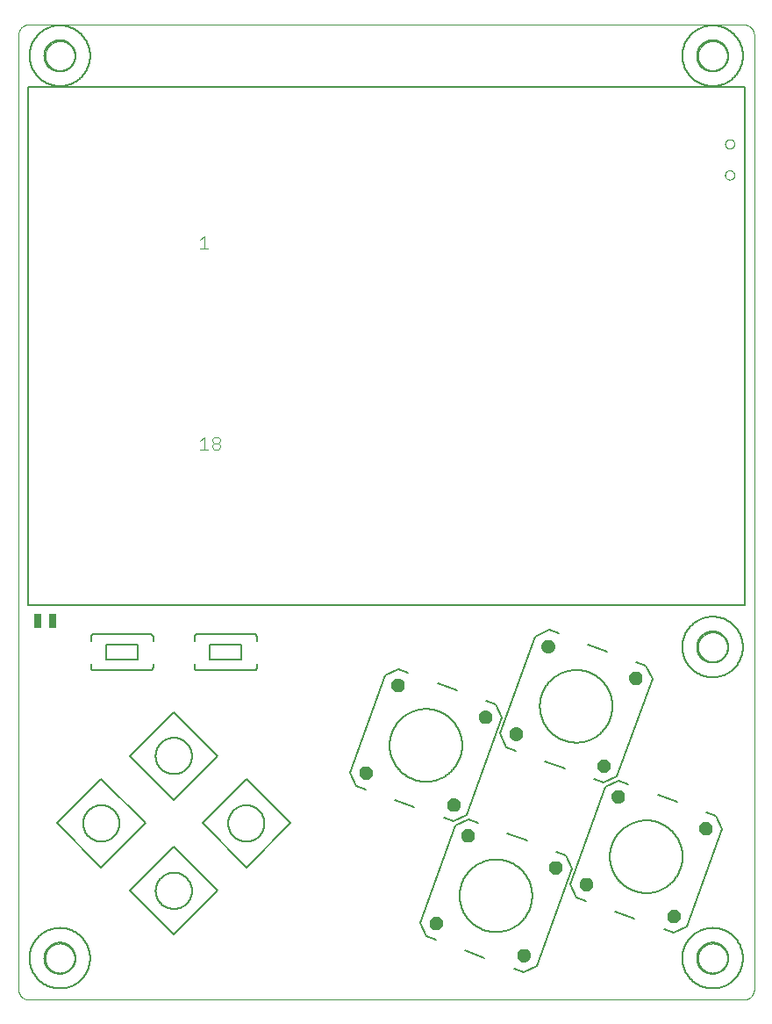
<source format=gto>
G75*
%MOIN*%
%OFA0B0*%
%FSLAX25Y25*%
%IPPOS*%
%LPD*%
%AMOC8*
5,1,8,0,0,1.08239X$1,22.5*
%
%ADD10C,0.00000*%
%ADD11R,0.01354X0.00339*%
%ADD12R,0.02031X0.00339*%
%ADD13R,0.00339X0.00339*%
%ADD14R,0.04402X0.00339*%
%ADD15R,0.05417X0.00339*%
%ADD16R,0.03047X0.00339*%
%ADD17R,0.02709X0.00339*%
%ADD18R,0.02370X0.00339*%
%ADD19R,0.01693X0.00339*%
%ADD20R,0.04063X0.00339*%
%ADD21R,0.05079X0.00339*%
%ADD22R,0.04740X0.00339*%
%ADD23R,0.03724X0.00339*%
%ADD24R,0.01016X0.00339*%
%ADD25R,0.03386X0.00339*%
%ADD26R,0.06094X0.00339*%
%ADD27R,0.06772X0.00339*%
%ADD28R,0.07449X0.00339*%
%ADD29R,0.08126X0.00339*%
%ADD30R,0.08803X0.00339*%
%ADD31R,0.09480X0.00339*%
%ADD32R,0.10157X0.00339*%
%ADD33R,0.10835X0.00339*%
%ADD34R,0.11512X0.00339*%
%ADD35R,0.12189X0.00339*%
%ADD36R,0.12866X0.00339*%
%ADD37R,0.13543X0.00339*%
%ADD38R,0.14220X0.00339*%
%ADD39R,0.14898X0.00339*%
%ADD40R,0.15575X0.00339*%
%ADD41R,0.00677X0.00339*%
%ADD42R,0.16252X0.00339*%
%ADD43R,0.16929X0.00339*%
%ADD44R,0.17606X0.00339*%
%ADD45R,0.18283X0.00339*%
%ADD46R,0.18961X0.00339*%
%ADD47R,0.19638X0.00339*%
%ADD48R,0.20315X0.00339*%
%ADD49R,0.20992X0.00339*%
%ADD50R,0.21669X0.00339*%
%ADD51R,0.22346X0.00339*%
%ADD52R,0.23024X0.00339*%
%ADD53R,0.23701X0.00339*%
%ADD54R,0.24378X0.00339*%
%ADD55R,0.25055X0.00339*%
%ADD56R,0.25732X0.00339*%
%ADD57R,0.26409X0.00339*%
%ADD58R,0.27087X0.00339*%
%ADD59R,0.27764X0.00339*%
%ADD60R,0.28441X0.00339*%
%ADD61R,0.29118X0.00339*%
%ADD62R,0.05756X0.00339*%
%ADD63R,0.06433X0.00339*%
%ADD64R,0.07110X0.00339*%
%ADD65R,0.07787X0.00339*%
%ADD66R,0.08465X0.00339*%
%ADD67R,0.09142X0.00339*%
%ADD68R,0.09819X0.00339*%
%ADD69R,0.10496X0.00339*%
%ADD70R,0.11173X0.00339*%
%ADD71R,0.11850X0.00339*%
%ADD72R,0.12528X0.00339*%
%ADD73R,0.13205X0.00339*%
%ADD74R,0.22008X0.00339*%
%ADD75R,0.02559X0.05512*%
%ADD76C,0.00400*%
%ADD77C,0.00500*%
%ADD78C,0.00800*%
%ADD79C,0.02756*%
%ADD80C,0.00600*%
D10*
X0003248Y0005437D02*
X0003248Y0367642D01*
X0003250Y0367766D01*
X0003256Y0367889D01*
X0003265Y0368013D01*
X0003279Y0368135D01*
X0003296Y0368258D01*
X0003318Y0368380D01*
X0003343Y0368501D01*
X0003372Y0368621D01*
X0003404Y0368740D01*
X0003441Y0368859D01*
X0003481Y0368976D01*
X0003524Y0369091D01*
X0003572Y0369206D01*
X0003623Y0369318D01*
X0003677Y0369429D01*
X0003735Y0369539D01*
X0003796Y0369646D01*
X0003861Y0369752D01*
X0003929Y0369855D01*
X0004000Y0369956D01*
X0004074Y0370055D01*
X0004151Y0370152D01*
X0004232Y0370246D01*
X0004315Y0370337D01*
X0004401Y0370426D01*
X0004490Y0370512D01*
X0004581Y0370595D01*
X0004675Y0370676D01*
X0004772Y0370753D01*
X0004871Y0370827D01*
X0004972Y0370898D01*
X0005075Y0370966D01*
X0005181Y0371031D01*
X0005288Y0371092D01*
X0005398Y0371150D01*
X0005509Y0371204D01*
X0005621Y0371255D01*
X0005736Y0371303D01*
X0005851Y0371346D01*
X0005968Y0371386D01*
X0006087Y0371423D01*
X0006206Y0371455D01*
X0006326Y0371484D01*
X0006447Y0371509D01*
X0006569Y0371531D01*
X0006692Y0371548D01*
X0006814Y0371562D01*
X0006938Y0371571D01*
X0007061Y0371577D01*
X0007185Y0371579D01*
X0278839Y0371579D01*
X0278963Y0371577D01*
X0279086Y0371571D01*
X0279210Y0371562D01*
X0279332Y0371548D01*
X0279455Y0371531D01*
X0279577Y0371509D01*
X0279698Y0371484D01*
X0279818Y0371455D01*
X0279937Y0371423D01*
X0280056Y0371386D01*
X0280173Y0371346D01*
X0280288Y0371303D01*
X0280403Y0371255D01*
X0280515Y0371204D01*
X0280626Y0371150D01*
X0280736Y0371092D01*
X0280843Y0371031D01*
X0280949Y0370966D01*
X0281052Y0370898D01*
X0281153Y0370827D01*
X0281252Y0370753D01*
X0281349Y0370676D01*
X0281443Y0370595D01*
X0281534Y0370512D01*
X0281623Y0370426D01*
X0281709Y0370337D01*
X0281792Y0370246D01*
X0281873Y0370152D01*
X0281950Y0370055D01*
X0282024Y0369956D01*
X0282095Y0369855D01*
X0282163Y0369752D01*
X0282228Y0369646D01*
X0282289Y0369539D01*
X0282347Y0369429D01*
X0282401Y0369318D01*
X0282452Y0369206D01*
X0282500Y0369091D01*
X0282543Y0368976D01*
X0282583Y0368859D01*
X0282620Y0368740D01*
X0282652Y0368621D01*
X0282681Y0368501D01*
X0282706Y0368380D01*
X0282728Y0368258D01*
X0282745Y0368135D01*
X0282759Y0368013D01*
X0282768Y0367889D01*
X0282774Y0367766D01*
X0282776Y0367642D01*
X0282776Y0005437D01*
X0282774Y0005313D01*
X0282768Y0005190D01*
X0282759Y0005066D01*
X0282745Y0004944D01*
X0282728Y0004821D01*
X0282706Y0004699D01*
X0282681Y0004578D01*
X0282652Y0004458D01*
X0282620Y0004339D01*
X0282583Y0004220D01*
X0282543Y0004103D01*
X0282500Y0003988D01*
X0282452Y0003873D01*
X0282401Y0003761D01*
X0282347Y0003650D01*
X0282289Y0003540D01*
X0282228Y0003433D01*
X0282163Y0003327D01*
X0282095Y0003224D01*
X0282024Y0003123D01*
X0281950Y0003024D01*
X0281873Y0002927D01*
X0281792Y0002833D01*
X0281709Y0002742D01*
X0281623Y0002653D01*
X0281534Y0002567D01*
X0281443Y0002484D01*
X0281349Y0002403D01*
X0281252Y0002326D01*
X0281153Y0002252D01*
X0281052Y0002181D01*
X0280949Y0002113D01*
X0280843Y0002048D01*
X0280736Y0001987D01*
X0280626Y0001929D01*
X0280515Y0001875D01*
X0280403Y0001824D01*
X0280288Y0001776D01*
X0280173Y0001733D01*
X0280056Y0001693D01*
X0279937Y0001656D01*
X0279818Y0001624D01*
X0279698Y0001595D01*
X0279577Y0001570D01*
X0279455Y0001548D01*
X0279332Y0001531D01*
X0279210Y0001517D01*
X0279086Y0001508D01*
X0278963Y0001502D01*
X0278839Y0001500D01*
X0007185Y0001500D01*
X0007061Y0001502D01*
X0006938Y0001508D01*
X0006814Y0001517D01*
X0006692Y0001531D01*
X0006569Y0001548D01*
X0006447Y0001570D01*
X0006326Y0001595D01*
X0006206Y0001624D01*
X0006087Y0001656D01*
X0005968Y0001693D01*
X0005851Y0001733D01*
X0005736Y0001776D01*
X0005621Y0001824D01*
X0005509Y0001875D01*
X0005398Y0001929D01*
X0005288Y0001987D01*
X0005181Y0002048D01*
X0005075Y0002113D01*
X0004972Y0002181D01*
X0004871Y0002252D01*
X0004772Y0002326D01*
X0004675Y0002403D01*
X0004581Y0002484D01*
X0004490Y0002567D01*
X0004401Y0002653D01*
X0004315Y0002742D01*
X0004232Y0002833D01*
X0004151Y0002927D01*
X0004074Y0003024D01*
X0004000Y0003123D01*
X0003929Y0003224D01*
X0003861Y0003327D01*
X0003796Y0003433D01*
X0003735Y0003540D01*
X0003677Y0003650D01*
X0003623Y0003761D01*
X0003572Y0003873D01*
X0003524Y0003988D01*
X0003481Y0004103D01*
X0003441Y0004220D01*
X0003404Y0004339D01*
X0003372Y0004458D01*
X0003343Y0004578D01*
X0003318Y0004699D01*
X0003296Y0004821D01*
X0003279Y0004944D01*
X0003265Y0005066D01*
X0003256Y0005190D01*
X0003250Y0005313D01*
X0003248Y0005437D01*
X0013484Y0017248D02*
X0013486Y0017396D01*
X0013492Y0017544D01*
X0013502Y0017692D01*
X0013516Y0017839D01*
X0013534Y0017986D01*
X0013555Y0018132D01*
X0013581Y0018278D01*
X0013611Y0018423D01*
X0013644Y0018567D01*
X0013682Y0018710D01*
X0013723Y0018852D01*
X0013768Y0018993D01*
X0013816Y0019133D01*
X0013869Y0019272D01*
X0013925Y0019409D01*
X0013985Y0019544D01*
X0014048Y0019678D01*
X0014115Y0019810D01*
X0014186Y0019940D01*
X0014260Y0020068D01*
X0014337Y0020194D01*
X0014418Y0020318D01*
X0014502Y0020440D01*
X0014589Y0020559D01*
X0014680Y0020676D01*
X0014774Y0020791D01*
X0014870Y0020903D01*
X0014970Y0021013D01*
X0015072Y0021119D01*
X0015178Y0021223D01*
X0015286Y0021324D01*
X0015397Y0021422D01*
X0015510Y0021518D01*
X0015626Y0021610D01*
X0015744Y0021699D01*
X0015865Y0021784D01*
X0015988Y0021867D01*
X0016113Y0021946D01*
X0016240Y0022022D01*
X0016369Y0022094D01*
X0016500Y0022163D01*
X0016633Y0022228D01*
X0016768Y0022289D01*
X0016904Y0022347D01*
X0017041Y0022402D01*
X0017180Y0022452D01*
X0017321Y0022499D01*
X0017462Y0022542D01*
X0017605Y0022582D01*
X0017749Y0022617D01*
X0017893Y0022649D01*
X0018039Y0022676D01*
X0018185Y0022700D01*
X0018332Y0022720D01*
X0018479Y0022736D01*
X0018626Y0022748D01*
X0018774Y0022756D01*
X0018922Y0022760D01*
X0019070Y0022760D01*
X0019218Y0022756D01*
X0019366Y0022748D01*
X0019513Y0022736D01*
X0019660Y0022720D01*
X0019807Y0022700D01*
X0019953Y0022676D01*
X0020099Y0022649D01*
X0020243Y0022617D01*
X0020387Y0022582D01*
X0020530Y0022542D01*
X0020671Y0022499D01*
X0020812Y0022452D01*
X0020951Y0022402D01*
X0021088Y0022347D01*
X0021224Y0022289D01*
X0021359Y0022228D01*
X0021492Y0022163D01*
X0021623Y0022094D01*
X0021752Y0022022D01*
X0021879Y0021946D01*
X0022004Y0021867D01*
X0022127Y0021784D01*
X0022248Y0021699D01*
X0022366Y0021610D01*
X0022482Y0021518D01*
X0022595Y0021422D01*
X0022706Y0021324D01*
X0022814Y0021223D01*
X0022920Y0021119D01*
X0023022Y0021013D01*
X0023122Y0020903D01*
X0023218Y0020791D01*
X0023312Y0020676D01*
X0023403Y0020559D01*
X0023490Y0020440D01*
X0023574Y0020318D01*
X0023655Y0020194D01*
X0023732Y0020068D01*
X0023806Y0019940D01*
X0023877Y0019810D01*
X0023944Y0019678D01*
X0024007Y0019544D01*
X0024067Y0019409D01*
X0024123Y0019272D01*
X0024176Y0019133D01*
X0024224Y0018993D01*
X0024269Y0018852D01*
X0024310Y0018710D01*
X0024348Y0018567D01*
X0024381Y0018423D01*
X0024411Y0018278D01*
X0024437Y0018132D01*
X0024458Y0017986D01*
X0024476Y0017839D01*
X0024490Y0017692D01*
X0024500Y0017544D01*
X0024506Y0017396D01*
X0024508Y0017248D01*
X0024506Y0017100D01*
X0024500Y0016952D01*
X0024490Y0016804D01*
X0024476Y0016657D01*
X0024458Y0016510D01*
X0024437Y0016364D01*
X0024411Y0016218D01*
X0024381Y0016073D01*
X0024348Y0015929D01*
X0024310Y0015786D01*
X0024269Y0015644D01*
X0024224Y0015503D01*
X0024176Y0015363D01*
X0024123Y0015224D01*
X0024067Y0015087D01*
X0024007Y0014952D01*
X0023944Y0014818D01*
X0023877Y0014686D01*
X0023806Y0014556D01*
X0023732Y0014428D01*
X0023655Y0014302D01*
X0023574Y0014178D01*
X0023490Y0014056D01*
X0023403Y0013937D01*
X0023312Y0013820D01*
X0023218Y0013705D01*
X0023122Y0013593D01*
X0023022Y0013483D01*
X0022920Y0013377D01*
X0022814Y0013273D01*
X0022706Y0013172D01*
X0022595Y0013074D01*
X0022482Y0012978D01*
X0022366Y0012886D01*
X0022248Y0012797D01*
X0022127Y0012712D01*
X0022004Y0012629D01*
X0021879Y0012550D01*
X0021752Y0012474D01*
X0021623Y0012402D01*
X0021492Y0012333D01*
X0021359Y0012268D01*
X0021224Y0012207D01*
X0021088Y0012149D01*
X0020951Y0012094D01*
X0020812Y0012044D01*
X0020671Y0011997D01*
X0020530Y0011954D01*
X0020387Y0011914D01*
X0020243Y0011879D01*
X0020099Y0011847D01*
X0019953Y0011820D01*
X0019807Y0011796D01*
X0019660Y0011776D01*
X0019513Y0011760D01*
X0019366Y0011748D01*
X0019218Y0011740D01*
X0019070Y0011736D01*
X0018922Y0011736D01*
X0018774Y0011740D01*
X0018626Y0011748D01*
X0018479Y0011760D01*
X0018332Y0011776D01*
X0018185Y0011796D01*
X0018039Y0011820D01*
X0017893Y0011847D01*
X0017749Y0011879D01*
X0017605Y0011914D01*
X0017462Y0011954D01*
X0017321Y0011997D01*
X0017180Y0012044D01*
X0017041Y0012094D01*
X0016904Y0012149D01*
X0016768Y0012207D01*
X0016633Y0012268D01*
X0016500Y0012333D01*
X0016369Y0012402D01*
X0016240Y0012474D01*
X0016113Y0012550D01*
X0015988Y0012629D01*
X0015865Y0012712D01*
X0015744Y0012797D01*
X0015626Y0012886D01*
X0015510Y0012978D01*
X0015397Y0013074D01*
X0015286Y0013172D01*
X0015178Y0013273D01*
X0015072Y0013377D01*
X0014970Y0013483D01*
X0014870Y0013593D01*
X0014774Y0013705D01*
X0014680Y0013820D01*
X0014589Y0013937D01*
X0014502Y0014056D01*
X0014418Y0014178D01*
X0014337Y0014302D01*
X0014260Y0014428D01*
X0014186Y0014556D01*
X0014115Y0014686D01*
X0014048Y0014818D01*
X0013985Y0014952D01*
X0013925Y0015087D01*
X0013869Y0015224D01*
X0013816Y0015363D01*
X0013768Y0015503D01*
X0013723Y0015644D01*
X0013682Y0015786D01*
X0013644Y0015929D01*
X0013611Y0016073D01*
X0013581Y0016218D01*
X0013555Y0016364D01*
X0013534Y0016510D01*
X0013516Y0016657D01*
X0013502Y0016804D01*
X0013492Y0016952D01*
X0013486Y0017100D01*
X0013484Y0017248D01*
X0261516Y0017248D02*
X0261518Y0017396D01*
X0261524Y0017544D01*
X0261534Y0017692D01*
X0261548Y0017839D01*
X0261566Y0017986D01*
X0261587Y0018132D01*
X0261613Y0018278D01*
X0261643Y0018423D01*
X0261676Y0018567D01*
X0261714Y0018710D01*
X0261755Y0018852D01*
X0261800Y0018993D01*
X0261848Y0019133D01*
X0261901Y0019272D01*
X0261957Y0019409D01*
X0262017Y0019544D01*
X0262080Y0019678D01*
X0262147Y0019810D01*
X0262218Y0019940D01*
X0262292Y0020068D01*
X0262369Y0020194D01*
X0262450Y0020318D01*
X0262534Y0020440D01*
X0262621Y0020559D01*
X0262712Y0020676D01*
X0262806Y0020791D01*
X0262902Y0020903D01*
X0263002Y0021013D01*
X0263104Y0021119D01*
X0263210Y0021223D01*
X0263318Y0021324D01*
X0263429Y0021422D01*
X0263542Y0021518D01*
X0263658Y0021610D01*
X0263776Y0021699D01*
X0263897Y0021784D01*
X0264020Y0021867D01*
X0264145Y0021946D01*
X0264272Y0022022D01*
X0264401Y0022094D01*
X0264532Y0022163D01*
X0264665Y0022228D01*
X0264800Y0022289D01*
X0264936Y0022347D01*
X0265073Y0022402D01*
X0265212Y0022452D01*
X0265353Y0022499D01*
X0265494Y0022542D01*
X0265637Y0022582D01*
X0265781Y0022617D01*
X0265925Y0022649D01*
X0266071Y0022676D01*
X0266217Y0022700D01*
X0266364Y0022720D01*
X0266511Y0022736D01*
X0266658Y0022748D01*
X0266806Y0022756D01*
X0266954Y0022760D01*
X0267102Y0022760D01*
X0267250Y0022756D01*
X0267398Y0022748D01*
X0267545Y0022736D01*
X0267692Y0022720D01*
X0267839Y0022700D01*
X0267985Y0022676D01*
X0268131Y0022649D01*
X0268275Y0022617D01*
X0268419Y0022582D01*
X0268562Y0022542D01*
X0268703Y0022499D01*
X0268844Y0022452D01*
X0268983Y0022402D01*
X0269120Y0022347D01*
X0269256Y0022289D01*
X0269391Y0022228D01*
X0269524Y0022163D01*
X0269655Y0022094D01*
X0269784Y0022022D01*
X0269911Y0021946D01*
X0270036Y0021867D01*
X0270159Y0021784D01*
X0270280Y0021699D01*
X0270398Y0021610D01*
X0270514Y0021518D01*
X0270627Y0021422D01*
X0270738Y0021324D01*
X0270846Y0021223D01*
X0270952Y0021119D01*
X0271054Y0021013D01*
X0271154Y0020903D01*
X0271250Y0020791D01*
X0271344Y0020676D01*
X0271435Y0020559D01*
X0271522Y0020440D01*
X0271606Y0020318D01*
X0271687Y0020194D01*
X0271764Y0020068D01*
X0271838Y0019940D01*
X0271909Y0019810D01*
X0271976Y0019678D01*
X0272039Y0019544D01*
X0272099Y0019409D01*
X0272155Y0019272D01*
X0272208Y0019133D01*
X0272256Y0018993D01*
X0272301Y0018852D01*
X0272342Y0018710D01*
X0272380Y0018567D01*
X0272413Y0018423D01*
X0272443Y0018278D01*
X0272469Y0018132D01*
X0272490Y0017986D01*
X0272508Y0017839D01*
X0272522Y0017692D01*
X0272532Y0017544D01*
X0272538Y0017396D01*
X0272540Y0017248D01*
X0272538Y0017100D01*
X0272532Y0016952D01*
X0272522Y0016804D01*
X0272508Y0016657D01*
X0272490Y0016510D01*
X0272469Y0016364D01*
X0272443Y0016218D01*
X0272413Y0016073D01*
X0272380Y0015929D01*
X0272342Y0015786D01*
X0272301Y0015644D01*
X0272256Y0015503D01*
X0272208Y0015363D01*
X0272155Y0015224D01*
X0272099Y0015087D01*
X0272039Y0014952D01*
X0271976Y0014818D01*
X0271909Y0014686D01*
X0271838Y0014556D01*
X0271764Y0014428D01*
X0271687Y0014302D01*
X0271606Y0014178D01*
X0271522Y0014056D01*
X0271435Y0013937D01*
X0271344Y0013820D01*
X0271250Y0013705D01*
X0271154Y0013593D01*
X0271054Y0013483D01*
X0270952Y0013377D01*
X0270846Y0013273D01*
X0270738Y0013172D01*
X0270627Y0013074D01*
X0270514Y0012978D01*
X0270398Y0012886D01*
X0270280Y0012797D01*
X0270159Y0012712D01*
X0270036Y0012629D01*
X0269911Y0012550D01*
X0269784Y0012474D01*
X0269655Y0012402D01*
X0269524Y0012333D01*
X0269391Y0012268D01*
X0269256Y0012207D01*
X0269120Y0012149D01*
X0268983Y0012094D01*
X0268844Y0012044D01*
X0268703Y0011997D01*
X0268562Y0011954D01*
X0268419Y0011914D01*
X0268275Y0011879D01*
X0268131Y0011847D01*
X0267985Y0011820D01*
X0267839Y0011796D01*
X0267692Y0011776D01*
X0267545Y0011760D01*
X0267398Y0011748D01*
X0267250Y0011740D01*
X0267102Y0011736D01*
X0266954Y0011736D01*
X0266806Y0011740D01*
X0266658Y0011748D01*
X0266511Y0011760D01*
X0266364Y0011776D01*
X0266217Y0011796D01*
X0266071Y0011820D01*
X0265925Y0011847D01*
X0265781Y0011879D01*
X0265637Y0011914D01*
X0265494Y0011954D01*
X0265353Y0011997D01*
X0265212Y0012044D01*
X0265073Y0012094D01*
X0264936Y0012149D01*
X0264800Y0012207D01*
X0264665Y0012268D01*
X0264532Y0012333D01*
X0264401Y0012402D01*
X0264272Y0012474D01*
X0264145Y0012550D01*
X0264020Y0012629D01*
X0263897Y0012712D01*
X0263776Y0012797D01*
X0263658Y0012886D01*
X0263542Y0012978D01*
X0263429Y0013074D01*
X0263318Y0013172D01*
X0263210Y0013273D01*
X0263104Y0013377D01*
X0263002Y0013483D01*
X0262902Y0013593D01*
X0262806Y0013705D01*
X0262712Y0013820D01*
X0262621Y0013937D01*
X0262534Y0014056D01*
X0262450Y0014178D01*
X0262369Y0014302D01*
X0262292Y0014428D01*
X0262218Y0014556D01*
X0262147Y0014686D01*
X0262080Y0014818D01*
X0262017Y0014952D01*
X0261957Y0015087D01*
X0261901Y0015224D01*
X0261848Y0015363D01*
X0261800Y0015503D01*
X0261755Y0015644D01*
X0261714Y0015786D01*
X0261676Y0015929D01*
X0261643Y0016073D01*
X0261613Y0016218D01*
X0261587Y0016364D01*
X0261566Y0016510D01*
X0261548Y0016657D01*
X0261534Y0016804D01*
X0261524Y0016952D01*
X0261518Y0017100D01*
X0261516Y0017248D01*
X0261516Y0135358D02*
X0261518Y0135506D01*
X0261524Y0135654D01*
X0261534Y0135802D01*
X0261548Y0135949D01*
X0261566Y0136096D01*
X0261587Y0136242D01*
X0261613Y0136388D01*
X0261643Y0136533D01*
X0261676Y0136677D01*
X0261714Y0136820D01*
X0261755Y0136962D01*
X0261800Y0137103D01*
X0261848Y0137243D01*
X0261901Y0137382D01*
X0261957Y0137519D01*
X0262017Y0137654D01*
X0262080Y0137788D01*
X0262147Y0137920D01*
X0262218Y0138050D01*
X0262292Y0138178D01*
X0262369Y0138304D01*
X0262450Y0138428D01*
X0262534Y0138550D01*
X0262621Y0138669D01*
X0262712Y0138786D01*
X0262806Y0138901D01*
X0262902Y0139013D01*
X0263002Y0139123D01*
X0263104Y0139229D01*
X0263210Y0139333D01*
X0263318Y0139434D01*
X0263429Y0139532D01*
X0263542Y0139628D01*
X0263658Y0139720D01*
X0263776Y0139809D01*
X0263897Y0139894D01*
X0264020Y0139977D01*
X0264145Y0140056D01*
X0264272Y0140132D01*
X0264401Y0140204D01*
X0264532Y0140273D01*
X0264665Y0140338D01*
X0264800Y0140399D01*
X0264936Y0140457D01*
X0265073Y0140512D01*
X0265212Y0140562D01*
X0265353Y0140609D01*
X0265494Y0140652D01*
X0265637Y0140692D01*
X0265781Y0140727D01*
X0265925Y0140759D01*
X0266071Y0140786D01*
X0266217Y0140810D01*
X0266364Y0140830D01*
X0266511Y0140846D01*
X0266658Y0140858D01*
X0266806Y0140866D01*
X0266954Y0140870D01*
X0267102Y0140870D01*
X0267250Y0140866D01*
X0267398Y0140858D01*
X0267545Y0140846D01*
X0267692Y0140830D01*
X0267839Y0140810D01*
X0267985Y0140786D01*
X0268131Y0140759D01*
X0268275Y0140727D01*
X0268419Y0140692D01*
X0268562Y0140652D01*
X0268703Y0140609D01*
X0268844Y0140562D01*
X0268983Y0140512D01*
X0269120Y0140457D01*
X0269256Y0140399D01*
X0269391Y0140338D01*
X0269524Y0140273D01*
X0269655Y0140204D01*
X0269784Y0140132D01*
X0269911Y0140056D01*
X0270036Y0139977D01*
X0270159Y0139894D01*
X0270280Y0139809D01*
X0270398Y0139720D01*
X0270514Y0139628D01*
X0270627Y0139532D01*
X0270738Y0139434D01*
X0270846Y0139333D01*
X0270952Y0139229D01*
X0271054Y0139123D01*
X0271154Y0139013D01*
X0271250Y0138901D01*
X0271344Y0138786D01*
X0271435Y0138669D01*
X0271522Y0138550D01*
X0271606Y0138428D01*
X0271687Y0138304D01*
X0271764Y0138178D01*
X0271838Y0138050D01*
X0271909Y0137920D01*
X0271976Y0137788D01*
X0272039Y0137654D01*
X0272099Y0137519D01*
X0272155Y0137382D01*
X0272208Y0137243D01*
X0272256Y0137103D01*
X0272301Y0136962D01*
X0272342Y0136820D01*
X0272380Y0136677D01*
X0272413Y0136533D01*
X0272443Y0136388D01*
X0272469Y0136242D01*
X0272490Y0136096D01*
X0272508Y0135949D01*
X0272522Y0135802D01*
X0272532Y0135654D01*
X0272538Y0135506D01*
X0272540Y0135358D01*
X0272538Y0135210D01*
X0272532Y0135062D01*
X0272522Y0134914D01*
X0272508Y0134767D01*
X0272490Y0134620D01*
X0272469Y0134474D01*
X0272443Y0134328D01*
X0272413Y0134183D01*
X0272380Y0134039D01*
X0272342Y0133896D01*
X0272301Y0133754D01*
X0272256Y0133613D01*
X0272208Y0133473D01*
X0272155Y0133334D01*
X0272099Y0133197D01*
X0272039Y0133062D01*
X0271976Y0132928D01*
X0271909Y0132796D01*
X0271838Y0132666D01*
X0271764Y0132538D01*
X0271687Y0132412D01*
X0271606Y0132288D01*
X0271522Y0132166D01*
X0271435Y0132047D01*
X0271344Y0131930D01*
X0271250Y0131815D01*
X0271154Y0131703D01*
X0271054Y0131593D01*
X0270952Y0131487D01*
X0270846Y0131383D01*
X0270738Y0131282D01*
X0270627Y0131184D01*
X0270514Y0131088D01*
X0270398Y0130996D01*
X0270280Y0130907D01*
X0270159Y0130822D01*
X0270036Y0130739D01*
X0269911Y0130660D01*
X0269784Y0130584D01*
X0269655Y0130512D01*
X0269524Y0130443D01*
X0269391Y0130378D01*
X0269256Y0130317D01*
X0269120Y0130259D01*
X0268983Y0130204D01*
X0268844Y0130154D01*
X0268703Y0130107D01*
X0268562Y0130064D01*
X0268419Y0130024D01*
X0268275Y0129989D01*
X0268131Y0129957D01*
X0267985Y0129930D01*
X0267839Y0129906D01*
X0267692Y0129886D01*
X0267545Y0129870D01*
X0267398Y0129858D01*
X0267250Y0129850D01*
X0267102Y0129846D01*
X0266954Y0129846D01*
X0266806Y0129850D01*
X0266658Y0129858D01*
X0266511Y0129870D01*
X0266364Y0129886D01*
X0266217Y0129906D01*
X0266071Y0129930D01*
X0265925Y0129957D01*
X0265781Y0129989D01*
X0265637Y0130024D01*
X0265494Y0130064D01*
X0265353Y0130107D01*
X0265212Y0130154D01*
X0265073Y0130204D01*
X0264936Y0130259D01*
X0264800Y0130317D01*
X0264665Y0130378D01*
X0264532Y0130443D01*
X0264401Y0130512D01*
X0264272Y0130584D01*
X0264145Y0130660D01*
X0264020Y0130739D01*
X0263897Y0130822D01*
X0263776Y0130907D01*
X0263658Y0130996D01*
X0263542Y0131088D01*
X0263429Y0131184D01*
X0263318Y0131282D01*
X0263210Y0131383D01*
X0263104Y0131487D01*
X0263002Y0131593D01*
X0262902Y0131703D01*
X0262806Y0131815D01*
X0262712Y0131930D01*
X0262621Y0132047D01*
X0262534Y0132166D01*
X0262450Y0132288D01*
X0262369Y0132412D01*
X0262292Y0132538D01*
X0262218Y0132666D01*
X0262147Y0132796D01*
X0262080Y0132928D01*
X0262017Y0133062D01*
X0261957Y0133197D01*
X0261901Y0133334D01*
X0261848Y0133473D01*
X0261800Y0133613D01*
X0261755Y0133754D01*
X0261714Y0133896D01*
X0261676Y0134039D01*
X0261643Y0134183D01*
X0261613Y0134328D01*
X0261587Y0134474D01*
X0261566Y0134620D01*
X0261548Y0134767D01*
X0261534Y0134914D01*
X0261524Y0135062D01*
X0261518Y0135210D01*
X0261516Y0135358D01*
X0271752Y0314492D02*
X0271754Y0314576D01*
X0271760Y0314659D01*
X0271770Y0314742D01*
X0271784Y0314825D01*
X0271801Y0314907D01*
X0271823Y0314988D01*
X0271848Y0315067D01*
X0271877Y0315146D01*
X0271910Y0315223D01*
X0271946Y0315298D01*
X0271986Y0315372D01*
X0272029Y0315444D01*
X0272076Y0315513D01*
X0272126Y0315580D01*
X0272179Y0315645D01*
X0272235Y0315707D01*
X0272293Y0315767D01*
X0272355Y0315824D01*
X0272419Y0315877D01*
X0272486Y0315928D01*
X0272555Y0315975D01*
X0272626Y0316020D01*
X0272699Y0316060D01*
X0272774Y0316097D01*
X0272851Y0316131D01*
X0272929Y0316161D01*
X0273008Y0316187D01*
X0273089Y0316210D01*
X0273171Y0316228D01*
X0273253Y0316243D01*
X0273336Y0316254D01*
X0273419Y0316261D01*
X0273503Y0316264D01*
X0273587Y0316263D01*
X0273670Y0316258D01*
X0273754Y0316249D01*
X0273836Y0316236D01*
X0273918Y0316220D01*
X0273999Y0316199D01*
X0274080Y0316175D01*
X0274158Y0316147D01*
X0274236Y0316115D01*
X0274312Y0316079D01*
X0274386Y0316040D01*
X0274458Y0315998D01*
X0274528Y0315952D01*
X0274596Y0315903D01*
X0274661Y0315851D01*
X0274724Y0315796D01*
X0274784Y0315738D01*
X0274842Y0315677D01*
X0274896Y0315613D01*
X0274948Y0315547D01*
X0274996Y0315479D01*
X0275041Y0315408D01*
X0275082Y0315335D01*
X0275121Y0315261D01*
X0275155Y0315185D01*
X0275186Y0315107D01*
X0275213Y0315028D01*
X0275237Y0314947D01*
X0275256Y0314866D01*
X0275272Y0314784D01*
X0275284Y0314701D01*
X0275292Y0314617D01*
X0275296Y0314534D01*
X0275296Y0314450D01*
X0275292Y0314367D01*
X0275284Y0314283D01*
X0275272Y0314200D01*
X0275256Y0314118D01*
X0275237Y0314037D01*
X0275213Y0313956D01*
X0275186Y0313877D01*
X0275155Y0313799D01*
X0275121Y0313723D01*
X0275082Y0313649D01*
X0275041Y0313576D01*
X0274996Y0313505D01*
X0274948Y0313437D01*
X0274896Y0313371D01*
X0274842Y0313307D01*
X0274784Y0313246D01*
X0274724Y0313188D01*
X0274661Y0313133D01*
X0274596Y0313081D01*
X0274528Y0313032D01*
X0274458Y0312986D01*
X0274386Y0312944D01*
X0274312Y0312905D01*
X0274236Y0312869D01*
X0274158Y0312837D01*
X0274080Y0312809D01*
X0273999Y0312785D01*
X0273918Y0312764D01*
X0273836Y0312748D01*
X0273754Y0312735D01*
X0273670Y0312726D01*
X0273587Y0312721D01*
X0273503Y0312720D01*
X0273419Y0312723D01*
X0273336Y0312730D01*
X0273253Y0312741D01*
X0273171Y0312756D01*
X0273089Y0312774D01*
X0273008Y0312797D01*
X0272929Y0312823D01*
X0272851Y0312853D01*
X0272774Y0312887D01*
X0272699Y0312924D01*
X0272626Y0312964D01*
X0272555Y0313009D01*
X0272486Y0313056D01*
X0272419Y0313107D01*
X0272355Y0313160D01*
X0272293Y0313217D01*
X0272235Y0313277D01*
X0272179Y0313339D01*
X0272126Y0313404D01*
X0272076Y0313471D01*
X0272029Y0313540D01*
X0271986Y0313612D01*
X0271946Y0313686D01*
X0271910Y0313761D01*
X0271877Y0313838D01*
X0271848Y0313917D01*
X0271823Y0313996D01*
X0271801Y0314077D01*
X0271784Y0314159D01*
X0271770Y0314242D01*
X0271760Y0314325D01*
X0271754Y0314408D01*
X0271752Y0314492D01*
X0271752Y0326303D02*
X0271754Y0326387D01*
X0271760Y0326470D01*
X0271770Y0326553D01*
X0271784Y0326636D01*
X0271801Y0326718D01*
X0271823Y0326799D01*
X0271848Y0326878D01*
X0271877Y0326957D01*
X0271910Y0327034D01*
X0271946Y0327109D01*
X0271986Y0327183D01*
X0272029Y0327255D01*
X0272076Y0327324D01*
X0272126Y0327391D01*
X0272179Y0327456D01*
X0272235Y0327518D01*
X0272293Y0327578D01*
X0272355Y0327635D01*
X0272419Y0327688D01*
X0272486Y0327739D01*
X0272555Y0327786D01*
X0272626Y0327831D01*
X0272699Y0327871D01*
X0272774Y0327908D01*
X0272851Y0327942D01*
X0272929Y0327972D01*
X0273008Y0327998D01*
X0273089Y0328021D01*
X0273171Y0328039D01*
X0273253Y0328054D01*
X0273336Y0328065D01*
X0273419Y0328072D01*
X0273503Y0328075D01*
X0273587Y0328074D01*
X0273670Y0328069D01*
X0273754Y0328060D01*
X0273836Y0328047D01*
X0273918Y0328031D01*
X0273999Y0328010D01*
X0274080Y0327986D01*
X0274158Y0327958D01*
X0274236Y0327926D01*
X0274312Y0327890D01*
X0274386Y0327851D01*
X0274458Y0327809D01*
X0274528Y0327763D01*
X0274596Y0327714D01*
X0274661Y0327662D01*
X0274724Y0327607D01*
X0274784Y0327549D01*
X0274842Y0327488D01*
X0274896Y0327424D01*
X0274948Y0327358D01*
X0274996Y0327290D01*
X0275041Y0327219D01*
X0275082Y0327146D01*
X0275121Y0327072D01*
X0275155Y0326996D01*
X0275186Y0326918D01*
X0275213Y0326839D01*
X0275237Y0326758D01*
X0275256Y0326677D01*
X0275272Y0326595D01*
X0275284Y0326512D01*
X0275292Y0326428D01*
X0275296Y0326345D01*
X0275296Y0326261D01*
X0275292Y0326178D01*
X0275284Y0326094D01*
X0275272Y0326011D01*
X0275256Y0325929D01*
X0275237Y0325848D01*
X0275213Y0325767D01*
X0275186Y0325688D01*
X0275155Y0325610D01*
X0275121Y0325534D01*
X0275082Y0325460D01*
X0275041Y0325387D01*
X0274996Y0325316D01*
X0274948Y0325248D01*
X0274896Y0325182D01*
X0274842Y0325118D01*
X0274784Y0325057D01*
X0274724Y0324999D01*
X0274661Y0324944D01*
X0274596Y0324892D01*
X0274528Y0324843D01*
X0274458Y0324797D01*
X0274386Y0324755D01*
X0274312Y0324716D01*
X0274236Y0324680D01*
X0274158Y0324648D01*
X0274080Y0324620D01*
X0273999Y0324596D01*
X0273918Y0324575D01*
X0273836Y0324559D01*
X0273754Y0324546D01*
X0273670Y0324537D01*
X0273587Y0324532D01*
X0273503Y0324531D01*
X0273419Y0324534D01*
X0273336Y0324541D01*
X0273253Y0324552D01*
X0273171Y0324567D01*
X0273089Y0324585D01*
X0273008Y0324608D01*
X0272929Y0324634D01*
X0272851Y0324664D01*
X0272774Y0324698D01*
X0272699Y0324735D01*
X0272626Y0324775D01*
X0272555Y0324820D01*
X0272486Y0324867D01*
X0272419Y0324918D01*
X0272355Y0324971D01*
X0272293Y0325028D01*
X0272235Y0325088D01*
X0272179Y0325150D01*
X0272126Y0325215D01*
X0272076Y0325282D01*
X0272029Y0325351D01*
X0271986Y0325423D01*
X0271946Y0325497D01*
X0271910Y0325572D01*
X0271877Y0325649D01*
X0271848Y0325728D01*
X0271823Y0325807D01*
X0271801Y0325888D01*
X0271784Y0325970D01*
X0271770Y0326053D01*
X0271760Y0326136D01*
X0271754Y0326219D01*
X0271752Y0326303D01*
X0261516Y0359768D02*
X0261518Y0359916D01*
X0261524Y0360064D01*
X0261534Y0360212D01*
X0261548Y0360359D01*
X0261566Y0360506D01*
X0261587Y0360652D01*
X0261613Y0360798D01*
X0261643Y0360943D01*
X0261676Y0361087D01*
X0261714Y0361230D01*
X0261755Y0361372D01*
X0261800Y0361513D01*
X0261848Y0361653D01*
X0261901Y0361792D01*
X0261957Y0361929D01*
X0262017Y0362064D01*
X0262080Y0362198D01*
X0262147Y0362330D01*
X0262218Y0362460D01*
X0262292Y0362588D01*
X0262369Y0362714D01*
X0262450Y0362838D01*
X0262534Y0362960D01*
X0262621Y0363079D01*
X0262712Y0363196D01*
X0262806Y0363311D01*
X0262902Y0363423D01*
X0263002Y0363533D01*
X0263104Y0363639D01*
X0263210Y0363743D01*
X0263318Y0363844D01*
X0263429Y0363942D01*
X0263542Y0364038D01*
X0263658Y0364130D01*
X0263776Y0364219D01*
X0263897Y0364304D01*
X0264020Y0364387D01*
X0264145Y0364466D01*
X0264272Y0364542D01*
X0264401Y0364614D01*
X0264532Y0364683D01*
X0264665Y0364748D01*
X0264800Y0364809D01*
X0264936Y0364867D01*
X0265073Y0364922D01*
X0265212Y0364972D01*
X0265353Y0365019D01*
X0265494Y0365062D01*
X0265637Y0365102D01*
X0265781Y0365137D01*
X0265925Y0365169D01*
X0266071Y0365196D01*
X0266217Y0365220D01*
X0266364Y0365240D01*
X0266511Y0365256D01*
X0266658Y0365268D01*
X0266806Y0365276D01*
X0266954Y0365280D01*
X0267102Y0365280D01*
X0267250Y0365276D01*
X0267398Y0365268D01*
X0267545Y0365256D01*
X0267692Y0365240D01*
X0267839Y0365220D01*
X0267985Y0365196D01*
X0268131Y0365169D01*
X0268275Y0365137D01*
X0268419Y0365102D01*
X0268562Y0365062D01*
X0268703Y0365019D01*
X0268844Y0364972D01*
X0268983Y0364922D01*
X0269120Y0364867D01*
X0269256Y0364809D01*
X0269391Y0364748D01*
X0269524Y0364683D01*
X0269655Y0364614D01*
X0269784Y0364542D01*
X0269911Y0364466D01*
X0270036Y0364387D01*
X0270159Y0364304D01*
X0270280Y0364219D01*
X0270398Y0364130D01*
X0270514Y0364038D01*
X0270627Y0363942D01*
X0270738Y0363844D01*
X0270846Y0363743D01*
X0270952Y0363639D01*
X0271054Y0363533D01*
X0271154Y0363423D01*
X0271250Y0363311D01*
X0271344Y0363196D01*
X0271435Y0363079D01*
X0271522Y0362960D01*
X0271606Y0362838D01*
X0271687Y0362714D01*
X0271764Y0362588D01*
X0271838Y0362460D01*
X0271909Y0362330D01*
X0271976Y0362198D01*
X0272039Y0362064D01*
X0272099Y0361929D01*
X0272155Y0361792D01*
X0272208Y0361653D01*
X0272256Y0361513D01*
X0272301Y0361372D01*
X0272342Y0361230D01*
X0272380Y0361087D01*
X0272413Y0360943D01*
X0272443Y0360798D01*
X0272469Y0360652D01*
X0272490Y0360506D01*
X0272508Y0360359D01*
X0272522Y0360212D01*
X0272532Y0360064D01*
X0272538Y0359916D01*
X0272540Y0359768D01*
X0272538Y0359620D01*
X0272532Y0359472D01*
X0272522Y0359324D01*
X0272508Y0359177D01*
X0272490Y0359030D01*
X0272469Y0358884D01*
X0272443Y0358738D01*
X0272413Y0358593D01*
X0272380Y0358449D01*
X0272342Y0358306D01*
X0272301Y0358164D01*
X0272256Y0358023D01*
X0272208Y0357883D01*
X0272155Y0357744D01*
X0272099Y0357607D01*
X0272039Y0357472D01*
X0271976Y0357338D01*
X0271909Y0357206D01*
X0271838Y0357076D01*
X0271764Y0356948D01*
X0271687Y0356822D01*
X0271606Y0356698D01*
X0271522Y0356576D01*
X0271435Y0356457D01*
X0271344Y0356340D01*
X0271250Y0356225D01*
X0271154Y0356113D01*
X0271054Y0356003D01*
X0270952Y0355897D01*
X0270846Y0355793D01*
X0270738Y0355692D01*
X0270627Y0355594D01*
X0270514Y0355498D01*
X0270398Y0355406D01*
X0270280Y0355317D01*
X0270159Y0355232D01*
X0270036Y0355149D01*
X0269911Y0355070D01*
X0269784Y0354994D01*
X0269655Y0354922D01*
X0269524Y0354853D01*
X0269391Y0354788D01*
X0269256Y0354727D01*
X0269120Y0354669D01*
X0268983Y0354614D01*
X0268844Y0354564D01*
X0268703Y0354517D01*
X0268562Y0354474D01*
X0268419Y0354434D01*
X0268275Y0354399D01*
X0268131Y0354367D01*
X0267985Y0354340D01*
X0267839Y0354316D01*
X0267692Y0354296D01*
X0267545Y0354280D01*
X0267398Y0354268D01*
X0267250Y0354260D01*
X0267102Y0354256D01*
X0266954Y0354256D01*
X0266806Y0354260D01*
X0266658Y0354268D01*
X0266511Y0354280D01*
X0266364Y0354296D01*
X0266217Y0354316D01*
X0266071Y0354340D01*
X0265925Y0354367D01*
X0265781Y0354399D01*
X0265637Y0354434D01*
X0265494Y0354474D01*
X0265353Y0354517D01*
X0265212Y0354564D01*
X0265073Y0354614D01*
X0264936Y0354669D01*
X0264800Y0354727D01*
X0264665Y0354788D01*
X0264532Y0354853D01*
X0264401Y0354922D01*
X0264272Y0354994D01*
X0264145Y0355070D01*
X0264020Y0355149D01*
X0263897Y0355232D01*
X0263776Y0355317D01*
X0263658Y0355406D01*
X0263542Y0355498D01*
X0263429Y0355594D01*
X0263318Y0355692D01*
X0263210Y0355793D01*
X0263104Y0355897D01*
X0263002Y0356003D01*
X0262902Y0356113D01*
X0262806Y0356225D01*
X0262712Y0356340D01*
X0262621Y0356457D01*
X0262534Y0356576D01*
X0262450Y0356698D01*
X0262369Y0356822D01*
X0262292Y0356948D01*
X0262218Y0357076D01*
X0262147Y0357206D01*
X0262080Y0357338D01*
X0262017Y0357472D01*
X0261957Y0357607D01*
X0261901Y0357744D01*
X0261848Y0357883D01*
X0261800Y0358023D01*
X0261755Y0358164D01*
X0261714Y0358306D01*
X0261676Y0358449D01*
X0261643Y0358593D01*
X0261613Y0358738D01*
X0261587Y0358884D01*
X0261566Y0359030D01*
X0261548Y0359177D01*
X0261534Y0359324D01*
X0261524Y0359472D01*
X0261518Y0359620D01*
X0261516Y0359768D01*
X0013484Y0359768D02*
X0013486Y0359916D01*
X0013492Y0360064D01*
X0013502Y0360212D01*
X0013516Y0360359D01*
X0013534Y0360506D01*
X0013555Y0360652D01*
X0013581Y0360798D01*
X0013611Y0360943D01*
X0013644Y0361087D01*
X0013682Y0361230D01*
X0013723Y0361372D01*
X0013768Y0361513D01*
X0013816Y0361653D01*
X0013869Y0361792D01*
X0013925Y0361929D01*
X0013985Y0362064D01*
X0014048Y0362198D01*
X0014115Y0362330D01*
X0014186Y0362460D01*
X0014260Y0362588D01*
X0014337Y0362714D01*
X0014418Y0362838D01*
X0014502Y0362960D01*
X0014589Y0363079D01*
X0014680Y0363196D01*
X0014774Y0363311D01*
X0014870Y0363423D01*
X0014970Y0363533D01*
X0015072Y0363639D01*
X0015178Y0363743D01*
X0015286Y0363844D01*
X0015397Y0363942D01*
X0015510Y0364038D01*
X0015626Y0364130D01*
X0015744Y0364219D01*
X0015865Y0364304D01*
X0015988Y0364387D01*
X0016113Y0364466D01*
X0016240Y0364542D01*
X0016369Y0364614D01*
X0016500Y0364683D01*
X0016633Y0364748D01*
X0016768Y0364809D01*
X0016904Y0364867D01*
X0017041Y0364922D01*
X0017180Y0364972D01*
X0017321Y0365019D01*
X0017462Y0365062D01*
X0017605Y0365102D01*
X0017749Y0365137D01*
X0017893Y0365169D01*
X0018039Y0365196D01*
X0018185Y0365220D01*
X0018332Y0365240D01*
X0018479Y0365256D01*
X0018626Y0365268D01*
X0018774Y0365276D01*
X0018922Y0365280D01*
X0019070Y0365280D01*
X0019218Y0365276D01*
X0019366Y0365268D01*
X0019513Y0365256D01*
X0019660Y0365240D01*
X0019807Y0365220D01*
X0019953Y0365196D01*
X0020099Y0365169D01*
X0020243Y0365137D01*
X0020387Y0365102D01*
X0020530Y0365062D01*
X0020671Y0365019D01*
X0020812Y0364972D01*
X0020951Y0364922D01*
X0021088Y0364867D01*
X0021224Y0364809D01*
X0021359Y0364748D01*
X0021492Y0364683D01*
X0021623Y0364614D01*
X0021752Y0364542D01*
X0021879Y0364466D01*
X0022004Y0364387D01*
X0022127Y0364304D01*
X0022248Y0364219D01*
X0022366Y0364130D01*
X0022482Y0364038D01*
X0022595Y0363942D01*
X0022706Y0363844D01*
X0022814Y0363743D01*
X0022920Y0363639D01*
X0023022Y0363533D01*
X0023122Y0363423D01*
X0023218Y0363311D01*
X0023312Y0363196D01*
X0023403Y0363079D01*
X0023490Y0362960D01*
X0023574Y0362838D01*
X0023655Y0362714D01*
X0023732Y0362588D01*
X0023806Y0362460D01*
X0023877Y0362330D01*
X0023944Y0362198D01*
X0024007Y0362064D01*
X0024067Y0361929D01*
X0024123Y0361792D01*
X0024176Y0361653D01*
X0024224Y0361513D01*
X0024269Y0361372D01*
X0024310Y0361230D01*
X0024348Y0361087D01*
X0024381Y0360943D01*
X0024411Y0360798D01*
X0024437Y0360652D01*
X0024458Y0360506D01*
X0024476Y0360359D01*
X0024490Y0360212D01*
X0024500Y0360064D01*
X0024506Y0359916D01*
X0024508Y0359768D01*
X0024506Y0359620D01*
X0024500Y0359472D01*
X0024490Y0359324D01*
X0024476Y0359177D01*
X0024458Y0359030D01*
X0024437Y0358884D01*
X0024411Y0358738D01*
X0024381Y0358593D01*
X0024348Y0358449D01*
X0024310Y0358306D01*
X0024269Y0358164D01*
X0024224Y0358023D01*
X0024176Y0357883D01*
X0024123Y0357744D01*
X0024067Y0357607D01*
X0024007Y0357472D01*
X0023944Y0357338D01*
X0023877Y0357206D01*
X0023806Y0357076D01*
X0023732Y0356948D01*
X0023655Y0356822D01*
X0023574Y0356698D01*
X0023490Y0356576D01*
X0023403Y0356457D01*
X0023312Y0356340D01*
X0023218Y0356225D01*
X0023122Y0356113D01*
X0023022Y0356003D01*
X0022920Y0355897D01*
X0022814Y0355793D01*
X0022706Y0355692D01*
X0022595Y0355594D01*
X0022482Y0355498D01*
X0022366Y0355406D01*
X0022248Y0355317D01*
X0022127Y0355232D01*
X0022004Y0355149D01*
X0021879Y0355070D01*
X0021752Y0354994D01*
X0021623Y0354922D01*
X0021492Y0354853D01*
X0021359Y0354788D01*
X0021224Y0354727D01*
X0021088Y0354669D01*
X0020951Y0354614D01*
X0020812Y0354564D01*
X0020671Y0354517D01*
X0020530Y0354474D01*
X0020387Y0354434D01*
X0020243Y0354399D01*
X0020099Y0354367D01*
X0019953Y0354340D01*
X0019807Y0354316D01*
X0019660Y0354296D01*
X0019513Y0354280D01*
X0019366Y0354268D01*
X0019218Y0354260D01*
X0019070Y0354256D01*
X0018922Y0354256D01*
X0018774Y0354260D01*
X0018626Y0354268D01*
X0018479Y0354280D01*
X0018332Y0354296D01*
X0018185Y0354316D01*
X0018039Y0354340D01*
X0017893Y0354367D01*
X0017749Y0354399D01*
X0017605Y0354434D01*
X0017462Y0354474D01*
X0017321Y0354517D01*
X0017180Y0354564D01*
X0017041Y0354614D01*
X0016904Y0354669D01*
X0016768Y0354727D01*
X0016633Y0354788D01*
X0016500Y0354853D01*
X0016369Y0354922D01*
X0016240Y0354994D01*
X0016113Y0355070D01*
X0015988Y0355149D01*
X0015865Y0355232D01*
X0015744Y0355317D01*
X0015626Y0355406D01*
X0015510Y0355498D01*
X0015397Y0355594D01*
X0015286Y0355692D01*
X0015178Y0355793D01*
X0015072Y0355897D01*
X0014970Y0356003D01*
X0014870Y0356113D01*
X0014774Y0356225D01*
X0014680Y0356340D01*
X0014589Y0356457D01*
X0014502Y0356576D01*
X0014418Y0356698D01*
X0014337Y0356822D01*
X0014260Y0356948D01*
X0014186Y0357076D01*
X0014115Y0357206D01*
X0014048Y0357338D01*
X0013985Y0357472D01*
X0013925Y0357607D01*
X0013869Y0357744D01*
X0013816Y0357883D01*
X0013768Y0358023D01*
X0013723Y0358164D01*
X0013682Y0358306D01*
X0013644Y0358449D01*
X0013611Y0358593D01*
X0013581Y0358738D01*
X0013555Y0358884D01*
X0013534Y0359030D01*
X0013516Y0359177D01*
X0013502Y0359324D01*
X0013492Y0359472D01*
X0013486Y0359620D01*
X0013484Y0359768D01*
D11*
X0101606Y0253744D03*
X0101606Y0253406D03*
X0101606Y0253067D03*
X0101606Y0252390D03*
X0101606Y0252051D03*
X0101606Y0251713D03*
X0101606Y0251374D03*
X0109055Y0255776D03*
X0109055Y0256114D03*
X0109055Y0256453D03*
X0109055Y0257130D03*
X0109055Y0257469D03*
X0109055Y0257807D03*
X0109055Y0258146D03*
X0109055Y0258484D03*
X0112441Y0255437D03*
X0113457Y0257130D03*
X0115488Y0255776D03*
X0116165Y0257469D03*
X0111087Y0244264D03*
X0111087Y0243925D03*
X0111087Y0243587D03*
X0111087Y0243248D03*
X0111087Y0242909D03*
X0111087Y0242571D03*
X0111087Y0242232D03*
X0111087Y0241894D03*
X0111087Y0241555D03*
X0111087Y0241217D03*
X0111087Y0240878D03*
X0111087Y0240539D03*
X0111087Y0240201D03*
X0111087Y0239862D03*
X0123276Y0242909D03*
X0123276Y0243248D03*
X0123276Y0243587D03*
X0125646Y0244602D03*
X0126661Y0240201D03*
X0126661Y0239862D03*
X0129370Y0239862D03*
X0129370Y0240201D03*
X0132756Y0243248D03*
X0132756Y0243587D03*
X0135465Y0241894D03*
X0135465Y0241555D03*
X0138850Y0241555D03*
X0138850Y0242232D03*
X0138850Y0242571D03*
X0138850Y0244602D03*
X0138850Y0239862D03*
X0138850Y0239185D03*
X0138850Y0238846D03*
X0156118Y0244602D03*
X0159843Y0243587D03*
X0165937Y0243587D03*
X0165937Y0243248D03*
X0165937Y0242909D03*
X0165937Y0242232D03*
X0165937Y0241894D03*
X0165937Y0241555D03*
X0165937Y0240201D03*
X0165937Y0239862D03*
X0165937Y0239524D03*
X0165937Y0239185D03*
X0165937Y0238846D03*
X0178126Y0238846D03*
X0178126Y0239185D03*
X0178126Y0239524D03*
X0178126Y0239862D03*
X0178126Y0240539D03*
X0178126Y0240878D03*
X0178126Y0243925D03*
X0178126Y0244264D03*
X0205551Y0260177D03*
X0179142Y0354980D03*
X0177787Y0356335D03*
X0173047Y0360736D03*
X0177449Y0366154D03*
X0166614Y0363783D03*
X0153409Y0366154D03*
X0139528Y0366154D03*
X0134449Y0366154D03*
X0134449Y0363445D03*
X0134449Y0362429D03*
X0134449Y0359720D03*
X0124291Y0354980D03*
X0122937Y0355996D03*
X0119213Y0356673D03*
X0114134Y0360059D03*
X0114134Y0365815D03*
X0107701Y0360059D03*
X0107701Y0359720D03*
X0106346Y0359382D03*
X0106346Y0359043D03*
X0106346Y0358705D03*
X0107024Y0357689D03*
X0102961Y0362091D03*
X0102961Y0362429D03*
X0102961Y0362768D03*
X0102961Y0363106D03*
X0102961Y0363445D03*
X0102961Y0363783D03*
X0102961Y0364122D03*
X0102961Y0364461D03*
X0102961Y0364799D03*
X0102961Y0365138D03*
X0102961Y0365476D03*
X0082646Y0146413D03*
X0087724Y0145398D03*
X0073165Y0146413D03*
X0061992Y0115264D03*
X0043709Y0145398D03*
X0031520Y0146413D03*
X0027457Y0081406D03*
X0027457Y0055335D03*
X0061992Y0021476D03*
X0096189Y0054996D03*
X0096189Y0081744D03*
X0146299Y0067862D03*
X0176433Y0011657D03*
X0176433Y0011319D03*
X0175417Y0008610D03*
X0175417Y0008272D03*
X0174402Y0005902D03*
X0204874Y0077343D03*
X0231961Y0026555D03*
X0232638Y0025201D03*
X0232638Y0024862D03*
X0231961Y0020122D03*
D12*
X0231622Y0020461D03*
X0231622Y0020799D03*
X0231961Y0021476D03*
X0231961Y0021815D03*
X0232638Y0023508D03*
X0232976Y0024185D03*
X0232976Y0024524D03*
X0232299Y0025539D03*
X0232299Y0025878D03*
X0227898Y0025539D03*
X0227898Y0025201D03*
X0227559Y0024524D03*
X0227220Y0023169D03*
X0226882Y0022492D03*
X0226882Y0022154D03*
X0204535Y0077681D03*
X0204535Y0078020D03*
X0204197Y0079713D03*
X0202165Y0083098D03*
X0202165Y0083437D03*
X0201827Y0085130D03*
X0201827Y0085469D03*
X0199795Y0079374D03*
X0150362Y0069217D03*
X0150024Y0068539D03*
X0150024Y0068201D03*
X0149685Y0067524D03*
X0146976Y0065831D03*
X0146638Y0065154D03*
X0146638Y0064815D03*
X0146299Y0064138D03*
X0145961Y0068539D03*
X0145961Y0068878D03*
X0145961Y0069217D03*
X0146299Y0069894D03*
X0146299Y0070232D03*
X0172370Y0013689D03*
X0172031Y0012335D03*
X0171693Y0011657D03*
X0171354Y0010980D03*
X0171016Y0009626D03*
X0170677Y0008949D03*
X0170677Y0008610D03*
X0170339Y0007933D03*
X0174063Y0006240D03*
X0175417Y0007256D03*
X0175756Y0007933D03*
X0176433Y0009965D03*
X0176772Y0010642D03*
X0176772Y0010980D03*
X0176094Y0011996D03*
X0096528Y0055673D03*
X0096528Y0081067D03*
X0072150Y0146752D03*
X0030504Y0146752D03*
X0027118Y0080728D03*
X0027118Y0056012D03*
X0138850Y0240201D03*
X0115827Y0258146D03*
X0115827Y0258484D03*
X0113118Y0258146D03*
X0113118Y0257807D03*
X0112780Y0258484D03*
X0127339Y0354303D03*
X0127339Y0356673D03*
X0130047Y0360398D03*
X0130047Y0360736D03*
X0130047Y0361075D03*
X0130047Y0361413D03*
X0130047Y0361752D03*
X0130047Y0362091D03*
X0130047Y0362429D03*
X0130047Y0362768D03*
X0130047Y0363106D03*
X0130047Y0363445D03*
X0130047Y0363783D03*
X0130047Y0364122D03*
X0130047Y0364461D03*
X0130047Y0365138D03*
X0130047Y0365476D03*
X0123276Y0365476D03*
X0123276Y0365138D03*
X0123276Y0364799D03*
X0123276Y0364461D03*
X0123276Y0364122D03*
X0123276Y0363783D03*
X0123276Y0363445D03*
X0123276Y0363106D03*
X0123276Y0362768D03*
X0123276Y0362429D03*
X0123276Y0362091D03*
X0123276Y0361752D03*
X0123276Y0361413D03*
X0123276Y0361075D03*
X0123276Y0360736D03*
X0123276Y0360398D03*
X0123276Y0360059D03*
X0123276Y0359720D03*
X0103299Y0358705D03*
X0103299Y0358366D03*
X0143929Y0360398D03*
X0143929Y0360736D03*
X0143929Y0361075D03*
X0143929Y0361413D03*
X0143929Y0361752D03*
X0143929Y0362091D03*
X0143929Y0362429D03*
X0143929Y0362768D03*
X0143929Y0363783D03*
X0143929Y0364122D03*
X0143929Y0364461D03*
X0143929Y0364799D03*
X0143929Y0365138D03*
X0143929Y0365476D03*
X0149008Y0365476D03*
X0149008Y0365138D03*
X0149008Y0364799D03*
X0149008Y0364461D03*
X0149008Y0364122D03*
X0149008Y0363783D03*
X0149008Y0363445D03*
X0149008Y0363106D03*
X0149008Y0361413D03*
X0149008Y0361075D03*
X0149008Y0360736D03*
X0149008Y0360398D03*
X0144268Y0356673D03*
X0144268Y0354303D03*
X0156795Y0354303D03*
X0158488Y0360398D03*
X0159165Y0362768D03*
X0159504Y0363106D03*
X0159843Y0363445D03*
X0160181Y0363783D03*
X0160520Y0364122D03*
X0161197Y0362091D03*
X0164244Y0361752D03*
X0164244Y0363783D03*
X0164244Y0364122D03*
X0170000Y0364122D03*
X0170000Y0363783D03*
X0170000Y0363445D03*
X0170000Y0364461D03*
X0170000Y0364799D03*
X0171693Y0366154D03*
X0173047Y0363783D03*
X0172370Y0362091D03*
X0176094Y0364461D03*
X0174402Y0356673D03*
X0174402Y0354303D03*
D13*
X0151547Y0360736D03*
X0151547Y0361075D03*
X0151547Y0361413D03*
X0151547Y0363783D03*
X0151547Y0364122D03*
X0151547Y0364461D03*
X0151547Y0364799D03*
X0151547Y0365138D03*
X0151547Y0365476D03*
X0151547Y0365815D03*
X0151547Y0366154D03*
X0146469Y0365138D03*
X0146469Y0364799D03*
X0146469Y0364461D03*
X0146469Y0364122D03*
X0146469Y0363783D03*
X0146469Y0363445D03*
X0146469Y0363106D03*
X0146469Y0362768D03*
X0146469Y0362429D03*
X0146469Y0362091D03*
X0146469Y0361752D03*
X0146469Y0361413D03*
X0146469Y0361075D03*
X0146469Y0360736D03*
X0141390Y0360736D03*
X0127508Y0360736D03*
X0127508Y0360398D03*
X0127508Y0360059D03*
X0127508Y0359720D03*
X0127508Y0361075D03*
X0127508Y0361413D03*
X0127508Y0361752D03*
X0127508Y0362091D03*
X0127508Y0362429D03*
X0127508Y0362768D03*
X0127508Y0363106D03*
X0127508Y0363445D03*
X0127508Y0363783D03*
X0127508Y0364122D03*
X0127508Y0364461D03*
X0127508Y0364799D03*
X0127508Y0365138D03*
X0126831Y0365815D03*
X0125815Y0365138D03*
X0125815Y0364799D03*
X0125815Y0364461D03*
X0125815Y0364122D03*
X0125815Y0363783D03*
X0125815Y0363445D03*
X0125815Y0363106D03*
X0125815Y0362768D03*
X0125815Y0362429D03*
X0125815Y0362091D03*
X0125815Y0361752D03*
X0125815Y0361413D03*
X0125815Y0361075D03*
X0125815Y0360736D03*
X0125815Y0360398D03*
X0125815Y0360059D03*
X0125815Y0359720D03*
X0115657Y0360736D03*
X0115657Y0365138D03*
X0109563Y0365138D03*
X0109563Y0365476D03*
X0109563Y0365815D03*
X0109563Y0366154D03*
X0109563Y0366492D03*
X0109563Y0366831D03*
X0109563Y0364799D03*
X0109563Y0364461D03*
X0109563Y0364122D03*
X0109563Y0363783D03*
X0109563Y0363445D03*
X0109563Y0363106D03*
X0109563Y0362768D03*
X0109563Y0362429D03*
X0109563Y0362091D03*
X0109563Y0361752D03*
X0109563Y0361413D03*
X0109563Y0361075D03*
X0109563Y0360736D03*
X0109563Y0360398D03*
X0109563Y0360059D03*
X0109563Y0359720D03*
X0109563Y0359382D03*
X0109563Y0359043D03*
X0109563Y0358705D03*
X0109563Y0358366D03*
X0109563Y0358028D03*
X0109563Y0357689D03*
X0109563Y0357350D03*
X0109563Y0357012D03*
X0109563Y0356673D03*
X0109563Y0356335D03*
X0109563Y0355996D03*
X0109563Y0355657D03*
X0109224Y0355319D03*
X0108886Y0354980D03*
X0107193Y0358366D03*
X0104484Y0356673D03*
X0101776Y0356673D03*
X0101776Y0356335D03*
X0101776Y0355996D03*
X0101776Y0355657D03*
X0101776Y0355319D03*
X0101776Y0354980D03*
X0101776Y0357012D03*
X0101776Y0357350D03*
X0101776Y0357689D03*
X0101776Y0358028D03*
X0101776Y0358366D03*
X0101776Y0358705D03*
X0101776Y0359043D03*
X0101776Y0359382D03*
X0101776Y0359720D03*
X0101776Y0360059D03*
X0101776Y0360398D03*
X0101776Y0360736D03*
X0101776Y0361075D03*
X0101776Y0361413D03*
X0101776Y0361752D03*
X0101776Y0362091D03*
X0101776Y0362429D03*
X0101776Y0362768D03*
X0101776Y0363106D03*
X0101776Y0363445D03*
X0101776Y0363783D03*
X0101776Y0364122D03*
X0101776Y0364461D03*
X0101776Y0364799D03*
X0101776Y0365138D03*
X0101776Y0365476D03*
X0101776Y0365815D03*
X0101776Y0366154D03*
X0101776Y0366492D03*
X0101776Y0366831D03*
X0101776Y0367169D03*
X0142067Y0260177D03*
X0145453Y0254083D03*
X0123445Y0244602D03*
X0123783Y0241217D03*
X0117350Y0244602D03*
X0111594Y0244602D03*
X0114980Y0255098D03*
X0101098Y0254083D03*
X0172201Y0244602D03*
X0182020Y0244602D03*
X0206736Y0260177D03*
X0072996Y0145398D03*
X0072319Y0145398D03*
X0044894Y0145398D03*
X0031350Y0145398D03*
X0027965Y0082421D03*
X0027965Y0054319D03*
X0095681Y0053980D03*
X0095681Y0082760D03*
X0175925Y0006240D03*
X0201657Y0079374D03*
D14*
X0202335Y0081067D03*
X0203689Y0081744D03*
X0230776Y0026894D03*
X0174232Y0006579D03*
X0148500Y0066846D03*
X0097713Y0058043D03*
X0097713Y0078697D03*
X0025933Y0078358D03*
X0025933Y0058382D03*
X0131571Y0239524D03*
X0162043Y0239524D03*
X0103130Y0255776D03*
X0103130Y0256114D03*
X0103130Y0256453D03*
X0103130Y0256791D03*
X0086201Y0256791D03*
X0086201Y0257130D03*
X0086201Y0256114D03*
X0086201Y0255776D03*
X0080106Y0252390D03*
X0080106Y0252051D03*
X0080106Y0251713D03*
X0080106Y0251374D03*
X0165091Y0362768D03*
X0165091Y0363106D03*
X0165768Y0360736D03*
X0171185Y0365476D03*
X0177280Y0365138D03*
D15*
X0159504Y0365138D03*
X0159504Y0364799D03*
X0137496Y0241217D03*
X0061992Y0113909D03*
X0098220Y0077681D03*
X0098220Y0059059D03*
X0061992Y0022831D03*
X0025425Y0059398D03*
X0025425Y0077343D03*
X0173724Y0006917D03*
X0201827Y0080728D03*
X0203181Y0081406D03*
X0204535Y0082083D03*
X0204535Y0082421D03*
D16*
X0206059Y0083437D03*
X0201996Y0084114D03*
X0200303Y0079713D03*
X0228744Y0026217D03*
X0175587Y0012335D03*
X0171524Y0007256D03*
X0097035Y0056689D03*
X0097035Y0080051D03*
X0072319Y0143705D03*
X0077398Y0146752D03*
X0091618Y0146752D03*
X0054713Y0146752D03*
X0030673Y0143705D03*
X0026610Y0079713D03*
X0026610Y0057028D03*
X0131909Y0241555D03*
X0131909Y0241894D03*
X0131909Y0244602D03*
X0136311Y0249681D03*
X0136311Y0250020D03*
X0136311Y0250358D03*
X0136311Y0250697D03*
X0136311Y0251035D03*
X0136311Y0251374D03*
X0136311Y0251713D03*
X0136311Y0252051D03*
X0136311Y0252390D03*
X0136311Y0252728D03*
X0136311Y0253067D03*
X0136311Y0253406D03*
X0136311Y0253744D03*
X0136311Y0254083D03*
X0136311Y0254421D03*
X0136311Y0254760D03*
X0136311Y0255098D03*
X0136311Y0255437D03*
X0136311Y0255776D03*
X0136311Y0256114D03*
X0136311Y0256453D03*
X0136311Y0256791D03*
X0136311Y0257130D03*
X0136311Y0257469D03*
X0136311Y0257807D03*
X0136311Y0258146D03*
X0136311Y0258484D03*
X0143421Y0258484D03*
X0143421Y0257130D03*
X0143421Y0256453D03*
X0143421Y0254083D03*
X0138004Y0243248D03*
X0120736Y0244602D03*
X0109902Y0251374D03*
X0109902Y0251713D03*
X0109902Y0252051D03*
X0109902Y0252390D03*
X0102453Y0257130D03*
X0086878Y0257469D03*
X0086878Y0257807D03*
X0086878Y0258146D03*
X0086878Y0258484D03*
X0159335Y0258484D03*
X0159335Y0258146D03*
X0159335Y0257807D03*
X0159335Y0257469D03*
X0159335Y0257130D03*
X0159335Y0256791D03*
X0159335Y0256453D03*
X0159335Y0256114D03*
X0159335Y0255776D03*
X0159335Y0255437D03*
X0159335Y0255098D03*
X0159335Y0254760D03*
X0159335Y0254421D03*
X0159335Y0254083D03*
X0159335Y0253744D03*
X0159335Y0253406D03*
X0159335Y0253067D03*
X0159335Y0252728D03*
X0159335Y0252390D03*
X0159335Y0252051D03*
X0159335Y0251713D03*
X0159335Y0251374D03*
X0159335Y0251035D03*
X0159335Y0250697D03*
X0159335Y0250358D03*
X0159335Y0250020D03*
X0159335Y0249681D03*
X0161705Y0244602D03*
X0178972Y0242909D03*
X0178972Y0242571D03*
X0178972Y0242232D03*
X0190823Y0251374D03*
X0190823Y0251713D03*
X0190823Y0252051D03*
X0190823Y0252390D03*
X0189469Y0253744D03*
X0189469Y0254421D03*
X0189469Y0255437D03*
X0189130Y0256453D03*
X0189469Y0257130D03*
X0190823Y0257469D03*
X0190823Y0257807D03*
X0190823Y0258146D03*
X0190823Y0258484D03*
X0196917Y0258484D03*
X0196917Y0258146D03*
X0196917Y0257807D03*
X0196917Y0257469D03*
X0196917Y0252390D03*
X0196917Y0252051D03*
X0196917Y0251713D03*
X0196917Y0251374D03*
X0206736Y0251713D03*
X0208429Y0252728D03*
X0208429Y0253067D03*
X0208429Y0253406D03*
X0208429Y0253744D03*
X0208429Y0254083D03*
X0208429Y0254421D03*
X0208429Y0254760D03*
X0208429Y0255098D03*
X0208429Y0255437D03*
X0208429Y0255776D03*
X0208429Y0256114D03*
X0208429Y0256453D03*
X0208429Y0256791D03*
X0208429Y0257130D03*
X0206736Y0258484D03*
X0140374Y0354303D03*
X0144098Y0360059D03*
X0144098Y0365815D03*
X0131909Y0355657D03*
X0119382Y0355319D03*
X0119382Y0354980D03*
X0118366Y0365815D03*
X0166445Y0360398D03*
X0177618Y0360736D03*
X0177618Y0365815D03*
D17*
X0178465Y0355657D03*
X0178465Y0355319D03*
X0153071Y0354303D03*
X0153071Y0356673D03*
X0149346Y0362429D03*
X0149346Y0362768D03*
X0148669Y0365815D03*
X0148669Y0366154D03*
X0143591Y0363106D03*
X0136142Y0356673D03*
X0136142Y0354303D03*
X0133772Y0360736D03*
X0133772Y0361075D03*
X0133772Y0361413D03*
X0133772Y0361752D03*
X0133772Y0362091D03*
X0133772Y0363783D03*
X0133772Y0364122D03*
X0133772Y0364461D03*
X0133772Y0364799D03*
X0133772Y0365138D03*
X0129709Y0365815D03*
X0129709Y0366154D03*
X0122937Y0366154D03*
X0123614Y0355657D03*
X0115150Y0355657D03*
X0143929Y0260177D03*
X0143252Y0258146D03*
X0143252Y0257807D03*
X0143252Y0257469D03*
X0143252Y0256791D03*
X0143252Y0256114D03*
X0143252Y0255776D03*
X0143252Y0253744D03*
X0143252Y0253406D03*
X0143252Y0253067D03*
X0143252Y0252728D03*
X0143252Y0252390D03*
X0143252Y0252051D03*
X0143252Y0251713D03*
X0143252Y0251374D03*
X0143252Y0251035D03*
X0143252Y0250697D03*
X0143252Y0250358D03*
X0143252Y0250020D03*
X0143252Y0249681D03*
X0155780Y0243248D03*
X0177787Y0251374D03*
X0177787Y0251713D03*
X0177787Y0252051D03*
X0177787Y0252390D03*
X0177787Y0252728D03*
X0177787Y0253067D03*
X0177787Y0253406D03*
X0177787Y0253744D03*
X0177787Y0254083D03*
X0177787Y0254421D03*
X0177787Y0254760D03*
X0177787Y0255098D03*
X0177787Y0255437D03*
X0177787Y0255776D03*
X0177787Y0256114D03*
X0177787Y0256453D03*
X0177787Y0256791D03*
X0177787Y0257130D03*
X0177787Y0257469D03*
X0177787Y0257807D03*
X0177787Y0258146D03*
X0177787Y0258484D03*
X0177787Y0258823D03*
X0177787Y0259161D03*
X0177787Y0259500D03*
X0177787Y0259839D03*
X0177787Y0260177D03*
X0189299Y0256791D03*
X0189299Y0256114D03*
X0189299Y0255776D03*
X0189299Y0255098D03*
X0189299Y0254760D03*
X0189299Y0254083D03*
X0189299Y0253406D03*
X0189299Y0253067D03*
X0189299Y0252728D03*
X0181850Y0239862D03*
X0200811Y0251374D03*
X0200811Y0251713D03*
X0200811Y0252051D03*
X0200811Y0252390D03*
X0200811Y0252728D03*
X0200811Y0253067D03*
X0200811Y0253406D03*
X0200811Y0253744D03*
X0200811Y0254083D03*
X0200811Y0254421D03*
X0200811Y0254760D03*
X0200811Y0255098D03*
X0200811Y0255437D03*
X0200811Y0255776D03*
X0200811Y0256114D03*
X0200811Y0256453D03*
X0200811Y0256791D03*
X0200811Y0257130D03*
X0200811Y0257469D03*
X0200811Y0257807D03*
X0200811Y0258146D03*
X0206906Y0258146D03*
X0206906Y0257807D03*
X0206906Y0257469D03*
X0206906Y0252390D03*
X0206906Y0252051D03*
X0206906Y0251374D03*
X0271575Y0336020D03*
X0271575Y0336358D03*
X0271575Y0336697D03*
X0271575Y0341437D03*
X0271575Y0341776D03*
X0102283Y0258484D03*
X0102283Y0258146D03*
X0102283Y0257807D03*
X0102283Y0257469D03*
X0093819Y0252390D03*
X0093819Y0252051D03*
X0093819Y0251713D03*
X0093819Y0251374D03*
X0093819Y0251035D03*
X0093819Y0250697D03*
X0093819Y0250358D03*
X0093819Y0250020D03*
X0093819Y0249681D03*
X0079260Y0257469D03*
X0079260Y0257807D03*
X0079260Y0258146D03*
X0079260Y0258484D03*
X0072488Y0145059D03*
X0072488Y0143366D03*
X0086031Y0144382D03*
X0086031Y0144720D03*
X0096866Y0080390D03*
X0096866Y0056350D03*
X0146638Y0067524D03*
X0172709Y0013350D03*
X0170677Y0007594D03*
X0204197Y0079035D03*
X0231961Y0022492D03*
X0030843Y0143366D03*
X0030843Y0145059D03*
X0026780Y0080051D03*
X0026780Y0056689D03*
D18*
X0026949Y0056350D03*
X0026949Y0080390D03*
X0049972Y0143366D03*
X0049972Y0143705D03*
X0049972Y0146752D03*
X0096697Y0080728D03*
X0096697Y0056012D03*
X0146469Y0064476D03*
X0146807Y0065492D03*
X0147146Y0066169D03*
X0149854Y0067862D03*
X0150193Y0068878D03*
X0146469Y0070571D03*
X0146130Y0069555D03*
X0171862Y0011996D03*
X0171524Y0011319D03*
X0171524Y0010642D03*
X0170846Y0009287D03*
X0170508Y0008272D03*
X0175587Y0007594D03*
X0176602Y0010303D03*
X0227051Y0022831D03*
X0227728Y0024185D03*
X0227728Y0024862D03*
X0228067Y0025878D03*
X0232807Y0023846D03*
X0232130Y0022154D03*
X0231791Y0021138D03*
X0204705Y0078358D03*
X0204705Y0078697D03*
X0204028Y0079374D03*
X0204028Y0080051D03*
X0202335Y0083776D03*
X0201657Y0084453D03*
X0201657Y0084791D03*
X0182020Y0240201D03*
X0178634Y0243248D03*
X0178634Y0243587D03*
X0160350Y0242909D03*
X0160350Y0242571D03*
X0160350Y0242232D03*
X0155949Y0243587D03*
X0143760Y0243587D03*
X0143760Y0243248D03*
X0138343Y0243925D03*
X0138343Y0244264D03*
X0103469Y0260177D03*
X0135972Y0355657D03*
X0129878Y0359720D03*
X0129878Y0360059D03*
X0129878Y0364799D03*
X0123106Y0365815D03*
X0118366Y0365476D03*
X0118366Y0365138D03*
X0118366Y0364799D03*
X0118366Y0364461D03*
X0118366Y0364122D03*
X0118366Y0363445D03*
X0118366Y0363106D03*
X0118366Y0362768D03*
X0118366Y0362429D03*
X0118366Y0362091D03*
X0118366Y0361752D03*
X0118366Y0361413D03*
X0118366Y0361075D03*
X0118366Y0360736D03*
X0118366Y0360398D03*
X0118366Y0360059D03*
X0118366Y0359720D03*
X0143760Y0363445D03*
X0149177Y0361752D03*
X0152902Y0355657D03*
X0156965Y0356673D03*
X0161705Y0356673D03*
X0161705Y0354303D03*
X0166106Y0356673D03*
X0170169Y0356673D03*
X0170169Y0354303D03*
X0173217Y0361075D03*
X0172878Y0361413D03*
X0172539Y0361752D03*
X0172539Y0363445D03*
X0173217Y0364799D03*
X0164752Y0366154D03*
X0164413Y0364461D03*
X0164075Y0362429D03*
X0164075Y0362091D03*
D19*
X0158996Y0362429D03*
X0158657Y0362091D03*
X0153240Y0360059D03*
X0153240Y0359720D03*
X0170169Y0360736D03*
X0170169Y0361075D03*
X0170169Y0361413D03*
X0170169Y0361752D03*
X0170169Y0362091D03*
X0173217Y0364122D03*
X0173217Y0364461D03*
X0175925Y0364122D03*
X0175925Y0363783D03*
X0175925Y0363445D03*
X0175925Y0363106D03*
X0175925Y0362768D03*
X0175925Y0362429D03*
X0175925Y0362091D03*
X0178972Y0362091D03*
X0178972Y0362429D03*
X0178972Y0362768D03*
X0179311Y0363106D03*
X0179311Y0363445D03*
X0179311Y0363783D03*
X0179311Y0364122D03*
X0178972Y0364461D03*
X0177957Y0355996D03*
X0124122Y0355319D03*
X0114303Y0359720D03*
X0114303Y0366154D03*
X0112949Y0258823D03*
X0113287Y0257469D03*
X0115657Y0258823D03*
X0115996Y0257807D03*
X0109224Y0256791D03*
X0101437Y0252728D03*
X0107531Y0243587D03*
X0107531Y0243248D03*
X0107531Y0242909D03*
X0107531Y0242571D03*
X0107531Y0242232D03*
X0107531Y0241894D03*
X0107531Y0241555D03*
X0107531Y0241217D03*
X0107531Y0240878D03*
X0107531Y0240539D03*
X0107531Y0240201D03*
X0107531Y0239862D03*
X0119720Y0239862D03*
X0119720Y0240201D03*
X0119720Y0240539D03*
X0119720Y0240878D03*
X0119720Y0241217D03*
X0119720Y0241555D03*
X0119720Y0241894D03*
X0119720Y0242232D03*
X0119720Y0242571D03*
X0119720Y0242909D03*
X0119720Y0243248D03*
X0119720Y0243587D03*
X0123106Y0242571D03*
X0123445Y0242232D03*
X0127508Y0242232D03*
X0127508Y0242571D03*
X0127508Y0242909D03*
X0127508Y0243248D03*
X0127508Y0243587D03*
X0127508Y0241217D03*
X0127508Y0240878D03*
X0127508Y0240539D03*
X0131909Y0242232D03*
X0131909Y0242571D03*
X0131909Y0242909D03*
X0133602Y0241217D03*
X0133602Y0240878D03*
X0133602Y0240201D03*
X0133602Y0239862D03*
X0136311Y0242232D03*
X0136311Y0242571D03*
X0136311Y0242909D03*
X0138681Y0242909D03*
X0138681Y0241894D03*
X0138681Y0239524D03*
X0144098Y0239862D03*
X0144098Y0240201D03*
X0144098Y0240539D03*
X0144098Y0240878D03*
X0144098Y0241217D03*
X0144098Y0241555D03*
X0144098Y0241894D03*
X0144098Y0242232D03*
X0144098Y0242571D03*
X0144098Y0242909D03*
X0144098Y0243925D03*
X0144098Y0244264D03*
X0156287Y0244264D03*
X0156287Y0243925D03*
X0156287Y0242909D03*
X0156287Y0242571D03*
X0156287Y0242232D03*
X0156287Y0241894D03*
X0156287Y0241555D03*
X0156287Y0241217D03*
X0156287Y0240878D03*
X0156287Y0240539D03*
X0156287Y0240201D03*
X0156287Y0239862D03*
X0159673Y0243248D03*
X0164075Y0240201D03*
X0164075Y0239862D03*
X0166106Y0242571D03*
X0170169Y0242571D03*
X0170169Y0242909D03*
X0170169Y0243248D03*
X0170169Y0243587D03*
X0170169Y0242232D03*
X0170169Y0241894D03*
X0170169Y0241555D03*
X0174571Y0241555D03*
X0174571Y0241217D03*
X0174571Y0240878D03*
X0174571Y0240539D03*
X0174571Y0240201D03*
X0174571Y0239862D03*
X0174571Y0241894D03*
X0174571Y0242232D03*
X0174571Y0242571D03*
X0174571Y0242909D03*
X0174571Y0243248D03*
X0174571Y0243587D03*
X0178295Y0241217D03*
X0178295Y0240201D03*
X0182358Y0239524D03*
X0182358Y0239185D03*
X0182358Y0238846D03*
X0182358Y0242232D03*
X0182358Y0242571D03*
X0182358Y0242909D03*
X0182358Y0243248D03*
X0182358Y0243587D03*
X0182358Y0243925D03*
X0182358Y0244264D03*
X0087555Y0145059D03*
X0087217Y0144043D03*
X0087555Y0143705D03*
X0087555Y0143366D03*
X0081799Y0146752D03*
X0034398Y0145398D03*
X0027287Y0081067D03*
X0027287Y0055673D03*
X0096358Y0055335D03*
X0096358Y0081406D03*
X0146469Y0070909D03*
X0150193Y0069555D03*
X0175248Y0008949D03*
X0230776Y0027571D03*
X0206398Y0083776D03*
D20*
X0230606Y0027232D03*
X0175417Y0009287D03*
X0173047Y0013012D03*
X0097543Y0057705D03*
X0097543Y0079035D03*
X0061992Y0114587D03*
X0026102Y0078697D03*
X0026102Y0058043D03*
X0061992Y0022154D03*
X0131402Y0238846D03*
X0131402Y0239185D03*
X0125307Y0243925D03*
X0125307Y0244264D03*
X0108039Y0244602D03*
X0161874Y0239185D03*
X0161874Y0238846D03*
X0177449Y0361413D03*
X0177449Y0361752D03*
X0171354Y0362768D03*
X0171016Y0365815D03*
X0165260Y0363445D03*
X0117520Y0363783D03*
D21*
X0159335Y0364461D03*
X0159335Y0365476D03*
X0159335Y0365815D03*
X0159673Y0361413D03*
X0159673Y0361075D03*
X0165768Y0364799D03*
X0171524Y0365138D03*
X0193870Y0260177D03*
X0174571Y0244264D03*
X0174571Y0243925D03*
X0174571Y0239524D03*
X0174571Y0239185D03*
X0174571Y0238846D03*
X0167799Y0240539D03*
X0167799Y0241217D03*
X0156287Y0239524D03*
X0156287Y0239185D03*
X0156287Y0238846D03*
X0144098Y0238846D03*
X0144098Y0239185D03*
X0144098Y0239524D03*
X0131909Y0243925D03*
X0131909Y0244264D03*
X0125815Y0241894D03*
X0125815Y0241555D03*
X0119720Y0239524D03*
X0119720Y0239185D03*
X0119720Y0238846D03*
X0119720Y0243925D03*
X0119720Y0244264D03*
X0107531Y0244264D03*
X0107531Y0243925D03*
X0107531Y0239524D03*
X0107531Y0239185D03*
X0107531Y0238846D03*
X0098051Y0078020D03*
X0098051Y0058720D03*
X0148161Y0067185D03*
X0173555Y0012673D03*
X0174909Y0009626D03*
X0025594Y0059059D03*
X0025594Y0077681D03*
D22*
X0025764Y0078020D03*
X0025764Y0058720D03*
X0061992Y0022492D03*
X0097882Y0058382D03*
X0097882Y0078358D03*
X0061992Y0114248D03*
X0167630Y0240878D03*
X0167630Y0243925D03*
X0167630Y0244264D03*
X0086031Y0256453D03*
X0159843Y0360736D03*
X0159843Y0361752D03*
X0159504Y0366154D03*
X0165598Y0361413D03*
X0165598Y0361075D03*
X0165937Y0365138D03*
X0165937Y0365476D03*
X0165937Y0365815D03*
X0171354Y0363106D03*
X0177449Y0364799D03*
X0259386Y0340421D03*
X0259386Y0340083D03*
X0259386Y0339744D03*
X0228575Y0023508D03*
X0231283Y0023169D03*
X0172370Y0009965D03*
D23*
X0171862Y0010303D03*
X0228067Y0023846D03*
X0231791Y0022831D03*
X0097374Y0057366D03*
X0097374Y0079374D03*
X0081799Y0144382D03*
X0081799Y0144720D03*
X0044894Y0143705D03*
X0044894Y0143366D03*
X0044894Y0146752D03*
X0040154Y0143705D03*
X0040154Y0143366D03*
X0035413Y0143366D03*
X0035413Y0143705D03*
X0035413Y0146752D03*
X0026272Y0079035D03*
X0026272Y0057705D03*
X0202673Y0260177D03*
X0258878Y0340760D03*
X0177618Y0361075D03*
X0177618Y0365476D03*
X0149854Y0362091D03*
X0118366Y0366154D03*
D24*
X0113965Y0365476D03*
X0113965Y0365138D03*
X0113965Y0364799D03*
X0113965Y0364461D03*
X0113965Y0364122D03*
X0113965Y0363783D03*
X0113965Y0363445D03*
X0113965Y0363106D03*
X0113965Y0362768D03*
X0113965Y0362429D03*
X0113965Y0362091D03*
X0113965Y0361752D03*
X0113965Y0361413D03*
X0113965Y0361075D03*
X0113965Y0360736D03*
X0113965Y0360398D03*
X0115996Y0355319D03*
X0118366Y0355657D03*
X0118366Y0355996D03*
X0118705Y0356335D03*
X0120398Y0355996D03*
X0120398Y0355657D03*
X0120398Y0354642D03*
X0120398Y0354303D03*
X0118366Y0354303D03*
X0118366Y0354642D03*
X0122768Y0356335D03*
X0124461Y0354642D03*
X0126831Y0354642D03*
X0126831Y0354980D03*
X0126831Y0355319D03*
X0126831Y0355657D03*
X0126831Y0355996D03*
X0126831Y0356335D03*
X0128862Y0355996D03*
X0128862Y0355657D03*
X0128862Y0355319D03*
X0130894Y0355319D03*
X0130894Y0354980D03*
X0130894Y0354642D03*
X0130894Y0354303D03*
X0130894Y0355996D03*
X0130894Y0356335D03*
X0130894Y0356673D03*
X0132925Y0356673D03*
X0132925Y0356335D03*
X0132925Y0355996D03*
X0132925Y0355319D03*
X0132925Y0354980D03*
X0132925Y0354642D03*
X0132925Y0354303D03*
X0135295Y0355319D03*
X0139358Y0355319D03*
X0139358Y0355657D03*
X0139358Y0355996D03*
X0139358Y0356335D03*
X0139358Y0356673D03*
X0139358Y0354980D03*
X0139358Y0354642D03*
X0139697Y0359720D03*
X0139697Y0360059D03*
X0139697Y0360398D03*
X0139697Y0360736D03*
X0139697Y0361075D03*
X0139697Y0361413D03*
X0139697Y0361752D03*
X0139697Y0362091D03*
X0139697Y0362429D03*
X0139697Y0362768D03*
X0139697Y0363106D03*
X0139697Y0363445D03*
X0139697Y0363783D03*
X0139697Y0364122D03*
X0139697Y0364461D03*
X0139697Y0364799D03*
X0139697Y0365138D03*
X0139697Y0365476D03*
X0139697Y0365815D03*
X0134618Y0365815D03*
X0134618Y0365476D03*
X0134618Y0363106D03*
X0134618Y0362768D03*
X0134618Y0360398D03*
X0134618Y0360059D03*
X0152224Y0355319D03*
X0156287Y0355319D03*
X0156287Y0355657D03*
X0156287Y0355996D03*
X0156287Y0356335D03*
X0156287Y0354980D03*
X0156287Y0354642D03*
X0157980Y0354642D03*
X0158319Y0354980D03*
X0158319Y0355319D03*
X0158319Y0355657D03*
X0158319Y0355996D03*
X0157980Y0356335D03*
X0161705Y0354642D03*
X0161705Y0362429D03*
X0157303Y0364122D03*
X0153579Y0364122D03*
X0153579Y0363783D03*
X0153579Y0363445D03*
X0153579Y0363106D03*
X0153579Y0362768D03*
X0153579Y0362429D03*
X0153579Y0362091D03*
X0153579Y0361752D03*
X0153579Y0361413D03*
X0153579Y0361075D03*
X0153579Y0360736D03*
X0153579Y0360398D03*
X0153579Y0364461D03*
X0153579Y0364799D03*
X0153579Y0365138D03*
X0153579Y0365476D03*
X0153579Y0365815D03*
X0167461Y0364461D03*
X0173217Y0356335D03*
X0173217Y0355996D03*
X0173217Y0355657D03*
X0173217Y0355319D03*
X0173217Y0354980D03*
X0175248Y0354980D03*
X0175248Y0354642D03*
X0175248Y0355319D03*
X0175248Y0355657D03*
X0175248Y0355996D03*
X0175248Y0356335D03*
X0179311Y0354642D03*
X0177280Y0360398D03*
X0170169Y0354642D03*
X0108547Y0358028D03*
X0108547Y0358366D03*
X0108547Y0358705D03*
X0108547Y0359043D03*
X0107193Y0358028D03*
X0107193Y0357350D03*
X0108209Y0362091D03*
X0108209Y0362429D03*
X0108209Y0362768D03*
X0108209Y0363106D03*
X0108209Y0363445D03*
X0108209Y0363783D03*
X0108209Y0364122D03*
X0108209Y0364461D03*
X0108209Y0364799D03*
X0108209Y0365138D03*
X0108209Y0365476D03*
X0112949Y0259161D03*
X0113287Y0256791D03*
X0113287Y0256453D03*
X0112949Y0256114D03*
X0112610Y0255776D03*
X0115319Y0255437D03*
X0115996Y0256114D03*
X0116335Y0256453D03*
X0116335Y0256791D03*
X0116335Y0257130D03*
X0115657Y0259161D03*
X0104823Y0257130D03*
X0118366Y0244602D03*
X0140374Y0260177D03*
X0163736Y0242571D03*
X0178295Y0244602D03*
X0199965Y0260177D03*
X0255492Y0336020D03*
X0255492Y0336358D03*
X0255492Y0336697D03*
X0255492Y0337035D03*
X0255492Y0337374D03*
X0255492Y0337713D03*
X0255492Y0338051D03*
X0255492Y0338390D03*
X0255492Y0338728D03*
X0255492Y0339067D03*
X0255492Y0339406D03*
X0255492Y0339744D03*
X0255492Y0340083D03*
X0255492Y0340421D03*
X0255492Y0340760D03*
X0255492Y0341098D03*
X0255492Y0341437D03*
X0255492Y0341776D03*
X0255492Y0342114D03*
X0270728Y0342114D03*
X0272421Y0341098D03*
X0272421Y0337035D03*
X0091618Y0146413D03*
X0091618Y0146075D03*
X0091618Y0145736D03*
X0091618Y0145398D03*
X0091618Y0145059D03*
X0091618Y0144720D03*
X0091618Y0144382D03*
X0091618Y0144043D03*
X0091618Y0143705D03*
X0091618Y0143366D03*
X0087894Y0145736D03*
X0087894Y0146075D03*
X0087894Y0146413D03*
X0085185Y0146413D03*
X0085185Y0146075D03*
X0085185Y0145736D03*
X0085185Y0145398D03*
X0085185Y0145059D03*
X0085185Y0144043D03*
X0085185Y0143705D03*
X0085185Y0143366D03*
X0083154Y0143366D03*
X0083154Y0143705D03*
X0083154Y0144043D03*
X0083154Y0145059D03*
X0083154Y0145398D03*
X0083154Y0145736D03*
X0082815Y0146075D03*
X0081122Y0146075D03*
X0081122Y0146413D03*
X0080445Y0145736D03*
X0080445Y0145398D03*
X0080445Y0145059D03*
X0080445Y0144043D03*
X0080445Y0143705D03*
X0080445Y0143366D03*
X0077398Y0143366D03*
X0077398Y0143705D03*
X0077398Y0144043D03*
X0077398Y0144382D03*
X0077398Y0144720D03*
X0077398Y0145059D03*
X0077398Y0145398D03*
X0077398Y0145736D03*
X0077398Y0146075D03*
X0077398Y0146413D03*
X0073335Y0146075D03*
X0073673Y0144720D03*
X0073673Y0144382D03*
X0073673Y0144043D03*
X0070965Y0144043D03*
X0071303Y0145398D03*
X0070965Y0145736D03*
X0070965Y0146075D03*
X0070965Y0146413D03*
X0054713Y0146413D03*
X0054713Y0146075D03*
X0054713Y0145736D03*
X0054713Y0145398D03*
X0054713Y0145059D03*
X0054713Y0144720D03*
X0054713Y0144382D03*
X0054713Y0144043D03*
X0054713Y0143705D03*
X0054713Y0143366D03*
X0050988Y0144043D03*
X0048957Y0144043D03*
X0048280Y0144382D03*
X0048280Y0144720D03*
X0048280Y0145059D03*
X0048280Y0145398D03*
X0048280Y0145736D03*
X0048957Y0146075D03*
X0048957Y0146413D03*
X0050988Y0146413D03*
X0050988Y0146075D03*
X0043539Y0146075D03*
X0043539Y0146413D03*
X0043539Y0145736D03*
X0043539Y0144720D03*
X0043539Y0144382D03*
X0043539Y0144043D03*
X0038799Y0144043D03*
X0038799Y0144382D03*
X0038799Y0144720D03*
X0038799Y0145059D03*
X0038799Y0145398D03*
X0038799Y0145736D03*
X0038799Y0146075D03*
X0038799Y0146413D03*
X0038799Y0146752D03*
X0034059Y0146413D03*
X0034059Y0146075D03*
X0034059Y0145736D03*
X0034059Y0144720D03*
X0034059Y0144382D03*
X0034059Y0144043D03*
X0032028Y0144043D03*
X0032028Y0144382D03*
X0032028Y0144720D03*
X0031689Y0146075D03*
X0029657Y0145398D03*
X0029319Y0145736D03*
X0029319Y0146075D03*
X0029319Y0146413D03*
X0029319Y0144043D03*
X0027626Y0081744D03*
X0027626Y0054996D03*
X0096020Y0054657D03*
X0096020Y0082083D03*
X0146130Y0071248D03*
X0146130Y0068201D03*
X0146807Y0063799D03*
X0171862Y0014028D03*
X0199965Y0079035D03*
X0201319Y0085807D03*
X0232130Y0026217D03*
X0227051Y0021815D03*
D25*
X0228913Y0026555D03*
X0200472Y0080051D03*
X0205890Y0083098D03*
X0147654Y0066508D03*
X0097205Y0057028D03*
X0097205Y0079713D03*
X0061992Y0114925D03*
X0044724Y0145059D03*
X0035244Y0145059D03*
X0026441Y0079374D03*
X0026441Y0057366D03*
X0061992Y0021815D03*
X0086370Y0146752D03*
X0124969Y0238846D03*
X0124969Y0239185D03*
X0124969Y0239524D03*
X0137835Y0243587D03*
X0161535Y0243925D03*
X0161535Y0244264D03*
X0161535Y0241894D03*
X0161535Y0241555D03*
X0163228Y0241217D03*
X0163228Y0240878D03*
X0163228Y0240539D03*
X0167291Y0244602D03*
X0175417Y0244602D03*
X0181512Y0241217D03*
X0181512Y0240878D03*
X0181512Y0240539D03*
X0200811Y0258484D03*
X0149008Y0359720D03*
X0149008Y0360059D03*
X0143929Y0359720D03*
X0143929Y0366154D03*
X0171016Y0362429D03*
X0106685Y0260177D03*
D26*
X0105331Y0259839D03*
X0105331Y0259500D03*
X0105331Y0259161D03*
X0105331Y0258823D03*
X0105331Y0255437D03*
X0105331Y0255098D03*
X0105331Y0254760D03*
X0105331Y0254421D03*
X0108378Y0254083D03*
X0108378Y0253744D03*
X0108378Y0253406D03*
X0108378Y0253067D03*
X0108378Y0252728D03*
X0082307Y0252728D03*
X0082307Y0253067D03*
X0082307Y0253406D03*
X0082307Y0253744D03*
X0082307Y0254083D03*
X0105331Y0361413D03*
X0194039Y0259500D03*
X0194039Y0258823D03*
X0180157Y0241894D03*
X0204197Y0082760D03*
X0098559Y0077004D03*
X0098559Y0059736D03*
X0061992Y0023169D03*
X0025087Y0060075D03*
X0025087Y0076665D03*
X0061992Y0113571D03*
D27*
X0061992Y0113232D03*
X0098898Y0076327D03*
X0098898Y0060413D03*
X0061992Y0023508D03*
X0024748Y0060752D03*
X0024748Y0075988D03*
X0149008Y0260177D03*
X0260402Y0337713D03*
X0260402Y0338051D03*
X0260402Y0338390D03*
D28*
X0260740Y0337035D03*
X0203181Y0259839D03*
X0203181Y0259500D03*
X0203181Y0258823D03*
X0203181Y0251035D03*
X0203181Y0250697D03*
X0203181Y0250358D03*
X0203181Y0250020D03*
X0203181Y0249681D03*
X0106008Y0249681D03*
X0106008Y0250358D03*
X0082984Y0258823D03*
X0082984Y0259161D03*
X0082984Y0259500D03*
X0082984Y0259839D03*
X0082984Y0260177D03*
X0061992Y0112894D03*
X0099236Y0075650D03*
X0099236Y0061091D03*
X0061992Y0023846D03*
X0024409Y0061429D03*
X0024409Y0075311D03*
D29*
X0024071Y0074634D03*
X0024071Y0062106D03*
X0061992Y0024185D03*
X0099575Y0061768D03*
X0099575Y0074972D03*
X0061992Y0112555D03*
X0158827Y0260177D03*
D30*
X0146299Y0255437D03*
X0146299Y0255098D03*
X0146299Y0254760D03*
X0146299Y0254421D03*
X0061992Y0112217D03*
X0099913Y0074295D03*
X0099913Y0062445D03*
X0061992Y0024524D03*
X0023732Y0062783D03*
X0023732Y0073957D03*
D31*
X0023394Y0073280D03*
X0023394Y0063461D03*
X0061992Y0024862D03*
X0100252Y0063122D03*
X0100252Y0073618D03*
X0061992Y0111878D03*
D32*
X0061992Y0111539D03*
X0023055Y0072602D03*
X0023055Y0064138D03*
X0061992Y0025201D03*
X0100591Y0063799D03*
X0100591Y0072941D03*
D33*
X0100929Y0072264D03*
X0100929Y0064476D03*
X0061992Y0025539D03*
X0022717Y0064815D03*
X0022717Y0071925D03*
X0061992Y0111201D03*
X0146976Y0259500D03*
D34*
X0061992Y0110862D03*
X0101268Y0071587D03*
X0101268Y0065154D03*
X0061992Y0025878D03*
X0022378Y0065492D03*
X0022378Y0071248D03*
D35*
X0022039Y0070571D03*
X0022039Y0066169D03*
X0061992Y0026217D03*
X0101606Y0065831D03*
X0101606Y0070909D03*
X0061992Y0110524D03*
D36*
X0061992Y0110185D03*
X0101945Y0070232D03*
X0101945Y0066508D03*
X0061992Y0026555D03*
X0021701Y0066846D03*
X0021701Y0067185D03*
X0021701Y0067524D03*
X0021701Y0069217D03*
X0021701Y0069555D03*
X0021701Y0069894D03*
D37*
X0061992Y0109846D03*
X0102283Y0068878D03*
X0102283Y0068539D03*
X0102283Y0068201D03*
X0102283Y0067862D03*
X0061992Y0026894D03*
D38*
X0061992Y0027232D03*
X0061992Y0109508D03*
D39*
X0061992Y0109169D03*
X0061992Y0027571D03*
X0146638Y0358705D03*
X0146638Y0359043D03*
X0146638Y0359382D03*
X0146638Y0366492D03*
X0146638Y0366831D03*
X0146638Y0367169D03*
D40*
X0061992Y0108831D03*
X0061992Y0027909D03*
D41*
X0095850Y0054319D03*
X0095850Y0082421D03*
X0149008Y0066169D03*
X0150024Y0069894D03*
X0199457Y0081067D03*
X0200811Y0081744D03*
X0206228Y0084114D03*
X0230268Y0027909D03*
X0159504Y0239862D03*
X0159504Y0240201D03*
X0159504Y0240539D03*
X0159504Y0240878D03*
X0159504Y0241217D03*
X0163567Y0242232D03*
X0163567Y0242909D03*
X0163567Y0243248D03*
X0163567Y0243587D03*
X0169661Y0244602D03*
X0173047Y0244602D03*
X0182866Y0244602D03*
X0163567Y0260177D03*
X0144606Y0244602D03*
X0143591Y0244602D03*
X0137496Y0244602D03*
X0134110Y0244602D03*
X0129709Y0244602D03*
X0127000Y0244602D03*
X0124291Y0244602D03*
X0112102Y0255098D03*
X0110748Y0244602D03*
X0105331Y0244602D03*
X0101945Y0254083D03*
X0114134Y0354303D03*
X0114134Y0354642D03*
X0114134Y0354980D03*
X0114134Y0355319D03*
X0114134Y0355996D03*
X0114134Y0356335D03*
X0114134Y0356673D03*
X0116165Y0356673D03*
X0116165Y0356335D03*
X0116165Y0355996D03*
X0116165Y0354980D03*
X0116165Y0354642D03*
X0116165Y0354303D03*
X0119890Y0356335D03*
X0122598Y0356673D03*
X0122598Y0355319D03*
X0122598Y0354980D03*
X0122598Y0354642D03*
X0122598Y0354303D03*
X0124630Y0354303D03*
X0124630Y0355996D03*
X0124630Y0356335D03*
X0124630Y0356673D03*
X0128354Y0356335D03*
X0128693Y0354980D03*
X0128354Y0354642D03*
X0120906Y0359720D03*
X0120906Y0360059D03*
X0120906Y0360398D03*
X0120906Y0360736D03*
X0120906Y0361075D03*
X0120906Y0361413D03*
X0120906Y0361752D03*
X0120906Y0362091D03*
X0120906Y0363783D03*
X0120906Y0364122D03*
X0120906Y0364461D03*
X0120906Y0364799D03*
X0115827Y0364799D03*
X0115827Y0364461D03*
X0115827Y0364122D03*
X0115827Y0362091D03*
X0115827Y0361752D03*
X0115827Y0361413D03*
X0115827Y0361075D03*
X0109394Y0367169D03*
X0107701Y0360398D03*
X0107701Y0359382D03*
X0103299Y0359382D03*
X0103299Y0359043D03*
X0103299Y0358028D03*
X0103299Y0357689D03*
X0127000Y0366154D03*
X0135126Y0356335D03*
X0135126Y0355996D03*
X0135126Y0354980D03*
X0135126Y0354642D03*
X0141559Y0361075D03*
X0141559Y0361413D03*
X0141559Y0361752D03*
X0141559Y0362091D03*
X0141559Y0363783D03*
X0141559Y0364122D03*
X0141559Y0364461D03*
X0141559Y0364799D03*
X0143591Y0356335D03*
X0143591Y0355996D03*
X0143591Y0355657D03*
X0143591Y0355319D03*
X0143591Y0354980D03*
X0143591Y0354642D03*
X0145283Y0354642D03*
X0145622Y0354980D03*
X0145622Y0355319D03*
X0145622Y0355657D03*
X0145622Y0355996D03*
X0145283Y0356335D03*
X0151378Y0361752D03*
X0152055Y0356335D03*
X0152055Y0355996D03*
X0152055Y0354980D03*
X0152055Y0354642D03*
X0161874Y0354980D03*
X0161874Y0355319D03*
X0161874Y0355657D03*
X0161874Y0355996D03*
X0161874Y0356335D03*
X0165937Y0356335D03*
X0165937Y0355996D03*
X0165937Y0355657D03*
X0165937Y0355319D03*
X0165937Y0354980D03*
X0165937Y0354642D03*
X0165937Y0354303D03*
X0170339Y0354980D03*
X0170339Y0355319D03*
X0170339Y0355657D03*
X0170339Y0355996D03*
X0170339Y0356335D03*
X0173386Y0354642D03*
X0177449Y0354642D03*
X0177449Y0354980D03*
X0177449Y0354303D03*
X0179480Y0354303D03*
X0179480Y0355996D03*
X0179480Y0356335D03*
X0179480Y0356673D03*
X0177449Y0356673D03*
X0172709Y0360398D03*
X0166614Y0362429D03*
X0272591Y0340760D03*
X0272591Y0340421D03*
X0272591Y0340083D03*
X0272591Y0339744D03*
X0272591Y0339406D03*
X0272591Y0339067D03*
X0272591Y0338728D03*
X0272591Y0338390D03*
X0272591Y0338051D03*
X0272591Y0337713D03*
X0272591Y0337374D03*
X0027795Y0082083D03*
X0027795Y0054657D03*
D42*
X0061992Y0028248D03*
X0061992Y0108492D03*
X0263110Y0335004D03*
X0263110Y0335343D03*
X0263110Y0335681D03*
X0263110Y0342453D03*
X0263110Y0342791D03*
D43*
X0061992Y0108154D03*
X0061992Y0028587D03*
D44*
X0061992Y0028925D03*
X0061992Y0107815D03*
D45*
X0061992Y0107476D03*
X0061992Y0029264D03*
D46*
X0061992Y0029602D03*
X0061992Y0107138D03*
D47*
X0061992Y0106799D03*
X0061992Y0029941D03*
D48*
X0061992Y0030280D03*
X0061992Y0106461D03*
D49*
X0061992Y0106122D03*
X0061992Y0030618D03*
D50*
X0061992Y0030957D03*
X0061992Y0105783D03*
X0124291Y0358705D03*
X0124291Y0359043D03*
X0124291Y0359382D03*
X0124291Y0366492D03*
X0124291Y0367169D03*
D51*
X0061992Y0105445D03*
X0061992Y0031295D03*
D52*
X0061992Y0031634D03*
X0061992Y0105106D03*
D53*
X0061992Y0104768D03*
X0061992Y0031972D03*
D54*
X0061992Y0032311D03*
X0061992Y0104429D03*
D55*
X0061992Y0104091D03*
X0061992Y0032650D03*
D56*
X0061992Y0032988D03*
X0061992Y0103752D03*
D57*
X0061992Y0103413D03*
X0061992Y0033327D03*
D58*
X0061992Y0033665D03*
X0061992Y0103075D03*
D59*
X0061992Y0102736D03*
X0061992Y0034004D03*
D60*
X0061992Y0034343D03*
X0061992Y0102398D03*
D61*
X0061992Y0034681D03*
D62*
X0098390Y0059398D03*
X0098390Y0077343D03*
X0025256Y0077004D03*
X0025256Y0059736D03*
X0113287Y0238846D03*
X0113287Y0239185D03*
X0113287Y0239524D03*
X0137665Y0240878D03*
X0180327Y0241555D03*
X0193870Y0249681D03*
X0193870Y0250020D03*
X0193870Y0250358D03*
X0193870Y0250697D03*
X0193870Y0259161D03*
X0193870Y0259839D03*
X0259894Y0338728D03*
X0259894Y0339067D03*
X0259894Y0339406D03*
X0083831Y0255437D03*
X0083831Y0255098D03*
X0083831Y0254760D03*
X0083831Y0254421D03*
X0201996Y0080390D03*
D63*
X0098728Y0076665D03*
X0098728Y0060075D03*
X0024917Y0060413D03*
X0024917Y0076327D03*
X0193870Y0251035D03*
X0105500Y0361752D03*
X0105500Y0365815D03*
X0105500Y0366154D03*
D64*
X0105500Y0367508D03*
X0105161Y0354642D03*
X0099067Y0075988D03*
X0099067Y0060752D03*
X0024579Y0061091D03*
X0024579Y0075650D03*
D65*
X0024240Y0074972D03*
X0024240Y0061768D03*
X0099406Y0061429D03*
X0099406Y0075311D03*
X0136650Y0240539D03*
X0135634Y0260177D03*
X0106177Y0251035D03*
X0106177Y0250697D03*
X0106177Y0250020D03*
X0203012Y0259161D03*
X0260909Y0337374D03*
D66*
X0099744Y0074634D03*
X0099744Y0062106D03*
X0023902Y0062445D03*
X0023902Y0074295D03*
D67*
X0023563Y0073618D03*
X0023563Y0063122D03*
X0100083Y0062783D03*
X0100083Y0073957D03*
X0136311Y0258823D03*
X0136311Y0259161D03*
X0136311Y0259500D03*
X0136311Y0259839D03*
X0159335Y0259839D03*
X0159335Y0259500D03*
X0159335Y0259161D03*
X0159335Y0258823D03*
D68*
X0100421Y0073280D03*
X0100421Y0063461D03*
X0023224Y0063799D03*
X0023224Y0072941D03*
D69*
X0022886Y0072264D03*
X0022886Y0064476D03*
X0100760Y0064138D03*
X0100760Y0072602D03*
X0083154Y0249681D03*
X0083154Y0250020D03*
X0083154Y0250358D03*
X0083154Y0250697D03*
X0083154Y0251035D03*
X0147146Y0258823D03*
X0147146Y0259161D03*
X0147146Y0259839D03*
X0181681Y0251035D03*
X0181681Y0250697D03*
X0181681Y0250358D03*
X0181681Y0250020D03*
X0181681Y0249681D03*
D70*
X0101098Y0071925D03*
X0101098Y0064815D03*
X0022547Y0065154D03*
X0022547Y0071587D03*
D71*
X0022209Y0070909D03*
X0022209Y0065831D03*
X0101437Y0065492D03*
X0101437Y0071248D03*
D72*
X0101776Y0070571D03*
X0101776Y0066169D03*
X0021870Y0066508D03*
X0021870Y0070232D03*
D73*
X0021531Y0068878D03*
X0021531Y0068539D03*
X0021531Y0068201D03*
X0021531Y0067862D03*
X0102114Y0067524D03*
X0102114Y0067185D03*
X0102114Y0066846D03*
X0102114Y0069217D03*
X0102114Y0069555D03*
X0102114Y0069894D03*
D74*
X0124122Y0366831D03*
D75*
X0016405Y0145195D03*
X0010605Y0145195D03*
D76*
X0072346Y0210361D02*
X0075415Y0210361D01*
X0073880Y0210361D02*
X0073880Y0214965D01*
X0072346Y0213431D01*
X0076950Y0213431D02*
X0076950Y0214198D01*
X0077717Y0214965D01*
X0079252Y0214965D01*
X0080019Y0214198D01*
X0080019Y0213431D01*
X0079252Y0212663D01*
X0077717Y0212663D01*
X0076950Y0213431D01*
X0077717Y0212663D02*
X0076950Y0211896D01*
X0076950Y0211129D01*
X0077717Y0210361D01*
X0079252Y0210361D01*
X0080019Y0211129D01*
X0080019Y0211896D01*
X0079252Y0212663D01*
X0075415Y0286739D02*
X0072346Y0286739D01*
X0073880Y0286739D02*
X0073880Y0291343D01*
X0072346Y0289809D01*
D77*
X0006791Y0347957D02*
X0006791Y0151106D01*
X0279232Y0151106D01*
X0279232Y0347957D01*
X0006791Y0347957D01*
D78*
X0013090Y0359768D02*
X0013092Y0359921D01*
X0013098Y0360075D01*
X0013108Y0360228D01*
X0013122Y0360380D01*
X0013140Y0360533D01*
X0013162Y0360684D01*
X0013187Y0360835D01*
X0013217Y0360986D01*
X0013251Y0361136D01*
X0013288Y0361284D01*
X0013329Y0361432D01*
X0013374Y0361578D01*
X0013423Y0361724D01*
X0013476Y0361868D01*
X0013532Y0362010D01*
X0013592Y0362151D01*
X0013656Y0362291D01*
X0013723Y0362429D01*
X0013794Y0362565D01*
X0013869Y0362699D01*
X0013946Y0362831D01*
X0014028Y0362961D01*
X0014112Y0363089D01*
X0014200Y0363215D01*
X0014291Y0363338D01*
X0014385Y0363459D01*
X0014483Y0363577D01*
X0014583Y0363693D01*
X0014687Y0363806D01*
X0014793Y0363917D01*
X0014902Y0364025D01*
X0015014Y0364130D01*
X0015128Y0364231D01*
X0015246Y0364330D01*
X0015365Y0364426D01*
X0015487Y0364519D01*
X0015612Y0364608D01*
X0015739Y0364695D01*
X0015868Y0364777D01*
X0015999Y0364857D01*
X0016132Y0364933D01*
X0016267Y0365006D01*
X0016404Y0365075D01*
X0016543Y0365140D01*
X0016683Y0365202D01*
X0016825Y0365260D01*
X0016968Y0365315D01*
X0017113Y0365366D01*
X0017259Y0365413D01*
X0017406Y0365456D01*
X0017554Y0365495D01*
X0017703Y0365531D01*
X0017853Y0365562D01*
X0018004Y0365590D01*
X0018155Y0365614D01*
X0018308Y0365634D01*
X0018460Y0365650D01*
X0018613Y0365662D01*
X0018766Y0365670D01*
X0018919Y0365674D01*
X0019073Y0365674D01*
X0019226Y0365670D01*
X0019379Y0365662D01*
X0019532Y0365650D01*
X0019684Y0365634D01*
X0019837Y0365614D01*
X0019988Y0365590D01*
X0020139Y0365562D01*
X0020289Y0365531D01*
X0020438Y0365495D01*
X0020586Y0365456D01*
X0020733Y0365413D01*
X0020879Y0365366D01*
X0021024Y0365315D01*
X0021167Y0365260D01*
X0021309Y0365202D01*
X0021449Y0365140D01*
X0021588Y0365075D01*
X0021725Y0365006D01*
X0021860Y0364933D01*
X0021993Y0364857D01*
X0022124Y0364777D01*
X0022253Y0364695D01*
X0022380Y0364608D01*
X0022505Y0364519D01*
X0022627Y0364426D01*
X0022746Y0364330D01*
X0022864Y0364231D01*
X0022978Y0364130D01*
X0023090Y0364025D01*
X0023199Y0363917D01*
X0023305Y0363806D01*
X0023409Y0363693D01*
X0023509Y0363577D01*
X0023607Y0363459D01*
X0023701Y0363338D01*
X0023792Y0363215D01*
X0023880Y0363089D01*
X0023964Y0362961D01*
X0024046Y0362831D01*
X0024123Y0362699D01*
X0024198Y0362565D01*
X0024269Y0362429D01*
X0024336Y0362291D01*
X0024400Y0362151D01*
X0024460Y0362010D01*
X0024516Y0361868D01*
X0024569Y0361724D01*
X0024618Y0361578D01*
X0024663Y0361432D01*
X0024704Y0361284D01*
X0024741Y0361136D01*
X0024775Y0360986D01*
X0024805Y0360835D01*
X0024830Y0360684D01*
X0024852Y0360533D01*
X0024870Y0360380D01*
X0024884Y0360228D01*
X0024894Y0360075D01*
X0024900Y0359921D01*
X0024902Y0359768D01*
X0024900Y0359615D01*
X0024894Y0359461D01*
X0024884Y0359308D01*
X0024870Y0359156D01*
X0024852Y0359003D01*
X0024830Y0358852D01*
X0024805Y0358701D01*
X0024775Y0358550D01*
X0024741Y0358400D01*
X0024704Y0358252D01*
X0024663Y0358104D01*
X0024618Y0357958D01*
X0024569Y0357812D01*
X0024516Y0357668D01*
X0024460Y0357526D01*
X0024400Y0357385D01*
X0024336Y0357245D01*
X0024269Y0357107D01*
X0024198Y0356971D01*
X0024123Y0356837D01*
X0024046Y0356705D01*
X0023964Y0356575D01*
X0023880Y0356447D01*
X0023792Y0356321D01*
X0023701Y0356198D01*
X0023607Y0356077D01*
X0023509Y0355959D01*
X0023409Y0355843D01*
X0023305Y0355730D01*
X0023199Y0355619D01*
X0023090Y0355511D01*
X0022978Y0355406D01*
X0022864Y0355305D01*
X0022746Y0355206D01*
X0022627Y0355110D01*
X0022505Y0355017D01*
X0022380Y0354928D01*
X0022253Y0354841D01*
X0022124Y0354759D01*
X0021993Y0354679D01*
X0021860Y0354603D01*
X0021725Y0354530D01*
X0021588Y0354461D01*
X0021449Y0354396D01*
X0021309Y0354334D01*
X0021167Y0354276D01*
X0021024Y0354221D01*
X0020879Y0354170D01*
X0020733Y0354123D01*
X0020586Y0354080D01*
X0020438Y0354041D01*
X0020289Y0354005D01*
X0020139Y0353974D01*
X0019988Y0353946D01*
X0019837Y0353922D01*
X0019684Y0353902D01*
X0019532Y0353886D01*
X0019379Y0353874D01*
X0019226Y0353866D01*
X0019073Y0353862D01*
X0018919Y0353862D01*
X0018766Y0353866D01*
X0018613Y0353874D01*
X0018460Y0353886D01*
X0018308Y0353902D01*
X0018155Y0353922D01*
X0018004Y0353946D01*
X0017853Y0353974D01*
X0017703Y0354005D01*
X0017554Y0354041D01*
X0017406Y0354080D01*
X0017259Y0354123D01*
X0017113Y0354170D01*
X0016968Y0354221D01*
X0016825Y0354276D01*
X0016683Y0354334D01*
X0016543Y0354396D01*
X0016404Y0354461D01*
X0016267Y0354530D01*
X0016132Y0354603D01*
X0015999Y0354679D01*
X0015868Y0354759D01*
X0015739Y0354841D01*
X0015612Y0354928D01*
X0015487Y0355017D01*
X0015365Y0355110D01*
X0015246Y0355206D01*
X0015128Y0355305D01*
X0015014Y0355406D01*
X0014902Y0355511D01*
X0014793Y0355619D01*
X0014687Y0355730D01*
X0014583Y0355843D01*
X0014483Y0355959D01*
X0014385Y0356077D01*
X0014291Y0356198D01*
X0014200Y0356321D01*
X0014112Y0356447D01*
X0014028Y0356575D01*
X0013946Y0356705D01*
X0013869Y0356837D01*
X0013794Y0356971D01*
X0013723Y0357107D01*
X0013656Y0357245D01*
X0013592Y0357385D01*
X0013532Y0357526D01*
X0013476Y0357668D01*
X0013423Y0357812D01*
X0013374Y0357958D01*
X0013329Y0358104D01*
X0013288Y0358252D01*
X0013251Y0358400D01*
X0013217Y0358550D01*
X0013187Y0358701D01*
X0013162Y0358852D01*
X0013140Y0359003D01*
X0013122Y0359156D01*
X0013108Y0359308D01*
X0013098Y0359461D01*
X0013092Y0359615D01*
X0013090Y0359768D01*
X0031791Y0140280D02*
X0053445Y0140280D01*
X0053445Y0140279D02*
X0053507Y0140277D01*
X0053568Y0140271D01*
X0053629Y0140262D01*
X0053690Y0140248D01*
X0053749Y0140231D01*
X0053807Y0140210D01*
X0053864Y0140185D01*
X0053919Y0140157D01*
X0053972Y0140126D01*
X0054023Y0140091D01*
X0054072Y0140053D01*
X0054119Y0140012D01*
X0054162Y0139969D01*
X0054203Y0139922D01*
X0054241Y0139873D01*
X0054276Y0139822D01*
X0054307Y0139769D01*
X0054335Y0139714D01*
X0054360Y0139657D01*
X0054381Y0139599D01*
X0054398Y0139540D01*
X0054412Y0139479D01*
X0054421Y0139418D01*
X0054427Y0139357D01*
X0054429Y0139295D01*
X0054429Y0137720D01*
X0054429Y0129059D02*
X0054429Y0127484D01*
X0054427Y0127422D01*
X0054421Y0127361D01*
X0054412Y0127300D01*
X0054398Y0127239D01*
X0054381Y0127180D01*
X0054360Y0127122D01*
X0054335Y0127065D01*
X0054307Y0127010D01*
X0054276Y0126957D01*
X0054241Y0126906D01*
X0054203Y0126857D01*
X0054162Y0126810D01*
X0054119Y0126767D01*
X0054072Y0126726D01*
X0054023Y0126688D01*
X0053972Y0126653D01*
X0053919Y0126622D01*
X0053864Y0126594D01*
X0053807Y0126569D01*
X0053749Y0126548D01*
X0053690Y0126531D01*
X0053629Y0126517D01*
X0053568Y0126508D01*
X0053507Y0126502D01*
X0053445Y0126500D01*
X0031791Y0126500D01*
X0031729Y0126502D01*
X0031668Y0126508D01*
X0031607Y0126517D01*
X0031546Y0126531D01*
X0031487Y0126548D01*
X0031429Y0126569D01*
X0031372Y0126594D01*
X0031317Y0126622D01*
X0031264Y0126653D01*
X0031213Y0126688D01*
X0031164Y0126726D01*
X0031117Y0126767D01*
X0031074Y0126810D01*
X0031033Y0126857D01*
X0030995Y0126906D01*
X0030960Y0126957D01*
X0030929Y0127010D01*
X0030901Y0127065D01*
X0030876Y0127122D01*
X0030855Y0127180D01*
X0030838Y0127239D01*
X0030824Y0127300D01*
X0030815Y0127361D01*
X0030809Y0127422D01*
X0030807Y0127484D01*
X0030807Y0129059D01*
X0036713Y0130437D02*
X0036713Y0136343D01*
X0048524Y0136343D01*
X0048524Y0130437D01*
X0036713Y0130437D01*
X0030807Y0137720D02*
X0030807Y0139295D01*
X0030809Y0139357D01*
X0030815Y0139418D01*
X0030824Y0139479D01*
X0030838Y0139540D01*
X0030855Y0139599D01*
X0030876Y0139657D01*
X0030901Y0139714D01*
X0030929Y0139769D01*
X0030960Y0139822D01*
X0030995Y0139873D01*
X0031033Y0139922D01*
X0031074Y0139969D01*
X0031117Y0140012D01*
X0031164Y0140053D01*
X0031213Y0140091D01*
X0031264Y0140126D01*
X0031317Y0140157D01*
X0031372Y0140185D01*
X0031429Y0140210D01*
X0031487Y0140231D01*
X0031546Y0140248D01*
X0031607Y0140262D01*
X0031668Y0140271D01*
X0031729Y0140277D01*
X0031791Y0140279D01*
X0062303Y0110723D02*
X0045600Y0094020D01*
X0062303Y0077316D01*
X0079006Y0094020D01*
X0062303Y0110723D01*
X0055413Y0094020D02*
X0055415Y0094189D01*
X0055421Y0094358D01*
X0055432Y0094527D01*
X0055446Y0094695D01*
X0055465Y0094863D01*
X0055488Y0095031D01*
X0055514Y0095198D01*
X0055545Y0095364D01*
X0055580Y0095530D01*
X0055619Y0095694D01*
X0055663Y0095858D01*
X0055710Y0096020D01*
X0055761Y0096181D01*
X0055816Y0096341D01*
X0055875Y0096500D01*
X0055937Y0096657D01*
X0056004Y0096812D01*
X0056075Y0096966D01*
X0056149Y0097118D01*
X0056227Y0097268D01*
X0056308Y0097416D01*
X0056393Y0097562D01*
X0056482Y0097706D01*
X0056574Y0097848D01*
X0056670Y0097987D01*
X0056769Y0098124D01*
X0056871Y0098259D01*
X0056977Y0098391D01*
X0057086Y0098520D01*
X0057198Y0098647D01*
X0057313Y0098771D01*
X0057431Y0098892D01*
X0057552Y0099010D01*
X0057676Y0099125D01*
X0057803Y0099237D01*
X0057932Y0099346D01*
X0058064Y0099452D01*
X0058199Y0099554D01*
X0058336Y0099653D01*
X0058475Y0099749D01*
X0058617Y0099841D01*
X0058761Y0099930D01*
X0058907Y0100015D01*
X0059055Y0100096D01*
X0059205Y0100174D01*
X0059357Y0100248D01*
X0059511Y0100319D01*
X0059666Y0100386D01*
X0059823Y0100448D01*
X0059982Y0100507D01*
X0060142Y0100562D01*
X0060303Y0100613D01*
X0060465Y0100660D01*
X0060629Y0100704D01*
X0060793Y0100743D01*
X0060959Y0100778D01*
X0061125Y0100809D01*
X0061292Y0100835D01*
X0061460Y0100858D01*
X0061628Y0100877D01*
X0061796Y0100891D01*
X0061965Y0100902D01*
X0062134Y0100908D01*
X0062303Y0100910D01*
X0062472Y0100908D01*
X0062641Y0100902D01*
X0062810Y0100891D01*
X0062978Y0100877D01*
X0063146Y0100858D01*
X0063314Y0100835D01*
X0063481Y0100809D01*
X0063647Y0100778D01*
X0063813Y0100743D01*
X0063977Y0100704D01*
X0064141Y0100660D01*
X0064303Y0100613D01*
X0064464Y0100562D01*
X0064624Y0100507D01*
X0064783Y0100448D01*
X0064940Y0100386D01*
X0065095Y0100319D01*
X0065249Y0100248D01*
X0065401Y0100174D01*
X0065551Y0100096D01*
X0065699Y0100015D01*
X0065845Y0099930D01*
X0065989Y0099841D01*
X0066131Y0099749D01*
X0066270Y0099653D01*
X0066407Y0099554D01*
X0066542Y0099452D01*
X0066674Y0099346D01*
X0066803Y0099237D01*
X0066930Y0099125D01*
X0067054Y0099010D01*
X0067175Y0098892D01*
X0067293Y0098771D01*
X0067408Y0098647D01*
X0067520Y0098520D01*
X0067629Y0098391D01*
X0067735Y0098259D01*
X0067837Y0098124D01*
X0067936Y0097987D01*
X0068032Y0097848D01*
X0068124Y0097706D01*
X0068213Y0097562D01*
X0068298Y0097416D01*
X0068379Y0097268D01*
X0068457Y0097118D01*
X0068531Y0096966D01*
X0068602Y0096812D01*
X0068669Y0096657D01*
X0068731Y0096500D01*
X0068790Y0096341D01*
X0068845Y0096181D01*
X0068896Y0096020D01*
X0068943Y0095858D01*
X0068987Y0095694D01*
X0069026Y0095530D01*
X0069061Y0095364D01*
X0069092Y0095198D01*
X0069118Y0095031D01*
X0069141Y0094863D01*
X0069160Y0094695D01*
X0069174Y0094527D01*
X0069185Y0094358D01*
X0069191Y0094189D01*
X0069193Y0094020D01*
X0069191Y0093851D01*
X0069185Y0093682D01*
X0069174Y0093513D01*
X0069160Y0093345D01*
X0069141Y0093177D01*
X0069118Y0093009D01*
X0069092Y0092842D01*
X0069061Y0092676D01*
X0069026Y0092510D01*
X0068987Y0092346D01*
X0068943Y0092182D01*
X0068896Y0092020D01*
X0068845Y0091859D01*
X0068790Y0091699D01*
X0068731Y0091540D01*
X0068669Y0091383D01*
X0068602Y0091228D01*
X0068531Y0091074D01*
X0068457Y0090922D01*
X0068379Y0090772D01*
X0068298Y0090624D01*
X0068213Y0090478D01*
X0068124Y0090334D01*
X0068032Y0090192D01*
X0067936Y0090053D01*
X0067837Y0089916D01*
X0067735Y0089781D01*
X0067629Y0089649D01*
X0067520Y0089520D01*
X0067408Y0089393D01*
X0067293Y0089269D01*
X0067175Y0089148D01*
X0067054Y0089030D01*
X0066930Y0088915D01*
X0066803Y0088803D01*
X0066674Y0088694D01*
X0066542Y0088588D01*
X0066407Y0088486D01*
X0066270Y0088387D01*
X0066131Y0088291D01*
X0065989Y0088199D01*
X0065845Y0088110D01*
X0065699Y0088025D01*
X0065551Y0087944D01*
X0065401Y0087866D01*
X0065249Y0087792D01*
X0065095Y0087721D01*
X0064940Y0087654D01*
X0064783Y0087592D01*
X0064624Y0087533D01*
X0064464Y0087478D01*
X0064303Y0087427D01*
X0064141Y0087380D01*
X0063977Y0087336D01*
X0063813Y0087297D01*
X0063647Y0087262D01*
X0063481Y0087231D01*
X0063314Y0087205D01*
X0063146Y0087182D01*
X0062978Y0087163D01*
X0062810Y0087149D01*
X0062641Y0087138D01*
X0062472Y0087132D01*
X0062303Y0087130D01*
X0062134Y0087132D01*
X0061965Y0087138D01*
X0061796Y0087149D01*
X0061628Y0087163D01*
X0061460Y0087182D01*
X0061292Y0087205D01*
X0061125Y0087231D01*
X0060959Y0087262D01*
X0060793Y0087297D01*
X0060629Y0087336D01*
X0060465Y0087380D01*
X0060303Y0087427D01*
X0060142Y0087478D01*
X0059982Y0087533D01*
X0059823Y0087592D01*
X0059666Y0087654D01*
X0059511Y0087721D01*
X0059357Y0087792D01*
X0059205Y0087866D01*
X0059055Y0087944D01*
X0058907Y0088025D01*
X0058761Y0088110D01*
X0058617Y0088199D01*
X0058475Y0088291D01*
X0058336Y0088387D01*
X0058199Y0088486D01*
X0058064Y0088588D01*
X0057932Y0088694D01*
X0057803Y0088803D01*
X0057676Y0088915D01*
X0057552Y0089030D01*
X0057431Y0089148D01*
X0057313Y0089269D01*
X0057198Y0089393D01*
X0057086Y0089520D01*
X0056977Y0089649D01*
X0056871Y0089781D01*
X0056769Y0089916D01*
X0056670Y0090053D01*
X0056574Y0090192D01*
X0056482Y0090334D01*
X0056393Y0090478D01*
X0056308Y0090624D01*
X0056227Y0090772D01*
X0056149Y0090922D01*
X0056075Y0091074D01*
X0056004Y0091228D01*
X0055937Y0091383D01*
X0055875Y0091540D01*
X0055816Y0091699D01*
X0055761Y0091859D01*
X0055710Y0092020D01*
X0055663Y0092182D01*
X0055619Y0092346D01*
X0055580Y0092510D01*
X0055545Y0092676D01*
X0055514Y0092842D01*
X0055488Y0093009D01*
X0055465Y0093177D01*
X0055446Y0093345D01*
X0055432Y0093513D01*
X0055421Y0093682D01*
X0055415Y0093851D01*
X0055413Y0094020D01*
X0034744Y0085132D02*
X0051447Y0068429D01*
X0034744Y0051726D01*
X0018041Y0068429D01*
X0034744Y0085132D01*
X0027854Y0068429D02*
X0027856Y0068598D01*
X0027862Y0068767D01*
X0027873Y0068936D01*
X0027887Y0069104D01*
X0027906Y0069272D01*
X0027929Y0069440D01*
X0027955Y0069607D01*
X0027986Y0069773D01*
X0028021Y0069939D01*
X0028060Y0070103D01*
X0028104Y0070267D01*
X0028151Y0070429D01*
X0028202Y0070590D01*
X0028257Y0070750D01*
X0028316Y0070909D01*
X0028378Y0071066D01*
X0028445Y0071221D01*
X0028516Y0071375D01*
X0028590Y0071527D01*
X0028668Y0071677D01*
X0028749Y0071825D01*
X0028834Y0071971D01*
X0028923Y0072115D01*
X0029015Y0072257D01*
X0029111Y0072396D01*
X0029210Y0072533D01*
X0029312Y0072668D01*
X0029418Y0072800D01*
X0029527Y0072929D01*
X0029639Y0073056D01*
X0029754Y0073180D01*
X0029872Y0073301D01*
X0029993Y0073419D01*
X0030117Y0073534D01*
X0030244Y0073646D01*
X0030373Y0073755D01*
X0030505Y0073861D01*
X0030640Y0073963D01*
X0030777Y0074062D01*
X0030916Y0074158D01*
X0031058Y0074250D01*
X0031202Y0074339D01*
X0031348Y0074424D01*
X0031496Y0074505D01*
X0031646Y0074583D01*
X0031798Y0074657D01*
X0031952Y0074728D01*
X0032107Y0074795D01*
X0032264Y0074857D01*
X0032423Y0074916D01*
X0032583Y0074971D01*
X0032744Y0075022D01*
X0032906Y0075069D01*
X0033070Y0075113D01*
X0033234Y0075152D01*
X0033400Y0075187D01*
X0033566Y0075218D01*
X0033733Y0075244D01*
X0033901Y0075267D01*
X0034069Y0075286D01*
X0034237Y0075300D01*
X0034406Y0075311D01*
X0034575Y0075317D01*
X0034744Y0075319D01*
X0034913Y0075317D01*
X0035082Y0075311D01*
X0035251Y0075300D01*
X0035419Y0075286D01*
X0035587Y0075267D01*
X0035755Y0075244D01*
X0035922Y0075218D01*
X0036088Y0075187D01*
X0036254Y0075152D01*
X0036418Y0075113D01*
X0036582Y0075069D01*
X0036744Y0075022D01*
X0036905Y0074971D01*
X0037065Y0074916D01*
X0037224Y0074857D01*
X0037381Y0074795D01*
X0037536Y0074728D01*
X0037690Y0074657D01*
X0037842Y0074583D01*
X0037992Y0074505D01*
X0038140Y0074424D01*
X0038286Y0074339D01*
X0038430Y0074250D01*
X0038572Y0074158D01*
X0038711Y0074062D01*
X0038848Y0073963D01*
X0038983Y0073861D01*
X0039115Y0073755D01*
X0039244Y0073646D01*
X0039371Y0073534D01*
X0039495Y0073419D01*
X0039616Y0073301D01*
X0039734Y0073180D01*
X0039849Y0073056D01*
X0039961Y0072929D01*
X0040070Y0072800D01*
X0040176Y0072668D01*
X0040278Y0072533D01*
X0040377Y0072396D01*
X0040473Y0072257D01*
X0040565Y0072115D01*
X0040654Y0071971D01*
X0040739Y0071825D01*
X0040820Y0071677D01*
X0040898Y0071527D01*
X0040972Y0071375D01*
X0041043Y0071221D01*
X0041110Y0071066D01*
X0041172Y0070909D01*
X0041231Y0070750D01*
X0041286Y0070590D01*
X0041337Y0070429D01*
X0041384Y0070267D01*
X0041428Y0070103D01*
X0041467Y0069939D01*
X0041502Y0069773D01*
X0041533Y0069607D01*
X0041559Y0069440D01*
X0041582Y0069272D01*
X0041601Y0069104D01*
X0041615Y0068936D01*
X0041626Y0068767D01*
X0041632Y0068598D01*
X0041634Y0068429D01*
X0041632Y0068260D01*
X0041626Y0068091D01*
X0041615Y0067922D01*
X0041601Y0067754D01*
X0041582Y0067586D01*
X0041559Y0067418D01*
X0041533Y0067251D01*
X0041502Y0067085D01*
X0041467Y0066919D01*
X0041428Y0066755D01*
X0041384Y0066591D01*
X0041337Y0066429D01*
X0041286Y0066268D01*
X0041231Y0066108D01*
X0041172Y0065949D01*
X0041110Y0065792D01*
X0041043Y0065637D01*
X0040972Y0065483D01*
X0040898Y0065331D01*
X0040820Y0065181D01*
X0040739Y0065033D01*
X0040654Y0064887D01*
X0040565Y0064743D01*
X0040473Y0064601D01*
X0040377Y0064462D01*
X0040278Y0064325D01*
X0040176Y0064190D01*
X0040070Y0064058D01*
X0039961Y0063929D01*
X0039849Y0063802D01*
X0039734Y0063678D01*
X0039616Y0063557D01*
X0039495Y0063439D01*
X0039371Y0063324D01*
X0039244Y0063212D01*
X0039115Y0063103D01*
X0038983Y0062997D01*
X0038848Y0062895D01*
X0038711Y0062796D01*
X0038572Y0062700D01*
X0038430Y0062608D01*
X0038286Y0062519D01*
X0038140Y0062434D01*
X0037992Y0062353D01*
X0037842Y0062275D01*
X0037690Y0062201D01*
X0037536Y0062130D01*
X0037381Y0062063D01*
X0037224Y0062001D01*
X0037065Y0061942D01*
X0036905Y0061887D01*
X0036744Y0061836D01*
X0036582Y0061789D01*
X0036418Y0061745D01*
X0036254Y0061706D01*
X0036088Y0061671D01*
X0035922Y0061640D01*
X0035755Y0061614D01*
X0035587Y0061591D01*
X0035419Y0061572D01*
X0035251Y0061558D01*
X0035082Y0061547D01*
X0034913Y0061541D01*
X0034744Y0061539D01*
X0034575Y0061541D01*
X0034406Y0061547D01*
X0034237Y0061558D01*
X0034069Y0061572D01*
X0033901Y0061591D01*
X0033733Y0061614D01*
X0033566Y0061640D01*
X0033400Y0061671D01*
X0033234Y0061706D01*
X0033070Y0061745D01*
X0032906Y0061789D01*
X0032744Y0061836D01*
X0032583Y0061887D01*
X0032423Y0061942D01*
X0032264Y0062001D01*
X0032107Y0062063D01*
X0031952Y0062130D01*
X0031798Y0062201D01*
X0031646Y0062275D01*
X0031496Y0062353D01*
X0031348Y0062434D01*
X0031202Y0062519D01*
X0031058Y0062608D01*
X0030916Y0062700D01*
X0030777Y0062796D01*
X0030640Y0062895D01*
X0030505Y0062997D01*
X0030373Y0063103D01*
X0030244Y0063212D01*
X0030117Y0063324D01*
X0029993Y0063439D01*
X0029872Y0063557D01*
X0029754Y0063678D01*
X0029639Y0063802D01*
X0029527Y0063929D01*
X0029418Y0064058D01*
X0029312Y0064190D01*
X0029210Y0064325D01*
X0029111Y0064462D01*
X0029015Y0064601D01*
X0028923Y0064743D01*
X0028834Y0064887D01*
X0028749Y0065033D01*
X0028668Y0065181D01*
X0028590Y0065331D01*
X0028516Y0065483D01*
X0028445Y0065637D01*
X0028378Y0065792D01*
X0028316Y0065949D01*
X0028257Y0066108D01*
X0028202Y0066268D01*
X0028151Y0066429D01*
X0028104Y0066591D01*
X0028060Y0066755D01*
X0028021Y0066919D01*
X0027986Y0067085D01*
X0027955Y0067251D01*
X0027929Y0067418D01*
X0027906Y0067586D01*
X0027887Y0067754D01*
X0027873Y0067922D01*
X0027862Y0068091D01*
X0027856Y0068260D01*
X0027854Y0068429D01*
X0045600Y0042839D02*
X0062303Y0026135D01*
X0079006Y0042839D01*
X0062303Y0059542D01*
X0045600Y0042839D01*
X0055413Y0042839D02*
X0055415Y0043008D01*
X0055421Y0043177D01*
X0055432Y0043346D01*
X0055446Y0043514D01*
X0055465Y0043682D01*
X0055488Y0043850D01*
X0055514Y0044017D01*
X0055545Y0044183D01*
X0055580Y0044349D01*
X0055619Y0044513D01*
X0055663Y0044677D01*
X0055710Y0044839D01*
X0055761Y0045000D01*
X0055816Y0045160D01*
X0055875Y0045319D01*
X0055937Y0045476D01*
X0056004Y0045631D01*
X0056075Y0045785D01*
X0056149Y0045937D01*
X0056227Y0046087D01*
X0056308Y0046235D01*
X0056393Y0046381D01*
X0056482Y0046525D01*
X0056574Y0046667D01*
X0056670Y0046806D01*
X0056769Y0046943D01*
X0056871Y0047078D01*
X0056977Y0047210D01*
X0057086Y0047339D01*
X0057198Y0047466D01*
X0057313Y0047590D01*
X0057431Y0047711D01*
X0057552Y0047829D01*
X0057676Y0047944D01*
X0057803Y0048056D01*
X0057932Y0048165D01*
X0058064Y0048271D01*
X0058199Y0048373D01*
X0058336Y0048472D01*
X0058475Y0048568D01*
X0058617Y0048660D01*
X0058761Y0048749D01*
X0058907Y0048834D01*
X0059055Y0048915D01*
X0059205Y0048993D01*
X0059357Y0049067D01*
X0059511Y0049138D01*
X0059666Y0049205D01*
X0059823Y0049267D01*
X0059982Y0049326D01*
X0060142Y0049381D01*
X0060303Y0049432D01*
X0060465Y0049479D01*
X0060629Y0049523D01*
X0060793Y0049562D01*
X0060959Y0049597D01*
X0061125Y0049628D01*
X0061292Y0049654D01*
X0061460Y0049677D01*
X0061628Y0049696D01*
X0061796Y0049710D01*
X0061965Y0049721D01*
X0062134Y0049727D01*
X0062303Y0049729D01*
X0062472Y0049727D01*
X0062641Y0049721D01*
X0062810Y0049710D01*
X0062978Y0049696D01*
X0063146Y0049677D01*
X0063314Y0049654D01*
X0063481Y0049628D01*
X0063647Y0049597D01*
X0063813Y0049562D01*
X0063977Y0049523D01*
X0064141Y0049479D01*
X0064303Y0049432D01*
X0064464Y0049381D01*
X0064624Y0049326D01*
X0064783Y0049267D01*
X0064940Y0049205D01*
X0065095Y0049138D01*
X0065249Y0049067D01*
X0065401Y0048993D01*
X0065551Y0048915D01*
X0065699Y0048834D01*
X0065845Y0048749D01*
X0065989Y0048660D01*
X0066131Y0048568D01*
X0066270Y0048472D01*
X0066407Y0048373D01*
X0066542Y0048271D01*
X0066674Y0048165D01*
X0066803Y0048056D01*
X0066930Y0047944D01*
X0067054Y0047829D01*
X0067175Y0047711D01*
X0067293Y0047590D01*
X0067408Y0047466D01*
X0067520Y0047339D01*
X0067629Y0047210D01*
X0067735Y0047078D01*
X0067837Y0046943D01*
X0067936Y0046806D01*
X0068032Y0046667D01*
X0068124Y0046525D01*
X0068213Y0046381D01*
X0068298Y0046235D01*
X0068379Y0046087D01*
X0068457Y0045937D01*
X0068531Y0045785D01*
X0068602Y0045631D01*
X0068669Y0045476D01*
X0068731Y0045319D01*
X0068790Y0045160D01*
X0068845Y0045000D01*
X0068896Y0044839D01*
X0068943Y0044677D01*
X0068987Y0044513D01*
X0069026Y0044349D01*
X0069061Y0044183D01*
X0069092Y0044017D01*
X0069118Y0043850D01*
X0069141Y0043682D01*
X0069160Y0043514D01*
X0069174Y0043346D01*
X0069185Y0043177D01*
X0069191Y0043008D01*
X0069193Y0042839D01*
X0069191Y0042670D01*
X0069185Y0042501D01*
X0069174Y0042332D01*
X0069160Y0042164D01*
X0069141Y0041996D01*
X0069118Y0041828D01*
X0069092Y0041661D01*
X0069061Y0041495D01*
X0069026Y0041329D01*
X0068987Y0041165D01*
X0068943Y0041001D01*
X0068896Y0040839D01*
X0068845Y0040678D01*
X0068790Y0040518D01*
X0068731Y0040359D01*
X0068669Y0040202D01*
X0068602Y0040047D01*
X0068531Y0039893D01*
X0068457Y0039741D01*
X0068379Y0039591D01*
X0068298Y0039443D01*
X0068213Y0039297D01*
X0068124Y0039153D01*
X0068032Y0039011D01*
X0067936Y0038872D01*
X0067837Y0038735D01*
X0067735Y0038600D01*
X0067629Y0038468D01*
X0067520Y0038339D01*
X0067408Y0038212D01*
X0067293Y0038088D01*
X0067175Y0037967D01*
X0067054Y0037849D01*
X0066930Y0037734D01*
X0066803Y0037622D01*
X0066674Y0037513D01*
X0066542Y0037407D01*
X0066407Y0037305D01*
X0066270Y0037206D01*
X0066131Y0037110D01*
X0065989Y0037018D01*
X0065845Y0036929D01*
X0065699Y0036844D01*
X0065551Y0036763D01*
X0065401Y0036685D01*
X0065249Y0036611D01*
X0065095Y0036540D01*
X0064940Y0036473D01*
X0064783Y0036411D01*
X0064624Y0036352D01*
X0064464Y0036297D01*
X0064303Y0036246D01*
X0064141Y0036199D01*
X0063977Y0036155D01*
X0063813Y0036116D01*
X0063647Y0036081D01*
X0063481Y0036050D01*
X0063314Y0036024D01*
X0063146Y0036001D01*
X0062978Y0035982D01*
X0062810Y0035968D01*
X0062641Y0035957D01*
X0062472Y0035951D01*
X0062303Y0035949D01*
X0062134Y0035951D01*
X0061965Y0035957D01*
X0061796Y0035968D01*
X0061628Y0035982D01*
X0061460Y0036001D01*
X0061292Y0036024D01*
X0061125Y0036050D01*
X0060959Y0036081D01*
X0060793Y0036116D01*
X0060629Y0036155D01*
X0060465Y0036199D01*
X0060303Y0036246D01*
X0060142Y0036297D01*
X0059982Y0036352D01*
X0059823Y0036411D01*
X0059666Y0036473D01*
X0059511Y0036540D01*
X0059357Y0036611D01*
X0059205Y0036685D01*
X0059055Y0036763D01*
X0058907Y0036844D01*
X0058761Y0036929D01*
X0058617Y0037018D01*
X0058475Y0037110D01*
X0058336Y0037206D01*
X0058199Y0037305D01*
X0058064Y0037407D01*
X0057932Y0037513D01*
X0057803Y0037622D01*
X0057676Y0037734D01*
X0057552Y0037849D01*
X0057431Y0037967D01*
X0057313Y0038088D01*
X0057198Y0038212D01*
X0057086Y0038339D01*
X0056977Y0038468D01*
X0056871Y0038600D01*
X0056769Y0038735D01*
X0056670Y0038872D01*
X0056574Y0039011D01*
X0056482Y0039153D01*
X0056393Y0039297D01*
X0056308Y0039443D01*
X0056227Y0039591D01*
X0056149Y0039741D01*
X0056075Y0039893D01*
X0056004Y0040047D01*
X0055937Y0040202D01*
X0055875Y0040359D01*
X0055816Y0040518D01*
X0055761Y0040678D01*
X0055710Y0040839D01*
X0055663Y0041001D01*
X0055619Y0041165D01*
X0055580Y0041329D01*
X0055545Y0041495D01*
X0055514Y0041661D01*
X0055488Y0041828D01*
X0055465Y0041996D01*
X0055446Y0042164D01*
X0055432Y0042332D01*
X0055421Y0042501D01*
X0055415Y0042670D01*
X0055413Y0042839D01*
X0073159Y0068429D02*
X0089862Y0085132D01*
X0106566Y0068429D01*
X0089862Y0051726D01*
X0073159Y0068429D01*
X0082972Y0068429D02*
X0082974Y0068598D01*
X0082980Y0068767D01*
X0082991Y0068936D01*
X0083005Y0069104D01*
X0083024Y0069272D01*
X0083047Y0069440D01*
X0083073Y0069607D01*
X0083104Y0069773D01*
X0083139Y0069939D01*
X0083178Y0070103D01*
X0083222Y0070267D01*
X0083269Y0070429D01*
X0083320Y0070590D01*
X0083375Y0070750D01*
X0083434Y0070909D01*
X0083496Y0071066D01*
X0083563Y0071221D01*
X0083634Y0071375D01*
X0083708Y0071527D01*
X0083786Y0071677D01*
X0083867Y0071825D01*
X0083952Y0071971D01*
X0084041Y0072115D01*
X0084133Y0072257D01*
X0084229Y0072396D01*
X0084328Y0072533D01*
X0084430Y0072668D01*
X0084536Y0072800D01*
X0084645Y0072929D01*
X0084757Y0073056D01*
X0084872Y0073180D01*
X0084990Y0073301D01*
X0085111Y0073419D01*
X0085235Y0073534D01*
X0085362Y0073646D01*
X0085491Y0073755D01*
X0085623Y0073861D01*
X0085758Y0073963D01*
X0085895Y0074062D01*
X0086034Y0074158D01*
X0086176Y0074250D01*
X0086320Y0074339D01*
X0086466Y0074424D01*
X0086614Y0074505D01*
X0086764Y0074583D01*
X0086916Y0074657D01*
X0087070Y0074728D01*
X0087225Y0074795D01*
X0087382Y0074857D01*
X0087541Y0074916D01*
X0087701Y0074971D01*
X0087862Y0075022D01*
X0088024Y0075069D01*
X0088188Y0075113D01*
X0088352Y0075152D01*
X0088518Y0075187D01*
X0088684Y0075218D01*
X0088851Y0075244D01*
X0089019Y0075267D01*
X0089187Y0075286D01*
X0089355Y0075300D01*
X0089524Y0075311D01*
X0089693Y0075317D01*
X0089862Y0075319D01*
X0090031Y0075317D01*
X0090200Y0075311D01*
X0090369Y0075300D01*
X0090537Y0075286D01*
X0090705Y0075267D01*
X0090873Y0075244D01*
X0091040Y0075218D01*
X0091206Y0075187D01*
X0091372Y0075152D01*
X0091536Y0075113D01*
X0091700Y0075069D01*
X0091862Y0075022D01*
X0092023Y0074971D01*
X0092183Y0074916D01*
X0092342Y0074857D01*
X0092499Y0074795D01*
X0092654Y0074728D01*
X0092808Y0074657D01*
X0092960Y0074583D01*
X0093110Y0074505D01*
X0093258Y0074424D01*
X0093404Y0074339D01*
X0093548Y0074250D01*
X0093690Y0074158D01*
X0093829Y0074062D01*
X0093966Y0073963D01*
X0094101Y0073861D01*
X0094233Y0073755D01*
X0094362Y0073646D01*
X0094489Y0073534D01*
X0094613Y0073419D01*
X0094734Y0073301D01*
X0094852Y0073180D01*
X0094967Y0073056D01*
X0095079Y0072929D01*
X0095188Y0072800D01*
X0095294Y0072668D01*
X0095396Y0072533D01*
X0095495Y0072396D01*
X0095591Y0072257D01*
X0095683Y0072115D01*
X0095772Y0071971D01*
X0095857Y0071825D01*
X0095938Y0071677D01*
X0096016Y0071527D01*
X0096090Y0071375D01*
X0096161Y0071221D01*
X0096228Y0071066D01*
X0096290Y0070909D01*
X0096349Y0070750D01*
X0096404Y0070590D01*
X0096455Y0070429D01*
X0096502Y0070267D01*
X0096546Y0070103D01*
X0096585Y0069939D01*
X0096620Y0069773D01*
X0096651Y0069607D01*
X0096677Y0069440D01*
X0096700Y0069272D01*
X0096719Y0069104D01*
X0096733Y0068936D01*
X0096744Y0068767D01*
X0096750Y0068598D01*
X0096752Y0068429D01*
X0096750Y0068260D01*
X0096744Y0068091D01*
X0096733Y0067922D01*
X0096719Y0067754D01*
X0096700Y0067586D01*
X0096677Y0067418D01*
X0096651Y0067251D01*
X0096620Y0067085D01*
X0096585Y0066919D01*
X0096546Y0066755D01*
X0096502Y0066591D01*
X0096455Y0066429D01*
X0096404Y0066268D01*
X0096349Y0066108D01*
X0096290Y0065949D01*
X0096228Y0065792D01*
X0096161Y0065637D01*
X0096090Y0065483D01*
X0096016Y0065331D01*
X0095938Y0065181D01*
X0095857Y0065033D01*
X0095772Y0064887D01*
X0095683Y0064743D01*
X0095591Y0064601D01*
X0095495Y0064462D01*
X0095396Y0064325D01*
X0095294Y0064190D01*
X0095188Y0064058D01*
X0095079Y0063929D01*
X0094967Y0063802D01*
X0094852Y0063678D01*
X0094734Y0063557D01*
X0094613Y0063439D01*
X0094489Y0063324D01*
X0094362Y0063212D01*
X0094233Y0063103D01*
X0094101Y0062997D01*
X0093966Y0062895D01*
X0093829Y0062796D01*
X0093690Y0062700D01*
X0093548Y0062608D01*
X0093404Y0062519D01*
X0093258Y0062434D01*
X0093110Y0062353D01*
X0092960Y0062275D01*
X0092808Y0062201D01*
X0092654Y0062130D01*
X0092499Y0062063D01*
X0092342Y0062001D01*
X0092183Y0061942D01*
X0092023Y0061887D01*
X0091862Y0061836D01*
X0091700Y0061789D01*
X0091536Y0061745D01*
X0091372Y0061706D01*
X0091206Y0061671D01*
X0091040Y0061640D01*
X0090873Y0061614D01*
X0090705Y0061591D01*
X0090537Y0061572D01*
X0090369Y0061558D01*
X0090200Y0061547D01*
X0090031Y0061541D01*
X0089862Y0061539D01*
X0089693Y0061541D01*
X0089524Y0061547D01*
X0089355Y0061558D01*
X0089187Y0061572D01*
X0089019Y0061591D01*
X0088851Y0061614D01*
X0088684Y0061640D01*
X0088518Y0061671D01*
X0088352Y0061706D01*
X0088188Y0061745D01*
X0088024Y0061789D01*
X0087862Y0061836D01*
X0087701Y0061887D01*
X0087541Y0061942D01*
X0087382Y0062001D01*
X0087225Y0062063D01*
X0087070Y0062130D01*
X0086916Y0062201D01*
X0086764Y0062275D01*
X0086614Y0062353D01*
X0086466Y0062434D01*
X0086320Y0062519D01*
X0086176Y0062608D01*
X0086034Y0062700D01*
X0085895Y0062796D01*
X0085758Y0062895D01*
X0085623Y0062997D01*
X0085491Y0063103D01*
X0085362Y0063212D01*
X0085235Y0063324D01*
X0085111Y0063439D01*
X0084990Y0063557D01*
X0084872Y0063678D01*
X0084757Y0063802D01*
X0084645Y0063929D01*
X0084536Y0064058D01*
X0084430Y0064190D01*
X0084328Y0064325D01*
X0084229Y0064462D01*
X0084133Y0064601D01*
X0084041Y0064743D01*
X0083952Y0064887D01*
X0083867Y0065033D01*
X0083786Y0065181D01*
X0083708Y0065331D01*
X0083634Y0065483D01*
X0083563Y0065637D01*
X0083496Y0065792D01*
X0083434Y0065949D01*
X0083375Y0066108D01*
X0083320Y0066268D01*
X0083269Y0066429D01*
X0083222Y0066591D01*
X0083178Y0066755D01*
X0083139Y0066919D01*
X0083104Y0067085D01*
X0083073Y0067251D01*
X0083047Y0067418D01*
X0083024Y0067586D01*
X0083005Y0067754D01*
X0082991Y0067922D01*
X0082980Y0068091D01*
X0082974Y0068260D01*
X0082972Y0068429D01*
X0092815Y0126500D02*
X0071161Y0126500D01*
X0071099Y0126502D01*
X0071038Y0126508D01*
X0070977Y0126517D01*
X0070916Y0126531D01*
X0070857Y0126548D01*
X0070799Y0126569D01*
X0070742Y0126594D01*
X0070687Y0126622D01*
X0070634Y0126653D01*
X0070583Y0126688D01*
X0070534Y0126726D01*
X0070487Y0126767D01*
X0070444Y0126810D01*
X0070403Y0126857D01*
X0070365Y0126906D01*
X0070330Y0126957D01*
X0070299Y0127010D01*
X0070271Y0127065D01*
X0070246Y0127122D01*
X0070225Y0127180D01*
X0070208Y0127239D01*
X0070194Y0127300D01*
X0070185Y0127361D01*
X0070179Y0127422D01*
X0070177Y0127484D01*
X0070177Y0129059D01*
X0076083Y0130437D02*
X0076083Y0136343D01*
X0087894Y0136343D01*
X0087894Y0130437D01*
X0076083Y0130437D01*
X0070177Y0137720D02*
X0070177Y0139295D01*
X0070179Y0139357D01*
X0070185Y0139418D01*
X0070194Y0139479D01*
X0070208Y0139540D01*
X0070225Y0139599D01*
X0070246Y0139657D01*
X0070271Y0139714D01*
X0070299Y0139769D01*
X0070330Y0139822D01*
X0070365Y0139873D01*
X0070403Y0139922D01*
X0070444Y0139969D01*
X0070487Y0140012D01*
X0070534Y0140053D01*
X0070583Y0140091D01*
X0070634Y0140126D01*
X0070687Y0140157D01*
X0070742Y0140185D01*
X0070799Y0140210D01*
X0070857Y0140231D01*
X0070916Y0140248D01*
X0070977Y0140262D01*
X0071038Y0140271D01*
X0071099Y0140277D01*
X0071161Y0140279D01*
X0071161Y0140280D02*
X0092815Y0140280D01*
X0092815Y0140279D02*
X0092877Y0140277D01*
X0092938Y0140271D01*
X0092999Y0140262D01*
X0093060Y0140248D01*
X0093119Y0140231D01*
X0093177Y0140210D01*
X0093234Y0140185D01*
X0093289Y0140157D01*
X0093342Y0140126D01*
X0093393Y0140091D01*
X0093442Y0140053D01*
X0093489Y0140012D01*
X0093532Y0139969D01*
X0093573Y0139922D01*
X0093611Y0139873D01*
X0093646Y0139822D01*
X0093677Y0139769D01*
X0093705Y0139714D01*
X0093730Y0139657D01*
X0093751Y0139599D01*
X0093768Y0139540D01*
X0093782Y0139479D01*
X0093791Y0139418D01*
X0093797Y0139357D01*
X0093799Y0139295D01*
X0093799Y0137720D01*
X0093799Y0129059D02*
X0093799Y0127484D01*
X0093797Y0127422D01*
X0093791Y0127361D01*
X0093782Y0127300D01*
X0093768Y0127239D01*
X0093751Y0127180D01*
X0093730Y0127122D01*
X0093705Y0127065D01*
X0093677Y0127010D01*
X0093646Y0126957D01*
X0093611Y0126906D01*
X0093573Y0126857D01*
X0093532Y0126810D01*
X0093489Y0126767D01*
X0093442Y0126726D01*
X0093393Y0126688D01*
X0093342Y0126653D01*
X0093289Y0126622D01*
X0093234Y0126594D01*
X0093177Y0126569D01*
X0093119Y0126548D01*
X0093060Y0126531D01*
X0092999Y0126517D01*
X0092938Y0126508D01*
X0092877Y0126502D01*
X0092815Y0126500D01*
X0142622Y0124598D02*
X0129156Y0087602D01*
X0131509Y0082556D01*
X0135209Y0081210D01*
X0146308Y0077170D02*
X0153707Y0074477D01*
X0164805Y0070437D02*
X0168505Y0069091D01*
X0173551Y0071444D01*
X0187016Y0108440D01*
X0184663Y0113486D01*
X0180964Y0114832D01*
X0186246Y0102413D02*
X0188599Y0097367D01*
X0192299Y0096020D01*
X0186246Y0102413D02*
X0199712Y0139409D01*
X0204758Y0141762D01*
X0208457Y0140415D01*
X0219556Y0136375D02*
X0226955Y0133682D01*
X0238054Y0129643D02*
X0241754Y0128296D01*
X0244107Y0123250D01*
X0230641Y0086254D01*
X0225595Y0083901D01*
X0221896Y0085248D01*
X0226333Y0082318D02*
X0231380Y0084671D01*
X0235079Y0083325D01*
X0226333Y0082318D02*
X0212868Y0045323D01*
X0215221Y0040276D01*
X0218921Y0038930D01*
X0213638Y0051349D02*
X0211285Y0056395D01*
X0207585Y0057742D01*
X0213638Y0051349D02*
X0200173Y0014354D01*
X0195127Y0012000D01*
X0191427Y0013347D01*
X0180328Y0017387D02*
X0172929Y0020080D01*
X0161830Y0024119D02*
X0158131Y0025466D01*
X0155778Y0030512D01*
X0169243Y0067508D01*
X0174289Y0069861D01*
X0177989Y0068514D01*
X0189088Y0064475D02*
X0196487Y0061782D01*
X0170928Y0040931D02*
X0170932Y0041269D01*
X0170945Y0041607D01*
X0170965Y0041945D01*
X0170994Y0042282D01*
X0171032Y0042618D01*
X0171077Y0042953D01*
X0171131Y0043287D01*
X0171193Y0043619D01*
X0171263Y0043950D01*
X0171341Y0044279D01*
X0171427Y0044606D01*
X0171521Y0044931D01*
X0171624Y0045254D01*
X0171734Y0045573D01*
X0171851Y0045890D01*
X0171977Y0046204D01*
X0172110Y0046515D01*
X0172251Y0046823D01*
X0172399Y0047127D01*
X0172555Y0047427D01*
X0172718Y0047723D01*
X0172888Y0048015D01*
X0173066Y0048303D01*
X0173250Y0048587D01*
X0173442Y0048866D01*
X0173640Y0049140D01*
X0173845Y0049409D01*
X0174056Y0049673D01*
X0174274Y0049932D01*
X0174498Y0050185D01*
X0174728Y0050433D01*
X0174964Y0050675D01*
X0175206Y0050911D01*
X0175454Y0051141D01*
X0175707Y0051365D01*
X0175966Y0051583D01*
X0176230Y0051794D01*
X0176499Y0051999D01*
X0176773Y0052197D01*
X0177052Y0052389D01*
X0177336Y0052573D01*
X0177624Y0052751D01*
X0177916Y0052921D01*
X0178212Y0053084D01*
X0178512Y0053240D01*
X0178816Y0053388D01*
X0179124Y0053529D01*
X0179435Y0053662D01*
X0179749Y0053788D01*
X0180066Y0053905D01*
X0180385Y0054015D01*
X0180708Y0054118D01*
X0181033Y0054212D01*
X0181360Y0054298D01*
X0181689Y0054376D01*
X0182020Y0054446D01*
X0182352Y0054508D01*
X0182686Y0054562D01*
X0183021Y0054607D01*
X0183357Y0054645D01*
X0183694Y0054674D01*
X0184032Y0054694D01*
X0184370Y0054707D01*
X0184708Y0054711D01*
X0185046Y0054707D01*
X0185384Y0054694D01*
X0185722Y0054674D01*
X0186059Y0054645D01*
X0186395Y0054607D01*
X0186730Y0054562D01*
X0187064Y0054508D01*
X0187396Y0054446D01*
X0187727Y0054376D01*
X0188056Y0054298D01*
X0188383Y0054212D01*
X0188708Y0054118D01*
X0189031Y0054015D01*
X0189350Y0053905D01*
X0189667Y0053788D01*
X0189981Y0053662D01*
X0190292Y0053529D01*
X0190600Y0053388D01*
X0190904Y0053240D01*
X0191204Y0053084D01*
X0191500Y0052921D01*
X0191792Y0052751D01*
X0192080Y0052573D01*
X0192364Y0052389D01*
X0192643Y0052197D01*
X0192917Y0051999D01*
X0193186Y0051794D01*
X0193450Y0051583D01*
X0193709Y0051365D01*
X0193962Y0051141D01*
X0194210Y0050911D01*
X0194452Y0050675D01*
X0194688Y0050433D01*
X0194918Y0050185D01*
X0195142Y0049932D01*
X0195360Y0049673D01*
X0195571Y0049409D01*
X0195776Y0049140D01*
X0195974Y0048866D01*
X0196166Y0048587D01*
X0196350Y0048303D01*
X0196528Y0048015D01*
X0196698Y0047723D01*
X0196861Y0047427D01*
X0197017Y0047127D01*
X0197165Y0046823D01*
X0197306Y0046515D01*
X0197439Y0046204D01*
X0197565Y0045890D01*
X0197682Y0045573D01*
X0197792Y0045254D01*
X0197895Y0044931D01*
X0197989Y0044606D01*
X0198075Y0044279D01*
X0198153Y0043950D01*
X0198223Y0043619D01*
X0198285Y0043287D01*
X0198339Y0042953D01*
X0198384Y0042618D01*
X0198422Y0042282D01*
X0198451Y0041945D01*
X0198471Y0041607D01*
X0198484Y0041269D01*
X0198488Y0040931D01*
X0198484Y0040593D01*
X0198471Y0040255D01*
X0198451Y0039917D01*
X0198422Y0039580D01*
X0198384Y0039244D01*
X0198339Y0038909D01*
X0198285Y0038575D01*
X0198223Y0038243D01*
X0198153Y0037912D01*
X0198075Y0037583D01*
X0197989Y0037256D01*
X0197895Y0036931D01*
X0197792Y0036608D01*
X0197682Y0036289D01*
X0197565Y0035972D01*
X0197439Y0035658D01*
X0197306Y0035347D01*
X0197165Y0035039D01*
X0197017Y0034735D01*
X0196861Y0034435D01*
X0196698Y0034139D01*
X0196528Y0033847D01*
X0196350Y0033559D01*
X0196166Y0033275D01*
X0195974Y0032996D01*
X0195776Y0032722D01*
X0195571Y0032453D01*
X0195360Y0032189D01*
X0195142Y0031930D01*
X0194918Y0031677D01*
X0194688Y0031429D01*
X0194452Y0031187D01*
X0194210Y0030951D01*
X0193962Y0030721D01*
X0193709Y0030497D01*
X0193450Y0030279D01*
X0193186Y0030068D01*
X0192917Y0029863D01*
X0192643Y0029665D01*
X0192364Y0029473D01*
X0192080Y0029289D01*
X0191792Y0029111D01*
X0191500Y0028941D01*
X0191204Y0028778D01*
X0190904Y0028622D01*
X0190600Y0028474D01*
X0190292Y0028333D01*
X0189981Y0028200D01*
X0189667Y0028074D01*
X0189350Y0027957D01*
X0189031Y0027847D01*
X0188708Y0027744D01*
X0188383Y0027650D01*
X0188056Y0027564D01*
X0187727Y0027486D01*
X0187396Y0027416D01*
X0187064Y0027354D01*
X0186730Y0027300D01*
X0186395Y0027255D01*
X0186059Y0027217D01*
X0185722Y0027188D01*
X0185384Y0027168D01*
X0185046Y0027155D01*
X0184708Y0027151D01*
X0184370Y0027155D01*
X0184032Y0027168D01*
X0183694Y0027188D01*
X0183357Y0027217D01*
X0183021Y0027255D01*
X0182686Y0027300D01*
X0182352Y0027354D01*
X0182020Y0027416D01*
X0181689Y0027486D01*
X0181360Y0027564D01*
X0181033Y0027650D01*
X0180708Y0027744D01*
X0180385Y0027847D01*
X0180066Y0027957D01*
X0179749Y0028074D01*
X0179435Y0028200D01*
X0179124Y0028333D01*
X0178816Y0028474D01*
X0178512Y0028622D01*
X0178212Y0028778D01*
X0177916Y0028941D01*
X0177624Y0029111D01*
X0177336Y0029289D01*
X0177052Y0029473D01*
X0176773Y0029665D01*
X0176499Y0029863D01*
X0176230Y0030068D01*
X0175966Y0030279D01*
X0175707Y0030497D01*
X0175454Y0030721D01*
X0175206Y0030951D01*
X0174964Y0031187D01*
X0174728Y0031429D01*
X0174498Y0031677D01*
X0174274Y0031930D01*
X0174056Y0032189D01*
X0173845Y0032453D01*
X0173640Y0032722D01*
X0173442Y0032996D01*
X0173250Y0033275D01*
X0173066Y0033559D01*
X0172888Y0033847D01*
X0172718Y0034139D01*
X0172555Y0034435D01*
X0172399Y0034735D01*
X0172251Y0035039D01*
X0172110Y0035347D01*
X0171977Y0035658D01*
X0171851Y0035972D01*
X0171734Y0036289D01*
X0171624Y0036608D01*
X0171521Y0036931D01*
X0171427Y0037256D01*
X0171341Y0037583D01*
X0171263Y0037912D01*
X0171193Y0038243D01*
X0171131Y0038575D01*
X0171077Y0038909D01*
X0171032Y0039244D01*
X0170994Y0039580D01*
X0170965Y0039917D01*
X0170945Y0040255D01*
X0170932Y0040593D01*
X0170928Y0040931D01*
X0203398Y0091981D02*
X0210797Y0089287D01*
X0201397Y0112831D02*
X0201401Y0113169D01*
X0201414Y0113507D01*
X0201434Y0113845D01*
X0201463Y0114182D01*
X0201501Y0114518D01*
X0201546Y0114853D01*
X0201600Y0115187D01*
X0201662Y0115519D01*
X0201732Y0115850D01*
X0201810Y0116179D01*
X0201896Y0116506D01*
X0201990Y0116831D01*
X0202093Y0117154D01*
X0202203Y0117473D01*
X0202320Y0117790D01*
X0202446Y0118104D01*
X0202579Y0118415D01*
X0202720Y0118723D01*
X0202868Y0119027D01*
X0203024Y0119327D01*
X0203187Y0119623D01*
X0203357Y0119915D01*
X0203535Y0120203D01*
X0203719Y0120487D01*
X0203911Y0120766D01*
X0204109Y0121040D01*
X0204314Y0121309D01*
X0204525Y0121573D01*
X0204743Y0121832D01*
X0204967Y0122085D01*
X0205197Y0122333D01*
X0205433Y0122575D01*
X0205675Y0122811D01*
X0205923Y0123041D01*
X0206176Y0123265D01*
X0206435Y0123483D01*
X0206699Y0123694D01*
X0206968Y0123899D01*
X0207242Y0124097D01*
X0207521Y0124289D01*
X0207805Y0124473D01*
X0208093Y0124651D01*
X0208385Y0124821D01*
X0208681Y0124984D01*
X0208981Y0125140D01*
X0209285Y0125288D01*
X0209593Y0125429D01*
X0209904Y0125562D01*
X0210218Y0125688D01*
X0210535Y0125805D01*
X0210854Y0125915D01*
X0211177Y0126018D01*
X0211502Y0126112D01*
X0211829Y0126198D01*
X0212158Y0126276D01*
X0212489Y0126346D01*
X0212821Y0126408D01*
X0213155Y0126462D01*
X0213490Y0126507D01*
X0213826Y0126545D01*
X0214163Y0126574D01*
X0214501Y0126594D01*
X0214839Y0126607D01*
X0215177Y0126611D01*
X0215515Y0126607D01*
X0215853Y0126594D01*
X0216191Y0126574D01*
X0216528Y0126545D01*
X0216864Y0126507D01*
X0217199Y0126462D01*
X0217533Y0126408D01*
X0217865Y0126346D01*
X0218196Y0126276D01*
X0218525Y0126198D01*
X0218852Y0126112D01*
X0219177Y0126018D01*
X0219500Y0125915D01*
X0219819Y0125805D01*
X0220136Y0125688D01*
X0220450Y0125562D01*
X0220761Y0125429D01*
X0221069Y0125288D01*
X0221373Y0125140D01*
X0221673Y0124984D01*
X0221969Y0124821D01*
X0222261Y0124651D01*
X0222549Y0124473D01*
X0222833Y0124289D01*
X0223112Y0124097D01*
X0223386Y0123899D01*
X0223655Y0123694D01*
X0223919Y0123483D01*
X0224178Y0123265D01*
X0224431Y0123041D01*
X0224679Y0122811D01*
X0224921Y0122575D01*
X0225157Y0122333D01*
X0225387Y0122085D01*
X0225611Y0121832D01*
X0225829Y0121573D01*
X0226040Y0121309D01*
X0226245Y0121040D01*
X0226443Y0120766D01*
X0226635Y0120487D01*
X0226819Y0120203D01*
X0226997Y0119915D01*
X0227167Y0119623D01*
X0227330Y0119327D01*
X0227486Y0119027D01*
X0227634Y0118723D01*
X0227775Y0118415D01*
X0227908Y0118104D01*
X0228034Y0117790D01*
X0228151Y0117473D01*
X0228261Y0117154D01*
X0228364Y0116831D01*
X0228458Y0116506D01*
X0228544Y0116179D01*
X0228622Y0115850D01*
X0228692Y0115519D01*
X0228754Y0115187D01*
X0228808Y0114853D01*
X0228853Y0114518D01*
X0228891Y0114182D01*
X0228920Y0113845D01*
X0228940Y0113507D01*
X0228953Y0113169D01*
X0228957Y0112831D01*
X0228953Y0112493D01*
X0228940Y0112155D01*
X0228920Y0111817D01*
X0228891Y0111480D01*
X0228853Y0111144D01*
X0228808Y0110809D01*
X0228754Y0110475D01*
X0228692Y0110143D01*
X0228622Y0109812D01*
X0228544Y0109483D01*
X0228458Y0109156D01*
X0228364Y0108831D01*
X0228261Y0108508D01*
X0228151Y0108189D01*
X0228034Y0107872D01*
X0227908Y0107558D01*
X0227775Y0107247D01*
X0227634Y0106939D01*
X0227486Y0106635D01*
X0227330Y0106335D01*
X0227167Y0106039D01*
X0226997Y0105747D01*
X0226819Y0105459D01*
X0226635Y0105175D01*
X0226443Y0104896D01*
X0226245Y0104622D01*
X0226040Y0104353D01*
X0225829Y0104089D01*
X0225611Y0103830D01*
X0225387Y0103577D01*
X0225157Y0103329D01*
X0224921Y0103087D01*
X0224679Y0102851D01*
X0224431Y0102621D01*
X0224178Y0102397D01*
X0223919Y0102179D01*
X0223655Y0101968D01*
X0223386Y0101763D01*
X0223112Y0101565D01*
X0222833Y0101373D01*
X0222549Y0101189D01*
X0222261Y0101011D01*
X0221969Y0100841D01*
X0221673Y0100678D01*
X0221373Y0100522D01*
X0221069Y0100374D01*
X0220761Y0100233D01*
X0220450Y0100100D01*
X0220136Y0099974D01*
X0219819Y0099857D01*
X0219500Y0099747D01*
X0219177Y0099644D01*
X0218852Y0099550D01*
X0218525Y0099464D01*
X0218196Y0099386D01*
X0217865Y0099316D01*
X0217533Y0099254D01*
X0217199Y0099200D01*
X0216864Y0099155D01*
X0216528Y0099117D01*
X0216191Y0099088D01*
X0215853Y0099068D01*
X0215515Y0099055D01*
X0215177Y0099051D01*
X0214839Y0099055D01*
X0214501Y0099068D01*
X0214163Y0099088D01*
X0213826Y0099117D01*
X0213490Y0099155D01*
X0213155Y0099200D01*
X0212821Y0099254D01*
X0212489Y0099316D01*
X0212158Y0099386D01*
X0211829Y0099464D01*
X0211502Y0099550D01*
X0211177Y0099644D01*
X0210854Y0099747D01*
X0210535Y0099857D01*
X0210218Y0099974D01*
X0209904Y0100100D01*
X0209593Y0100233D01*
X0209285Y0100374D01*
X0208981Y0100522D01*
X0208681Y0100678D01*
X0208385Y0100841D01*
X0208093Y0101011D01*
X0207805Y0101189D01*
X0207521Y0101373D01*
X0207242Y0101565D01*
X0206968Y0101763D01*
X0206699Y0101968D01*
X0206435Y0102179D01*
X0206176Y0102397D01*
X0205923Y0102621D01*
X0205675Y0102851D01*
X0205433Y0103087D01*
X0205197Y0103329D01*
X0204967Y0103577D01*
X0204743Y0103830D01*
X0204525Y0104089D01*
X0204314Y0104353D01*
X0204109Y0104622D01*
X0203911Y0104896D01*
X0203719Y0105175D01*
X0203535Y0105459D01*
X0203357Y0105747D01*
X0203187Y0106039D01*
X0203024Y0106335D01*
X0202868Y0106635D01*
X0202720Y0106939D01*
X0202579Y0107247D01*
X0202446Y0107558D01*
X0202320Y0107872D01*
X0202203Y0108189D01*
X0202093Y0108508D01*
X0201990Y0108831D01*
X0201896Y0109156D01*
X0201810Y0109483D01*
X0201732Y0109812D01*
X0201662Y0110143D01*
X0201600Y0110475D01*
X0201546Y0110809D01*
X0201501Y0111144D01*
X0201463Y0111480D01*
X0201434Y0111817D01*
X0201414Y0112155D01*
X0201401Y0112493D01*
X0201397Y0112831D01*
X0169865Y0118872D02*
X0162466Y0121565D01*
X0151367Y0125605D02*
X0147668Y0126951D01*
X0142622Y0124598D01*
X0144306Y0098021D02*
X0144310Y0098359D01*
X0144323Y0098697D01*
X0144343Y0099035D01*
X0144372Y0099372D01*
X0144410Y0099708D01*
X0144455Y0100043D01*
X0144509Y0100377D01*
X0144571Y0100709D01*
X0144641Y0101040D01*
X0144719Y0101369D01*
X0144805Y0101696D01*
X0144899Y0102021D01*
X0145002Y0102344D01*
X0145112Y0102663D01*
X0145229Y0102980D01*
X0145355Y0103294D01*
X0145488Y0103605D01*
X0145629Y0103913D01*
X0145777Y0104217D01*
X0145933Y0104517D01*
X0146096Y0104813D01*
X0146266Y0105105D01*
X0146444Y0105393D01*
X0146628Y0105677D01*
X0146820Y0105956D01*
X0147018Y0106230D01*
X0147223Y0106499D01*
X0147434Y0106763D01*
X0147652Y0107022D01*
X0147876Y0107275D01*
X0148106Y0107523D01*
X0148342Y0107765D01*
X0148584Y0108001D01*
X0148832Y0108231D01*
X0149085Y0108455D01*
X0149344Y0108673D01*
X0149608Y0108884D01*
X0149877Y0109089D01*
X0150151Y0109287D01*
X0150430Y0109479D01*
X0150714Y0109663D01*
X0151002Y0109841D01*
X0151294Y0110011D01*
X0151590Y0110174D01*
X0151890Y0110330D01*
X0152194Y0110478D01*
X0152502Y0110619D01*
X0152813Y0110752D01*
X0153127Y0110878D01*
X0153444Y0110995D01*
X0153763Y0111105D01*
X0154086Y0111208D01*
X0154411Y0111302D01*
X0154738Y0111388D01*
X0155067Y0111466D01*
X0155398Y0111536D01*
X0155730Y0111598D01*
X0156064Y0111652D01*
X0156399Y0111697D01*
X0156735Y0111735D01*
X0157072Y0111764D01*
X0157410Y0111784D01*
X0157748Y0111797D01*
X0158086Y0111801D01*
X0158424Y0111797D01*
X0158762Y0111784D01*
X0159100Y0111764D01*
X0159437Y0111735D01*
X0159773Y0111697D01*
X0160108Y0111652D01*
X0160442Y0111598D01*
X0160774Y0111536D01*
X0161105Y0111466D01*
X0161434Y0111388D01*
X0161761Y0111302D01*
X0162086Y0111208D01*
X0162409Y0111105D01*
X0162728Y0110995D01*
X0163045Y0110878D01*
X0163359Y0110752D01*
X0163670Y0110619D01*
X0163978Y0110478D01*
X0164282Y0110330D01*
X0164582Y0110174D01*
X0164878Y0110011D01*
X0165170Y0109841D01*
X0165458Y0109663D01*
X0165742Y0109479D01*
X0166021Y0109287D01*
X0166295Y0109089D01*
X0166564Y0108884D01*
X0166828Y0108673D01*
X0167087Y0108455D01*
X0167340Y0108231D01*
X0167588Y0108001D01*
X0167830Y0107765D01*
X0168066Y0107523D01*
X0168296Y0107275D01*
X0168520Y0107022D01*
X0168738Y0106763D01*
X0168949Y0106499D01*
X0169154Y0106230D01*
X0169352Y0105956D01*
X0169544Y0105677D01*
X0169728Y0105393D01*
X0169906Y0105105D01*
X0170076Y0104813D01*
X0170239Y0104517D01*
X0170395Y0104217D01*
X0170543Y0103913D01*
X0170684Y0103605D01*
X0170817Y0103294D01*
X0170943Y0102980D01*
X0171060Y0102663D01*
X0171170Y0102344D01*
X0171273Y0102021D01*
X0171367Y0101696D01*
X0171453Y0101369D01*
X0171531Y0101040D01*
X0171601Y0100709D01*
X0171663Y0100377D01*
X0171717Y0100043D01*
X0171762Y0099708D01*
X0171800Y0099372D01*
X0171829Y0099035D01*
X0171849Y0098697D01*
X0171862Y0098359D01*
X0171866Y0098021D01*
X0171862Y0097683D01*
X0171849Y0097345D01*
X0171829Y0097007D01*
X0171800Y0096670D01*
X0171762Y0096334D01*
X0171717Y0095999D01*
X0171663Y0095665D01*
X0171601Y0095333D01*
X0171531Y0095002D01*
X0171453Y0094673D01*
X0171367Y0094346D01*
X0171273Y0094021D01*
X0171170Y0093698D01*
X0171060Y0093379D01*
X0170943Y0093062D01*
X0170817Y0092748D01*
X0170684Y0092437D01*
X0170543Y0092129D01*
X0170395Y0091825D01*
X0170239Y0091525D01*
X0170076Y0091229D01*
X0169906Y0090937D01*
X0169728Y0090649D01*
X0169544Y0090365D01*
X0169352Y0090086D01*
X0169154Y0089812D01*
X0168949Y0089543D01*
X0168738Y0089279D01*
X0168520Y0089020D01*
X0168296Y0088767D01*
X0168066Y0088519D01*
X0167830Y0088277D01*
X0167588Y0088041D01*
X0167340Y0087811D01*
X0167087Y0087587D01*
X0166828Y0087369D01*
X0166564Y0087158D01*
X0166295Y0086953D01*
X0166021Y0086755D01*
X0165742Y0086563D01*
X0165458Y0086379D01*
X0165170Y0086201D01*
X0164878Y0086031D01*
X0164582Y0085868D01*
X0164282Y0085712D01*
X0163978Y0085564D01*
X0163670Y0085423D01*
X0163359Y0085290D01*
X0163045Y0085164D01*
X0162728Y0085047D01*
X0162409Y0084937D01*
X0162086Y0084834D01*
X0161761Y0084740D01*
X0161434Y0084654D01*
X0161105Y0084576D01*
X0160774Y0084506D01*
X0160442Y0084444D01*
X0160108Y0084390D01*
X0159773Y0084345D01*
X0159437Y0084307D01*
X0159100Y0084278D01*
X0158762Y0084258D01*
X0158424Y0084245D01*
X0158086Y0084241D01*
X0157748Y0084245D01*
X0157410Y0084258D01*
X0157072Y0084278D01*
X0156735Y0084307D01*
X0156399Y0084345D01*
X0156064Y0084390D01*
X0155730Y0084444D01*
X0155398Y0084506D01*
X0155067Y0084576D01*
X0154738Y0084654D01*
X0154411Y0084740D01*
X0154086Y0084834D01*
X0153763Y0084937D01*
X0153444Y0085047D01*
X0153127Y0085164D01*
X0152813Y0085290D01*
X0152502Y0085423D01*
X0152194Y0085564D01*
X0151890Y0085712D01*
X0151590Y0085868D01*
X0151294Y0086031D01*
X0151002Y0086201D01*
X0150714Y0086379D01*
X0150430Y0086563D01*
X0150151Y0086755D01*
X0149877Y0086953D01*
X0149608Y0087158D01*
X0149344Y0087369D01*
X0149085Y0087587D01*
X0148832Y0087811D01*
X0148584Y0088041D01*
X0148342Y0088277D01*
X0148106Y0088519D01*
X0147876Y0088767D01*
X0147652Y0089020D01*
X0147434Y0089279D01*
X0147223Y0089543D01*
X0147018Y0089812D01*
X0146820Y0090086D01*
X0146628Y0090365D01*
X0146444Y0090649D01*
X0146266Y0090937D01*
X0146096Y0091229D01*
X0145933Y0091525D01*
X0145777Y0091825D01*
X0145629Y0092129D01*
X0145488Y0092437D01*
X0145355Y0092748D01*
X0145229Y0093062D01*
X0145112Y0093379D01*
X0145002Y0093698D01*
X0144899Y0094021D01*
X0144805Y0094346D01*
X0144719Y0094673D01*
X0144641Y0095002D01*
X0144571Y0095333D01*
X0144509Y0095665D01*
X0144455Y0095999D01*
X0144410Y0096334D01*
X0144372Y0096670D01*
X0144343Y0097007D01*
X0144323Y0097345D01*
X0144310Y0097683D01*
X0144306Y0098021D01*
X0230019Y0034890D02*
X0237419Y0032197D01*
X0248517Y0028158D02*
X0252217Y0026811D01*
X0257263Y0029164D01*
X0270728Y0066160D01*
X0268375Y0071206D01*
X0264676Y0072553D01*
X0253577Y0076592D02*
X0246178Y0079285D01*
X0228018Y0055741D02*
X0228022Y0056079D01*
X0228035Y0056417D01*
X0228055Y0056755D01*
X0228084Y0057092D01*
X0228122Y0057428D01*
X0228167Y0057763D01*
X0228221Y0058097D01*
X0228283Y0058429D01*
X0228353Y0058760D01*
X0228431Y0059089D01*
X0228517Y0059416D01*
X0228611Y0059741D01*
X0228714Y0060064D01*
X0228824Y0060383D01*
X0228941Y0060700D01*
X0229067Y0061014D01*
X0229200Y0061325D01*
X0229341Y0061633D01*
X0229489Y0061937D01*
X0229645Y0062237D01*
X0229808Y0062533D01*
X0229978Y0062825D01*
X0230156Y0063113D01*
X0230340Y0063397D01*
X0230532Y0063676D01*
X0230730Y0063950D01*
X0230935Y0064219D01*
X0231146Y0064483D01*
X0231364Y0064742D01*
X0231588Y0064995D01*
X0231818Y0065243D01*
X0232054Y0065485D01*
X0232296Y0065721D01*
X0232544Y0065951D01*
X0232797Y0066175D01*
X0233056Y0066393D01*
X0233320Y0066604D01*
X0233589Y0066809D01*
X0233863Y0067007D01*
X0234142Y0067199D01*
X0234426Y0067383D01*
X0234714Y0067561D01*
X0235006Y0067731D01*
X0235302Y0067894D01*
X0235602Y0068050D01*
X0235906Y0068198D01*
X0236214Y0068339D01*
X0236525Y0068472D01*
X0236839Y0068598D01*
X0237156Y0068715D01*
X0237475Y0068825D01*
X0237798Y0068928D01*
X0238123Y0069022D01*
X0238450Y0069108D01*
X0238779Y0069186D01*
X0239110Y0069256D01*
X0239442Y0069318D01*
X0239776Y0069372D01*
X0240111Y0069417D01*
X0240447Y0069455D01*
X0240784Y0069484D01*
X0241122Y0069504D01*
X0241460Y0069517D01*
X0241798Y0069521D01*
X0242136Y0069517D01*
X0242474Y0069504D01*
X0242812Y0069484D01*
X0243149Y0069455D01*
X0243485Y0069417D01*
X0243820Y0069372D01*
X0244154Y0069318D01*
X0244486Y0069256D01*
X0244817Y0069186D01*
X0245146Y0069108D01*
X0245473Y0069022D01*
X0245798Y0068928D01*
X0246121Y0068825D01*
X0246440Y0068715D01*
X0246757Y0068598D01*
X0247071Y0068472D01*
X0247382Y0068339D01*
X0247690Y0068198D01*
X0247994Y0068050D01*
X0248294Y0067894D01*
X0248590Y0067731D01*
X0248882Y0067561D01*
X0249170Y0067383D01*
X0249454Y0067199D01*
X0249733Y0067007D01*
X0250007Y0066809D01*
X0250276Y0066604D01*
X0250540Y0066393D01*
X0250799Y0066175D01*
X0251052Y0065951D01*
X0251300Y0065721D01*
X0251542Y0065485D01*
X0251778Y0065243D01*
X0252008Y0064995D01*
X0252232Y0064742D01*
X0252450Y0064483D01*
X0252661Y0064219D01*
X0252866Y0063950D01*
X0253064Y0063676D01*
X0253256Y0063397D01*
X0253440Y0063113D01*
X0253618Y0062825D01*
X0253788Y0062533D01*
X0253951Y0062237D01*
X0254107Y0061937D01*
X0254255Y0061633D01*
X0254396Y0061325D01*
X0254529Y0061014D01*
X0254655Y0060700D01*
X0254772Y0060383D01*
X0254882Y0060064D01*
X0254985Y0059741D01*
X0255079Y0059416D01*
X0255165Y0059089D01*
X0255243Y0058760D01*
X0255313Y0058429D01*
X0255375Y0058097D01*
X0255429Y0057763D01*
X0255474Y0057428D01*
X0255512Y0057092D01*
X0255541Y0056755D01*
X0255561Y0056417D01*
X0255574Y0056079D01*
X0255578Y0055741D01*
X0255574Y0055403D01*
X0255561Y0055065D01*
X0255541Y0054727D01*
X0255512Y0054390D01*
X0255474Y0054054D01*
X0255429Y0053719D01*
X0255375Y0053385D01*
X0255313Y0053053D01*
X0255243Y0052722D01*
X0255165Y0052393D01*
X0255079Y0052066D01*
X0254985Y0051741D01*
X0254882Y0051418D01*
X0254772Y0051099D01*
X0254655Y0050782D01*
X0254529Y0050468D01*
X0254396Y0050157D01*
X0254255Y0049849D01*
X0254107Y0049545D01*
X0253951Y0049245D01*
X0253788Y0048949D01*
X0253618Y0048657D01*
X0253440Y0048369D01*
X0253256Y0048085D01*
X0253064Y0047806D01*
X0252866Y0047532D01*
X0252661Y0047263D01*
X0252450Y0046999D01*
X0252232Y0046740D01*
X0252008Y0046487D01*
X0251778Y0046239D01*
X0251542Y0045997D01*
X0251300Y0045761D01*
X0251052Y0045531D01*
X0250799Y0045307D01*
X0250540Y0045089D01*
X0250276Y0044878D01*
X0250007Y0044673D01*
X0249733Y0044475D01*
X0249454Y0044283D01*
X0249170Y0044099D01*
X0248882Y0043921D01*
X0248590Y0043751D01*
X0248294Y0043588D01*
X0247994Y0043432D01*
X0247690Y0043284D01*
X0247382Y0043143D01*
X0247071Y0043010D01*
X0246757Y0042884D01*
X0246440Y0042767D01*
X0246121Y0042657D01*
X0245798Y0042554D01*
X0245473Y0042460D01*
X0245146Y0042374D01*
X0244817Y0042296D01*
X0244486Y0042226D01*
X0244154Y0042164D01*
X0243820Y0042110D01*
X0243485Y0042065D01*
X0243149Y0042027D01*
X0242812Y0041998D01*
X0242474Y0041978D01*
X0242136Y0041965D01*
X0241798Y0041961D01*
X0241460Y0041965D01*
X0241122Y0041978D01*
X0240784Y0041998D01*
X0240447Y0042027D01*
X0240111Y0042065D01*
X0239776Y0042110D01*
X0239442Y0042164D01*
X0239110Y0042226D01*
X0238779Y0042296D01*
X0238450Y0042374D01*
X0238123Y0042460D01*
X0237798Y0042554D01*
X0237475Y0042657D01*
X0237156Y0042767D01*
X0236839Y0042884D01*
X0236525Y0043010D01*
X0236214Y0043143D01*
X0235906Y0043284D01*
X0235602Y0043432D01*
X0235302Y0043588D01*
X0235006Y0043751D01*
X0234714Y0043921D01*
X0234426Y0044099D01*
X0234142Y0044283D01*
X0233863Y0044475D01*
X0233589Y0044673D01*
X0233320Y0044878D01*
X0233056Y0045089D01*
X0232797Y0045307D01*
X0232544Y0045531D01*
X0232296Y0045761D01*
X0232054Y0045997D01*
X0231818Y0046239D01*
X0231588Y0046487D01*
X0231364Y0046740D01*
X0231146Y0046999D01*
X0230935Y0047263D01*
X0230730Y0047532D01*
X0230532Y0047806D01*
X0230340Y0048085D01*
X0230156Y0048369D01*
X0229978Y0048657D01*
X0229808Y0048949D01*
X0229645Y0049245D01*
X0229489Y0049545D01*
X0229341Y0049849D01*
X0229200Y0050157D01*
X0229067Y0050468D01*
X0228941Y0050782D01*
X0228824Y0051099D01*
X0228714Y0051418D01*
X0228611Y0051741D01*
X0228517Y0052066D01*
X0228431Y0052393D01*
X0228353Y0052722D01*
X0228283Y0053053D01*
X0228221Y0053385D01*
X0228167Y0053719D01*
X0228122Y0054054D01*
X0228084Y0054390D01*
X0228055Y0054727D01*
X0228035Y0055065D01*
X0228022Y0055403D01*
X0228018Y0055741D01*
X0261122Y0017248D02*
X0261124Y0017401D01*
X0261130Y0017555D01*
X0261140Y0017708D01*
X0261154Y0017860D01*
X0261172Y0018013D01*
X0261194Y0018164D01*
X0261219Y0018315D01*
X0261249Y0018466D01*
X0261283Y0018616D01*
X0261320Y0018764D01*
X0261361Y0018912D01*
X0261406Y0019058D01*
X0261455Y0019204D01*
X0261508Y0019348D01*
X0261564Y0019490D01*
X0261624Y0019631D01*
X0261688Y0019771D01*
X0261755Y0019909D01*
X0261826Y0020045D01*
X0261901Y0020179D01*
X0261978Y0020311D01*
X0262060Y0020441D01*
X0262144Y0020569D01*
X0262232Y0020695D01*
X0262323Y0020818D01*
X0262417Y0020939D01*
X0262515Y0021057D01*
X0262615Y0021173D01*
X0262719Y0021286D01*
X0262825Y0021397D01*
X0262934Y0021505D01*
X0263046Y0021610D01*
X0263160Y0021711D01*
X0263278Y0021810D01*
X0263397Y0021906D01*
X0263519Y0021999D01*
X0263644Y0022088D01*
X0263771Y0022175D01*
X0263900Y0022257D01*
X0264031Y0022337D01*
X0264164Y0022413D01*
X0264299Y0022486D01*
X0264436Y0022555D01*
X0264575Y0022620D01*
X0264715Y0022682D01*
X0264857Y0022740D01*
X0265000Y0022795D01*
X0265145Y0022846D01*
X0265291Y0022893D01*
X0265438Y0022936D01*
X0265586Y0022975D01*
X0265735Y0023011D01*
X0265885Y0023042D01*
X0266036Y0023070D01*
X0266187Y0023094D01*
X0266340Y0023114D01*
X0266492Y0023130D01*
X0266645Y0023142D01*
X0266798Y0023150D01*
X0266951Y0023154D01*
X0267105Y0023154D01*
X0267258Y0023150D01*
X0267411Y0023142D01*
X0267564Y0023130D01*
X0267716Y0023114D01*
X0267869Y0023094D01*
X0268020Y0023070D01*
X0268171Y0023042D01*
X0268321Y0023011D01*
X0268470Y0022975D01*
X0268618Y0022936D01*
X0268765Y0022893D01*
X0268911Y0022846D01*
X0269056Y0022795D01*
X0269199Y0022740D01*
X0269341Y0022682D01*
X0269481Y0022620D01*
X0269620Y0022555D01*
X0269757Y0022486D01*
X0269892Y0022413D01*
X0270025Y0022337D01*
X0270156Y0022257D01*
X0270285Y0022175D01*
X0270412Y0022088D01*
X0270537Y0021999D01*
X0270659Y0021906D01*
X0270778Y0021810D01*
X0270896Y0021711D01*
X0271010Y0021610D01*
X0271122Y0021505D01*
X0271231Y0021397D01*
X0271337Y0021286D01*
X0271441Y0021173D01*
X0271541Y0021057D01*
X0271639Y0020939D01*
X0271733Y0020818D01*
X0271824Y0020695D01*
X0271912Y0020569D01*
X0271996Y0020441D01*
X0272078Y0020311D01*
X0272155Y0020179D01*
X0272230Y0020045D01*
X0272301Y0019909D01*
X0272368Y0019771D01*
X0272432Y0019631D01*
X0272492Y0019490D01*
X0272548Y0019348D01*
X0272601Y0019204D01*
X0272650Y0019058D01*
X0272695Y0018912D01*
X0272736Y0018764D01*
X0272773Y0018616D01*
X0272807Y0018466D01*
X0272837Y0018315D01*
X0272862Y0018164D01*
X0272884Y0018013D01*
X0272902Y0017860D01*
X0272916Y0017708D01*
X0272926Y0017555D01*
X0272932Y0017401D01*
X0272934Y0017248D01*
X0272932Y0017095D01*
X0272926Y0016941D01*
X0272916Y0016788D01*
X0272902Y0016636D01*
X0272884Y0016483D01*
X0272862Y0016332D01*
X0272837Y0016181D01*
X0272807Y0016030D01*
X0272773Y0015880D01*
X0272736Y0015732D01*
X0272695Y0015584D01*
X0272650Y0015438D01*
X0272601Y0015292D01*
X0272548Y0015148D01*
X0272492Y0015006D01*
X0272432Y0014865D01*
X0272368Y0014725D01*
X0272301Y0014587D01*
X0272230Y0014451D01*
X0272155Y0014317D01*
X0272078Y0014185D01*
X0271996Y0014055D01*
X0271912Y0013927D01*
X0271824Y0013801D01*
X0271733Y0013678D01*
X0271639Y0013557D01*
X0271541Y0013439D01*
X0271441Y0013323D01*
X0271337Y0013210D01*
X0271231Y0013099D01*
X0271122Y0012991D01*
X0271010Y0012886D01*
X0270896Y0012785D01*
X0270778Y0012686D01*
X0270659Y0012590D01*
X0270537Y0012497D01*
X0270412Y0012408D01*
X0270285Y0012321D01*
X0270156Y0012239D01*
X0270025Y0012159D01*
X0269892Y0012083D01*
X0269757Y0012010D01*
X0269620Y0011941D01*
X0269481Y0011876D01*
X0269341Y0011814D01*
X0269199Y0011756D01*
X0269056Y0011701D01*
X0268911Y0011650D01*
X0268765Y0011603D01*
X0268618Y0011560D01*
X0268470Y0011521D01*
X0268321Y0011485D01*
X0268171Y0011454D01*
X0268020Y0011426D01*
X0267869Y0011402D01*
X0267716Y0011382D01*
X0267564Y0011366D01*
X0267411Y0011354D01*
X0267258Y0011346D01*
X0267105Y0011342D01*
X0266951Y0011342D01*
X0266798Y0011346D01*
X0266645Y0011354D01*
X0266492Y0011366D01*
X0266340Y0011382D01*
X0266187Y0011402D01*
X0266036Y0011426D01*
X0265885Y0011454D01*
X0265735Y0011485D01*
X0265586Y0011521D01*
X0265438Y0011560D01*
X0265291Y0011603D01*
X0265145Y0011650D01*
X0265000Y0011701D01*
X0264857Y0011756D01*
X0264715Y0011814D01*
X0264575Y0011876D01*
X0264436Y0011941D01*
X0264299Y0012010D01*
X0264164Y0012083D01*
X0264031Y0012159D01*
X0263900Y0012239D01*
X0263771Y0012321D01*
X0263644Y0012408D01*
X0263519Y0012497D01*
X0263397Y0012590D01*
X0263278Y0012686D01*
X0263160Y0012785D01*
X0263046Y0012886D01*
X0262934Y0012991D01*
X0262825Y0013099D01*
X0262719Y0013210D01*
X0262615Y0013323D01*
X0262515Y0013439D01*
X0262417Y0013557D01*
X0262323Y0013678D01*
X0262232Y0013801D01*
X0262144Y0013927D01*
X0262060Y0014055D01*
X0261978Y0014185D01*
X0261901Y0014317D01*
X0261826Y0014451D01*
X0261755Y0014587D01*
X0261688Y0014725D01*
X0261624Y0014865D01*
X0261564Y0015006D01*
X0261508Y0015148D01*
X0261455Y0015292D01*
X0261406Y0015438D01*
X0261361Y0015584D01*
X0261320Y0015732D01*
X0261283Y0015880D01*
X0261249Y0016030D01*
X0261219Y0016181D01*
X0261194Y0016332D01*
X0261172Y0016483D01*
X0261154Y0016636D01*
X0261140Y0016788D01*
X0261130Y0016941D01*
X0261124Y0017095D01*
X0261122Y0017248D01*
X0261122Y0135358D02*
X0261124Y0135511D01*
X0261130Y0135665D01*
X0261140Y0135818D01*
X0261154Y0135970D01*
X0261172Y0136123D01*
X0261194Y0136274D01*
X0261219Y0136425D01*
X0261249Y0136576D01*
X0261283Y0136726D01*
X0261320Y0136874D01*
X0261361Y0137022D01*
X0261406Y0137168D01*
X0261455Y0137314D01*
X0261508Y0137458D01*
X0261564Y0137600D01*
X0261624Y0137741D01*
X0261688Y0137881D01*
X0261755Y0138019D01*
X0261826Y0138155D01*
X0261901Y0138289D01*
X0261978Y0138421D01*
X0262060Y0138551D01*
X0262144Y0138679D01*
X0262232Y0138805D01*
X0262323Y0138928D01*
X0262417Y0139049D01*
X0262515Y0139167D01*
X0262615Y0139283D01*
X0262719Y0139396D01*
X0262825Y0139507D01*
X0262934Y0139615D01*
X0263046Y0139720D01*
X0263160Y0139821D01*
X0263278Y0139920D01*
X0263397Y0140016D01*
X0263519Y0140109D01*
X0263644Y0140198D01*
X0263771Y0140285D01*
X0263900Y0140367D01*
X0264031Y0140447D01*
X0264164Y0140523D01*
X0264299Y0140596D01*
X0264436Y0140665D01*
X0264575Y0140730D01*
X0264715Y0140792D01*
X0264857Y0140850D01*
X0265000Y0140905D01*
X0265145Y0140956D01*
X0265291Y0141003D01*
X0265438Y0141046D01*
X0265586Y0141085D01*
X0265735Y0141121D01*
X0265885Y0141152D01*
X0266036Y0141180D01*
X0266187Y0141204D01*
X0266340Y0141224D01*
X0266492Y0141240D01*
X0266645Y0141252D01*
X0266798Y0141260D01*
X0266951Y0141264D01*
X0267105Y0141264D01*
X0267258Y0141260D01*
X0267411Y0141252D01*
X0267564Y0141240D01*
X0267716Y0141224D01*
X0267869Y0141204D01*
X0268020Y0141180D01*
X0268171Y0141152D01*
X0268321Y0141121D01*
X0268470Y0141085D01*
X0268618Y0141046D01*
X0268765Y0141003D01*
X0268911Y0140956D01*
X0269056Y0140905D01*
X0269199Y0140850D01*
X0269341Y0140792D01*
X0269481Y0140730D01*
X0269620Y0140665D01*
X0269757Y0140596D01*
X0269892Y0140523D01*
X0270025Y0140447D01*
X0270156Y0140367D01*
X0270285Y0140285D01*
X0270412Y0140198D01*
X0270537Y0140109D01*
X0270659Y0140016D01*
X0270778Y0139920D01*
X0270896Y0139821D01*
X0271010Y0139720D01*
X0271122Y0139615D01*
X0271231Y0139507D01*
X0271337Y0139396D01*
X0271441Y0139283D01*
X0271541Y0139167D01*
X0271639Y0139049D01*
X0271733Y0138928D01*
X0271824Y0138805D01*
X0271912Y0138679D01*
X0271996Y0138551D01*
X0272078Y0138421D01*
X0272155Y0138289D01*
X0272230Y0138155D01*
X0272301Y0138019D01*
X0272368Y0137881D01*
X0272432Y0137741D01*
X0272492Y0137600D01*
X0272548Y0137458D01*
X0272601Y0137314D01*
X0272650Y0137168D01*
X0272695Y0137022D01*
X0272736Y0136874D01*
X0272773Y0136726D01*
X0272807Y0136576D01*
X0272837Y0136425D01*
X0272862Y0136274D01*
X0272884Y0136123D01*
X0272902Y0135970D01*
X0272916Y0135818D01*
X0272926Y0135665D01*
X0272932Y0135511D01*
X0272934Y0135358D01*
X0272932Y0135205D01*
X0272926Y0135051D01*
X0272916Y0134898D01*
X0272902Y0134746D01*
X0272884Y0134593D01*
X0272862Y0134442D01*
X0272837Y0134291D01*
X0272807Y0134140D01*
X0272773Y0133990D01*
X0272736Y0133842D01*
X0272695Y0133694D01*
X0272650Y0133548D01*
X0272601Y0133402D01*
X0272548Y0133258D01*
X0272492Y0133116D01*
X0272432Y0132975D01*
X0272368Y0132835D01*
X0272301Y0132697D01*
X0272230Y0132561D01*
X0272155Y0132427D01*
X0272078Y0132295D01*
X0271996Y0132165D01*
X0271912Y0132037D01*
X0271824Y0131911D01*
X0271733Y0131788D01*
X0271639Y0131667D01*
X0271541Y0131549D01*
X0271441Y0131433D01*
X0271337Y0131320D01*
X0271231Y0131209D01*
X0271122Y0131101D01*
X0271010Y0130996D01*
X0270896Y0130895D01*
X0270778Y0130796D01*
X0270659Y0130700D01*
X0270537Y0130607D01*
X0270412Y0130518D01*
X0270285Y0130431D01*
X0270156Y0130349D01*
X0270025Y0130269D01*
X0269892Y0130193D01*
X0269757Y0130120D01*
X0269620Y0130051D01*
X0269481Y0129986D01*
X0269341Y0129924D01*
X0269199Y0129866D01*
X0269056Y0129811D01*
X0268911Y0129760D01*
X0268765Y0129713D01*
X0268618Y0129670D01*
X0268470Y0129631D01*
X0268321Y0129595D01*
X0268171Y0129564D01*
X0268020Y0129536D01*
X0267869Y0129512D01*
X0267716Y0129492D01*
X0267564Y0129476D01*
X0267411Y0129464D01*
X0267258Y0129456D01*
X0267105Y0129452D01*
X0266951Y0129452D01*
X0266798Y0129456D01*
X0266645Y0129464D01*
X0266492Y0129476D01*
X0266340Y0129492D01*
X0266187Y0129512D01*
X0266036Y0129536D01*
X0265885Y0129564D01*
X0265735Y0129595D01*
X0265586Y0129631D01*
X0265438Y0129670D01*
X0265291Y0129713D01*
X0265145Y0129760D01*
X0265000Y0129811D01*
X0264857Y0129866D01*
X0264715Y0129924D01*
X0264575Y0129986D01*
X0264436Y0130051D01*
X0264299Y0130120D01*
X0264164Y0130193D01*
X0264031Y0130269D01*
X0263900Y0130349D01*
X0263771Y0130431D01*
X0263644Y0130518D01*
X0263519Y0130607D01*
X0263397Y0130700D01*
X0263278Y0130796D01*
X0263160Y0130895D01*
X0263046Y0130996D01*
X0262934Y0131101D01*
X0262825Y0131209D01*
X0262719Y0131320D01*
X0262615Y0131433D01*
X0262515Y0131549D01*
X0262417Y0131667D01*
X0262323Y0131788D01*
X0262232Y0131911D01*
X0262144Y0132037D01*
X0262060Y0132165D01*
X0261978Y0132295D01*
X0261901Y0132427D01*
X0261826Y0132561D01*
X0261755Y0132697D01*
X0261688Y0132835D01*
X0261624Y0132975D01*
X0261564Y0133116D01*
X0261508Y0133258D01*
X0261455Y0133402D01*
X0261406Y0133548D01*
X0261361Y0133694D01*
X0261320Y0133842D01*
X0261283Y0133990D01*
X0261249Y0134140D01*
X0261219Y0134291D01*
X0261194Y0134442D01*
X0261172Y0134593D01*
X0261154Y0134746D01*
X0261140Y0134898D01*
X0261130Y0135051D01*
X0261124Y0135205D01*
X0261122Y0135358D01*
X0261122Y0359768D02*
X0261124Y0359921D01*
X0261130Y0360075D01*
X0261140Y0360228D01*
X0261154Y0360380D01*
X0261172Y0360533D01*
X0261194Y0360684D01*
X0261219Y0360835D01*
X0261249Y0360986D01*
X0261283Y0361136D01*
X0261320Y0361284D01*
X0261361Y0361432D01*
X0261406Y0361578D01*
X0261455Y0361724D01*
X0261508Y0361868D01*
X0261564Y0362010D01*
X0261624Y0362151D01*
X0261688Y0362291D01*
X0261755Y0362429D01*
X0261826Y0362565D01*
X0261901Y0362699D01*
X0261978Y0362831D01*
X0262060Y0362961D01*
X0262144Y0363089D01*
X0262232Y0363215D01*
X0262323Y0363338D01*
X0262417Y0363459D01*
X0262515Y0363577D01*
X0262615Y0363693D01*
X0262719Y0363806D01*
X0262825Y0363917D01*
X0262934Y0364025D01*
X0263046Y0364130D01*
X0263160Y0364231D01*
X0263278Y0364330D01*
X0263397Y0364426D01*
X0263519Y0364519D01*
X0263644Y0364608D01*
X0263771Y0364695D01*
X0263900Y0364777D01*
X0264031Y0364857D01*
X0264164Y0364933D01*
X0264299Y0365006D01*
X0264436Y0365075D01*
X0264575Y0365140D01*
X0264715Y0365202D01*
X0264857Y0365260D01*
X0265000Y0365315D01*
X0265145Y0365366D01*
X0265291Y0365413D01*
X0265438Y0365456D01*
X0265586Y0365495D01*
X0265735Y0365531D01*
X0265885Y0365562D01*
X0266036Y0365590D01*
X0266187Y0365614D01*
X0266340Y0365634D01*
X0266492Y0365650D01*
X0266645Y0365662D01*
X0266798Y0365670D01*
X0266951Y0365674D01*
X0267105Y0365674D01*
X0267258Y0365670D01*
X0267411Y0365662D01*
X0267564Y0365650D01*
X0267716Y0365634D01*
X0267869Y0365614D01*
X0268020Y0365590D01*
X0268171Y0365562D01*
X0268321Y0365531D01*
X0268470Y0365495D01*
X0268618Y0365456D01*
X0268765Y0365413D01*
X0268911Y0365366D01*
X0269056Y0365315D01*
X0269199Y0365260D01*
X0269341Y0365202D01*
X0269481Y0365140D01*
X0269620Y0365075D01*
X0269757Y0365006D01*
X0269892Y0364933D01*
X0270025Y0364857D01*
X0270156Y0364777D01*
X0270285Y0364695D01*
X0270412Y0364608D01*
X0270537Y0364519D01*
X0270659Y0364426D01*
X0270778Y0364330D01*
X0270896Y0364231D01*
X0271010Y0364130D01*
X0271122Y0364025D01*
X0271231Y0363917D01*
X0271337Y0363806D01*
X0271441Y0363693D01*
X0271541Y0363577D01*
X0271639Y0363459D01*
X0271733Y0363338D01*
X0271824Y0363215D01*
X0271912Y0363089D01*
X0271996Y0362961D01*
X0272078Y0362831D01*
X0272155Y0362699D01*
X0272230Y0362565D01*
X0272301Y0362429D01*
X0272368Y0362291D01*
X0272432Y0362151D01*
X0272492Y0362010D01*
X0272548Y0361868D01*
X0272601Y0361724D01*
X0272650Y0361578D01*
X0272695Y0361432D01*
X0272736Y0361284D01*
X0272773Y0361136D01*
X0272807Y0360986D01*
X0272837Y0360835D01*
X0272862Y0360684D01*
X0272884Y0360533D01*
X0272902Y0360380D01*
X0272916Y0360228D01*
X0272926Y0360075D01*
X0272932Y0359921D01*
X0272934Y0359768D01*
X0272932Y0359615D01*
X0272926Y0359461D01*
X0272916Y0359308D01*
X0272902Y0359156D01*
X0272884Y0359003D01*
X0272862Y0358852D01*
X0272837Y0358701D01*
X0272807Y0358550D01*
X0272773Y0358400D01*
X0272736Y0358252D01*
X0272695Y0358104D01*
X0272650Y0357958D01*
X0272601Y0357812D01*
X0272548Y0357668D01*
X0272492Y0357526D01*
X0272432Y0357385D01*
X0272368Y0357245D01*
X0272301Y0357107D01*
X0272230Y0356971D01*
X0272155Y0356837D01*
X0272078Y0356705D01*
X0271996Y0356575D01*
X0271912Y0356447D01*
X0271824Y0356321D01*
X0271733Y0356198D01*
X0271639Y0356077D01*
X0271541Y0355959D01*
X0271441Y0355843D01*
X0271337Y0355730D01*
X0271231Y0355619D01*
X0271122Y0355511D01*
X0271010Y0355406D01*
X0270896Y0355305D01*
X0270778Y0355206D01*
X0270659Y0355110D01*
X0270537Y0355017D01*
X0270412Y0354928D01*
X0270285Y0354841D01*
X0270156Y0354759D01*
X0270025Y0354679D01*
X0269892Y0354603D01*
X0269757Y0354530D01*
X0269620Y0354461D01*
X0269481Y0354396D01*
X0269341Y0354334D01*
X0269199Y0354276D01*
X0269056Y0354221D01*
X0268911Y0354170D01*
X0268765Y0354123D01*
X0268618Y0354080D01*
X0268470Y0354041D01*
X0268321Y0354005D01*
X0268171Y0353974D01*
X0268020Y0353946D01*
X0267869Y0353922D01*
X0267716Y0353902D01*
X0267564Y0353886D01*
X0267411Y0353874D01*
X0267258Y0353866D01*
X0267105Y0353862D01*
X0266951Y0353862D01*
X0266798Y0353866D01*
X0266645Y0353874D01*
X0266492Y0353886D01*
X0266340Y0353902D01*
X0266187Y0353922D01*
X0266036Y0353946D01*
X0265885Y0353974D01*
X0265735Y0354005D01*
X0265586Y0354041D01*
X0265438Y0354080D01*
X0265291Y0354123D01*
X0265145Y0354170D01*
X0265000Y0354221D01*
X0264857Y0354276D01*
X0264715Y0354334D01*
X0264575Y0354396D01*
X0264436Y0354461D01*
X0264299Y0354530D01*
X0264164Y0354603D01*
X0264031Y0354679D01*
X0263900Y0354759D01*
X0263771Y0354841D01*
X0263644Y0354928D01*
X0263519Y0355017D01*
X0263397Y0355110D01*
X0263278Y0355206D01*
X0263160Y0355305D01*
X0263046Y0355406D01*
X0262934Y0355511D01*
X0262825Y0355619D01*
X0262719Y0355730D01*
X0262615Y0355843D01*
X0262515Y0355959D01*
X0262417Y0356077D01*
X0262323Y0356198D01*
X0262232Y0356321D01*
X0262144Y0356447D01*
X0262060Y0356575D01*
X0261978Y0356705D01*
X0261901Y0356837D01*
X0261826Y0356971D01*
X0261755Y0357107D01*
X0261688Y0357245D01*
X0261624Y0357385D01*
X0261564Y0357526D01*
X0261508Y0357668D01*
X0261455Y0357812D01*
X0261406Y0357958D01*
X0261361Y0358104D01*
X0261320Y0358252D01*
X0261283Y0358400D01*
X0261249Y0358550D01*
X0261219Y0358701D01*
X0261194Y0358852D01*
X0261172Y0359003D01*
X0261154Y0359156D01*
X0261140Y0359308D01*
X0261130Y0359461D01*
X0261124Y0359615D01*
X0261122Y0359768D01*
X0013090Y0017248D02*
X0013092Y0017401D01*
X0013098Y0017555D01*
X0013108Y0017708D01*
X0013122Y0017860D01*
X0013140Y0018013D01*
X0013162Y0018164D01*
X0013187Y0018315D01*
X0013217Y0018466D01*
X0013251Y0018616D01*
X0013288Y0018764D01*
X0013329Y0018912D01*
X0013374Y0019058D01*
X0013423Y0019204D01*
X0013476Y0019348D01*
X0013532Y0019490D01*
X0013592Y0019631D01*
X0013656Y0019771D01*
X0013723Y0019909D01*
X0013794Y0020045D01*
X0013869Y0020179D01*
X0013946Y0020311D01*
X0014028Y0020441D01*
X0014112Y0020569D01*
X0014200Y0020695D01*
X0014291Y0020818D01*
X0014385Y0020939D01*
X0014483Y0021057D01*
X0014583Y0021173D01*
X0014687Y0021286D01*
X0014793Y0021397D01*
X0014902Y0021505D01*
X0015014Y0021610D01*
X0015128Y0021711D01*
X0015246Y0021810D01*
X0015365Y0021906D01*
X0015487Y0021999D01*
X0015612Y0022088D01*
X0015739Y0022175D01*
X0015868Y0022257D01*
X0015999Y0022337D01*
X0016132Y0022413D01*
X0016267Y0022486D01*
X0016404Y0022555D01*
X0016543Y0022620D01*
X0016683Y0022682D01*
X0016825Y0022740D01*
X0016968Y0022795D01*
X0017113Y0022846D01*
X0017259Y0022893D01*
X0017406Y0022936D01*
X0017554Y0022975D01*
X0017703Y0023011D01*
X0017853Y0023042D01*
X0018004Y0023070D01*
X0018155Y0023094D01*
X0018308Y0023114D01*
X0018460Y0023130D01*
X0018613Y0023142D01*
X0018766Y0023150D01*
X0018919Y0023154D01*
X0019073Y0023154D01*
X0019226Y0023150D01*
X0019379Y0023142D01*
X0019532Y0023130D01*
X0019684Y0023114D01*
X0019837Y0023094D01*
X0019988Y0023070D01*
X0020139Y0023042D01*
X0020289Y0023011D01*
X0020438Y0022975D01*
X0020586Y0022936D01*
X0020733Y0022893D01*
X0020879Y0022846D01*
X0021024Y0022795D01*
X0021167Y0022740D01*
X0021309Y0022682D01*
X0021449Y0022620D01*
X0021588Y0022555D01*
X0021725Y0022486D01*
X0021860Y0022413D01*
X0021993Y0022337D01*
X0022124Y0022257D01*
X0022253Y0022175D01*
X0022380Y0022088D01*
X0022505Y0021999D01*
X0022627Y0021906D01*
X0022746Y0021810D01*
X0022864Y0021711D01*
X0022978Y0021610D01*
X0023090Y0021505D01*
X0023199Y0021397D01*
X0023305Y0021286D01*
X0023409Y0021173D01*
X0023509Y0021057D01*
X0023607Y0020939D01*
X0023701Y0020818D01*
X0023792Y0020695D01*
X0023880Y0020569D01*
X0023964Y0020441D01*
X0024046Y0020311D01*
X0024123Y0020179D01*
X0024198Y0020045D01*
X0024269Y0019909D01*
X0024336Y0019771D01*
X0024400Y0019631D01*
X0024460Y0019490D01*
X0024516Y0019348D01*
X0024569Y0019204D01*
X0024618Y0019058D01*
X0024663Y0018912D01*
X0024704Y0018764D01*
X0024741Y0018616D01*
X0024775Y0018466D01*
X0024805Y0018315D01*
X0024830Y0018164D01*
X0024852Y0018013D01*
X0024870Y0017860D01*
X0024884Y0017708D01*
X0024894Y0017555D01*
X0024900Y0017401D01*
X0024902Y0017248D01*
X0024900Y0017095D01*
X0024894Y0016941D01*
X0024884Y0016788D01*
X0024870Y0016636D01*
X0024852Y0016483D01*
X0024830Y0016332D01*
X0024805Y0016181D01*
X0024775Y0016030D01*
X0024741Y0015880D01*
X0024704Y0015732D01*
X0024663Y0015584D01*
X0024618Y0015438D01*
X0024569Y0015292D01*
X0024516Y0015148D01*
X0024460Y0015006D01*
X0024400Y0014865D01*
X0024336Y0014725D01*
X0024269Y0014587D01*
X0024198Y0014451D01*
X0024123Y0014317D01*
X0024046Y0014185D01*
X0023964Y0014055D01*
X0023880Y0013927D01*
X0023792Y0013801D01*
X0023701Y0013678D01*
X0023607Y0013557D01*
X0023509Y0013439D01*
X0023409Y0013323D01*
X0023305Y0013210D01*
X0023199Y0013099D01*
X0023090Y0012991D01*
X0022978Y0012886D01*
X0022864Y0012785D01*
X0022746Y0012686D01*
X0022627Y0012590D01*
X0022505Y0012497D01*
X0022380Y0012408D01*
X0022253Y0012321D01*
X0022124Y0012239D01*
X0021993Y0012159D01*
X0021860Y0012083D01*
X0021725Y0012010D01*
X0021588Y0011941D01*
X0021449Y0011876D01*
X0021309Y0011814D01*
X0021167Y0011756D01*
X0021024Y0011701D01*
X0020879Y0011650D01*
X0020733Y0011603D01*
X0020586Y0011560D01*
X0020438Y0011521D01*
X0020289Y0011485D01*
X0020139Y0011454D01*
X0019988Y0011426D01*
X0019837Y0011402D01*
X0019684Y0011382D01*
X0019532Y0011366D01*
X0019379Y0011354D01*
X0019226Y0011346D01*
X0019073Y0011342D01*
X0018919Y0011342D01*
X0018766Y0011346D01*
X0018613Y0011354D01*
X0018460Y0011366D01*
X0018308Y0011382D01*
X0018155Y0011402D01*
X0018004Y0011426D01*
X0017853Y0011454D01*
X0017703Y0011485D01*
X0017554Y0011521D01*
X0017406Y0011560D01*
X0017259Y0011603D01*
X0017113Y0011650D01*
X0016968Y0011701D01*
X0016825Y0011756D01*
X0016683Y0011814D01*
X0016543Y0011876D01*
X0016404Y0011941D01*
X0016267Y0012010D01*
X0016132Y0012083D01*
X0015999Y0012159D01*
X0015868Y0012239D01*
X0015739Y0012321D01*
X0015612Y0012408D01*
X0015487Y0012497D01*
X0015365Y0012590D01*
X0015246Y0012686D01*
X0015128Y0012785D01*
X0015014Y0012886D01*
X0014902Y0012991D01*
X0014793Y0013099D01*
X0014687Y0013210D01*
X0014583Y0013323D01*
X0014483Y0013439D01*
X0014385Y0013557D01*
X0014291Y0013678D01*
X0014200Y0013801D01*
X0014112Y0013927D01*
X0014028Y0014055D01*
X0013946Y0014185D01*
X0013869Y0014317D01*
X0013794Y0014451D01*
X0013723Y0014587D01*
X0013656Y0014725D01*
X0013592Y0014865D01*
X0013532Y0015006D01*
X0013476Y0015148D01*
X0013423Y0015292D01*
X0013374Y0015438D01*
X0013329Y0015584D01*
X0013288Y0015732D01*
X0013251Y0015880D01*
X0013217Y0016030D01*
X0013187Y0016181D01*
X0013162Y0016332D01*
X0013140Y0016483D01*
X0013122Y0016636D01*
X0013108Y0016788D01*
X0013098Y0016941D01*
X0013092Y0017095D01*
X0013090Y0017248D01*
D79*
X0134198Y0087432D02*
X0134200Y0087501D01*
X0134206Y0087569D01*
X0134216Y0087637D01*
X0134230Y0087704D01*
X0134248Y0087771D01*
X0134269Y0087836D01*
X0134295Y0087900D01*
X0134324Y0087962D01*
X0134356Y0088022D01*
X0134392Y0088081D01*
X0134432Y0088137D01*
X0134474Y0088191D01*
X0134520Y0088242D01*
X0134569Y0088291D01*
X0134620Y0088337D01*
X0134674Y0088379D01*
X0134730Y0088419D01*
X0134788Y0088455D01*
X0134849Y0088487D01*
X0134911Y0088516D01*
X0134975Y0088542D01*
X0135040Y0088563D01*
X0135107Y0088581D01*
X0135174Y0088595D01*
X0135242Y0088605D01*
X0135310Y0088611D01*
X0135379Y0088613D01*
X0135448Y0088611D01*
X0135516Y0088605D01*
X0135584Y0088595D01*
X0135651Y0088581D01*
X0135718Y0088563D01*
X0135783Y0088542D01*
X0135847Y0088516D01*
X0135909Y0088487D01*
X0135969Y0088455D01*
X0136028Y0088419D01*
X0136084Y0088379D01*
X0136138Y0088337D01*
X0136189Y0088291D01*
X0136238Y0088242D01*
X0136284Y0088191D01*
X0136326Y0088137D01*
X0136366Y0088081D01*
X0136402Y0088022D01*
X0136434Y0087962D01*
X0136463Y0087900D01*
X0136489Y0087836D01*
X0136510Y0087771D01*
X0136528Y0087704D01*
X0136542Y0087637D01*
X0136552Y0087569D01*
X0136558Y0087501D01*
X0136560Y0087432D01*
X0136558Y0087363D01*
X0136552Y0087295D01*
X0136542Y0087227D01*
X0136528Y0087160D01*
X0136510Y0087093D01*
X0136489Y0087028D01*
X0136463Y0086964D01*
X0136434Y0086902D01*
X0136402Y0086841D01*
X0136366Y0086783D01*
X0136326Y0086727D01*
X0136284Y0086673D01*
X0136238Y0086622D01*
X0136189Y0086573D01*
X0136138Y0086527D01*
X0136084Y0086485D01*
X0136028Y0086445D01*
X0135970Y0086409D01*
X0135909Y0086377D01*
X0135847Y0086348D01*
X0135783Y0086322D01*
X0135718Y0086301D01*
X0135651Y0086283D01*
X0135584Y0086269D01*
X0135516Y0086259D01*
X0135448Y0086253D01*
X0135379Y0086251D01*
X0135310Y0086253D01*
X0135242Y0086259D01*
X0135174Y0086269D01*
X0135107Y0086283D01*
X0135040Y0086301D01*
X0134975Y0086322D01*
X0134911Y0086348D01*
X0134849Y0086377D01*
X0134788Y0086409D01*
X0134730Y0086445D01*
X0134674Y0086485D01*
X0134620Y0086527D01*
X0134569Y0086573D01*
X0134520Y0086622D01*
X0134474Y0086673D01*
X0134432Y0086727D01*
X0134392Y0086783D01*
X0134356Y0086841D01*
X0134324Y0086902D01*
X0134295Y0086964D01*
X0134269Y0087028D01*
X0134248Y0087093D01*
X0134230Y0087160D01*
X0134216Y0087227D01*
X0134206Y0087295D01*
X0134200Y0087363D01*
X0134198Y0087432D01*
X0146317Y0120728D02*
X0146319Y0120797D01*
X0146325Y0120865D01*
X0146335Y0120933D01*
X0146349Y0121000D01*
X0146367Y0121067D01*
X0146388Y0121132D01*
X0146414Y0121196D01*
X0146443Y0121258D01*
X0146475Y0121318D01*
X0146511Y0121377D01*
X0146551Y0121433D01*
X0146593Y0121487D01*
X0146639Y0121538D01*
X0146688Y0121587D01*
X0146739Y0121633D01*
X0146793Y0121675D01*
X0146849Y0121715D01*
X0146907Y0121751D01*
X0146968Y0121783D01*
X0147030Y0121812D01*
X0147094Y0121838D01*
X0147159Y0121859D01*
X0147226Y0121877D01*
X0147293Y0121891D01*
X0147361Y0121901D01*
X0147429Y0121907D01*
X0147498Y0121909D01*
X0147567Y0121907D01*
X0147635Y0121901D01*
X0147703Y0121891D01*
X0147770Y0121877D01*
X0147837Y0121859D01*
X0147902Y0121838D01*
X0147966Y0121812D01*
X0148028Y0121783D01*
X0148088Y0121751D01*
X0148147Y0121715D01*
X0148203Y0121675D01*
X0148257Y0121633D01*
X0148308Y0121587D01*
X0148357Y0121538D01*
X0148403Y0121487D01*
X0148445Y0121433D01*
X0148485Y0121377D01*
X0148521Y0121318D01*
X0148553Y0121258D01*
X0148582Y0121196D01*
X0148608Y0121132D01*
X0148629Y0121067D01*
X0148647Y0121000D01*
X0148661Y0120933D01*
X0148671Y0120865D01*
X0148677Y0120797D01*
X0148679Y0120728D01*
X0148677Y0120659D01*
X0148671Y0120591D01*
X0148661Y0120523D01*
X0148647Y0120456D01*
X0148629Y0120389D01*
X0148608Y0120324D01*
X0148582Y0120260D01*
X0148553Y0120198D01*
X0148521Y0120137D01*
X0148485Y0120079D01*
X0148445Y0120023D01*
X0148403Y0119969D01*
X0148357Y0119918D01*
X0148308Y0119869D01*
X0148257Y0119823D01*
X0148203Y0119781D01*
X0148147Y0119741D01*
X0148089Y0119705D01*
X0148028Y0119673D01*
X0147966Y0119644D01*
X0147902Y0119618D01*
X0147837Y0119597D01*
X0147770Y0119579D01*
X0147703Y0119565D01*
X0147635Y0119555D01*
X0147567Y0119549D01*
X0147498Y0119547D01*
X0147429Y0119549D01*
X0147361Y0119555D01*
X0147293Y0119565D01*
X0147226Y0119579D01*
X0147159Y0119597D01*
X0147094Y0119618D01*
X0147030Y0119644D01*
X0146968Y0119673D01*
X0146907Y0119705D01*
X0146849Y0119741D01*
X0146793Y0119781D01*
X0146739Y0119823D01*
X0146688Y0119869D01*
X0146639Y0119918D01*
X0146593Y0119969D01*
X0146551Y0120023D01*
X0146511Y0120079D01*
X0146475Y0120137D01*
X0146443Y0120198D01*
X0146414Y0120260D01*
X0146388Y0120324D01*
X0146367Y0120389D01*
X0146349Y0120456D01*
X0146335Y0120523D01*
X0146325Y0120591D01*
X0146319Y0120659D01*
X0146317Y0120728D01*
X0179613Y0108610D02*
X0179615Y0108679D01*
X0179621Y0108747D01*
X0179631Y0108815D01*
X0179645Y0108882D01*
X0179663Y0108949D01*
X0179684Y0109014D01*
X0179710Y0109078D01*
X0179739Y0109140D01*
X0179771Y0109200D01*
X0179807Y0109259D01*
X0179847Y0109315D01*
X0179889Y0109369D01*
X0179935Y0109420D01*
X0179984Y0109469D01*
X0180035Y0109515D01*
X0180089Y0109557D01*
X0180145Y0109597D01*
X0180203Y0109633D01*
X0180264Y0109665D01*
X0180326Y0109694D01*
X0180390Y0109720D01*
X0180455Y0109741D01*
X0180522Y0109759D01*
X0180589Y0109773D01*
X0180657Y0109783D01*
X0180725Y0109789D01*
X0180794Y0109791D01*
X0180863Y0109789D01*
X0180931Y0109783D01*
X0180999Y0109773D01*
X0181066Y0109759D01*
X0181133Y0109741D01*
X0181198Y0109720D01*
X0181262Y0109694D01*
X0181324Y0109665D01*
X0181384Y0109633D01*
X0181443Y0109597D01*
X0181499Y0109557D01*
X0181553Y0109515D01*
X0181604Y0109469D01*
X0181653Y0109420D01*
X0181699Y0109369D01*
X0181741Y0109315D01*
X0181781Y0109259D01*
X0181817Y0109200D01*
X0181849Y0109140D01*
X0181878Y0109078D01*
X0181904Y0109014D01*
X0181925Y0108949D01*
X0181943Y0108882D01*
X0181957Y0108815D01*
X0181967Y0108747D01*
X0181973Y0108679D01*
X0181975Y0108610D01*
X0181973Y0108541D01*
X0181967Y0108473D01*
X0181957Y0108405D01*
X0181943Y0108338D01*
X0181925Y0108271D01*
X0181904Y0108206D01*
X0181878Y0108142D01*
X0181849Y0108080D01*
X0181817Y0108019D01*
X0181781Y0107961D01*
X0181741Y0107905D01*
X0181699Y0107851D01*
X0181653Y0107800D01*
X0181604Y0107751D01*
X0181553Y0107705D01*
X0181499Y0107663D01*
X0181443Y0107623D01*
X0181385Y0107587D01*
X0181324Y0107555D01*
X0181262Y0107526D01*
X0181198Y0107500D01*
X0181133Y0107479D01*
X0181066Y0107461D01*
X0180999Y0107447D01*
X0180931Y0107437D01*
X0180863Y0107431D01*
X0180794Y0107429D01*
X0180725Y0107431D01*
X0180657Y0107437D01*
X0180589Y0107447D01*
X0180522Y0107461D01*
X0180455Y0107479D01*
X0180390Y0107500D01*
X0180326Y0107526D01*
X0180264Y0107555D01*
X0180203Y0107587D01*
X0180145Y0107623D01*
X0180089Y0107663D01*
X0180035Y0107705D01*
X0179984Y0107751D01*
X0179935Y0107800D01*
X0179889Y0107851D01*
X0179847Y0107905D01*
X0179807Y0107961D01*
X0179771Y0108019D01*
X0179739Y0108080D01*
X0179710Y0108142D01*
X0179684Y0108206D01*
X0179663Y0108271D01*
X0179645Y0108338D01*
X0179631Y0108405D01*
X0179621Y0108473D01*
X0179615Y0108541D01*
X0179613Y0108610D01*
X0191288Y0102243D02*
X0191290Y0102312D01*
X0191296Y0102380D01*
X0191306Y0102448D01*
X0191320Y0102515D01*
X0191338Y0102582D01*
X0191359Y0102647D01*
X0191385Y0102711D01*
X0191414Y0102773D01*
X0191446Y0102833D01*
X0191482Y0102892D01*
X0191522Y0102948D01*
X0191564Y0103002D01*
X0191610Y0103053D01*
X0191659Y0103102D01*
X0191710Y0103148D01*
X0191764Y0103190D01*
X0191820Y0103230D01*
X0191878Y0103266D01*
X0191939Y0103298D01*
X0192001Y0103327D01*
X0192065Y0103353D01*
X0192130Y0103374D01*
X0192197Y0103392D01*
X0192264Y0103406D01*
X0192332Y0103416D01*
X0192400Y0103422D01*
X0192469Y0103424D01*
X0192538Y0103422D01*
X0192606Y0103416D01*
X0192674Y0103406D01*
X0192741Y0103392D01*
X0192808Y0103374D01*
X0192873Y0103353D01*
X0192937Y0103327D01*
X0192999Y0103298D01*
X0193059Y0103266D01*
X0193118Y0103230D01*
X0193174Y0103190D01*
X0193228Y0103148D01*
X0193279Y0103102D01*
X0193328Y0103053D01*
X0193374Y0103002D01*
X0193416Y0102948D01*
X0193456Y0102892D01*
X0193492Y0102833D01*
X0193524Y0102773D01*
X0193553Y0102711D01*
X0193579Y0102647D01*
X0193600Y0102582D01*
X0193618Y0102515D01*
X0193632Y0102448D01*
X0193642Y0102380D01*
X0193648Y0102312D01*
X0193650Y0102243D01*
X0193648Y0102174D01*
X0193642Y0102106D01*
X0193632Y0102038D01*
X0193618Y0101971D01*
X0193600Y0101904D01*
X0193579Y0101839D01*
X0193553Y0101775D01*
X0193524Y0101713D01*
X0193492Y0101652D01*
X0193456Y0101594D01*
X0193416Y0101538D01*
X0193374Y0101484D01*
X0193328Y0101433D01*
X0193279Y0101384D01*
X0193228Y0101338D01*
X0193174Y0101296D01*
X0193118Y0101256D01*
X0193060Y0101220D01*
X0192999Y0101188D01*
X0192937Y0101159D01*
X0192873Y0101133D01*
X0192808Y0101112D01*
X0192741Y0101094D01*
X0192674Y0101080D01*
X0192606Y0101070D01*
X0192538Y0101064D01*
X0192469Y0101062D01*
X0192400Y0101064D01*
X0192332Y0101070D01*
X0192264Y0101080D01*
X0192197Y0101094D01*
X0192130Y0101112D01*
X0192065Y0101133D01*
X0192001Y0101159D01*
X0191939Y0101188D01*
X0191878Y0101220D01*
X0191820Y0101256D01*
X0191764Y0101296D01*
X0191710Y0101338D01*
X0191659Y0101384D01*
X0191610Y0101433D01*
X0191564Y0101484D01*
X0191522Y0101538D01*
X0191482Y0101594D01*
X0191446Y0101652D01*
X0191414Y0101713D01*
X0191385Y0101775D01*
X0191359Y0101839D01*
X0191338Y0101904D01*
X0191320Y0101971D01*
X0191306Y0102038D01*
X0191296Y0102106D01*
X0191290Y0102174D01*
X0191288Y0102243D01*
X0167494Y0075313D02*
X0167496Y0075382D01*
X0167502Y0075450D01*
X0167512Y0075518D01*
X0167526Y0075585D01*
X0167544Y0075652D01*
X0167565Y0075717D01*
X0167591Y0075781D01*
X0167620Y0075843D01*
X0167652Y0075903D01*
X0167688Y0075962D01*
X0167728Y0076018D01*
X0167770Y0076072D01*
X0167816Y0076123D01*
X0167865Y0076172D01*
X0167916Y0076218D01*
X0167970Y0076260D01*
X0168026Y0076300D01*
X0168084Y0076336D01*
X0168145Y0076368D01*
X0168207Y0076397D01*
X0168271Y0076423D01*
X0168336Y0076444D01*
X0168403Y0076462D01*
X0168470Y0076476D01*
X0168538Y0076486D01*
X0168606Y0076492D01*
X0168675Y0076494D01*
X0168744Y0076492D01*
X0168812Y0076486D01*
X0168880Y0076476D01*
X0168947Y0076462D01*
X0169014Y0076444D01*
X0169079Y0076423D01*
X0169143Y0076397D01*
X0169205Y0076368D01*
X0169265Y0076336D01*
X0169324Y0076300D01*
X0169380Y0076260D01*
X0169434Y0076218D01*
X0169485Y0076172D01*
X0169534Y0076123D01*
X0169580Y0076072D01*
X0169622Y0076018D01*
X0169662Y0075962D01*
X0169698Y0075903D01*
X0169730Y0075843D01*
X0169759Y0075781D01*
X0169785Y0075717D01*
X0169806Y0075652D01*
X0169824Y0075585D01*
X0169838Y0075518D01*
X0169848Y0075450D01*
X0169854Y0075382D01*
X0169856Y0075313D01*
X0169854Y0075244D01*
X0169848Y0075176D01*
X0169838Y0075108D01*
X0169824Y0075041D01*
X0169806Y0074974D01*
X0169785Y0074909D01*
X0169759Y0074845D01*
X0169730Y0074783D01*
X0169698Y0074722D01*
X0169662Y0074664D01*
X0169622Y0074608D01*
X0169580Y0074554D01*
X0169534Y0074503D01*
X0169485Y0074454D01*
X0169434Y0074408D01*
X0169380Y0074366D01*
X0169324Y0074326D01*
X0169266Y0074290D01*
X0169205Y0074258D01*
X0169143Y0074229D01*
X0169079Y0074203D01*
X0169014Y0074182D01*
X0168947Y0074164D01*
X0168880Y0074150D01*
X0168812Y0074140D01*
X0168744Y0074134D01*
X0168675Y0074132D01*
X0168606Y0074134D01*
X0168538Y0074140D01*
X0168470Y0074150D01*
X0168403Y0074164D01*
X0168336Y0074182D01*
X0168271Y0074203D01*
X0168207Y0074229D01*
X0168145Y0074258D01*
X0168084Y0074290D01*
X0168026Y0074326D01*
X0167970Y0074366D01*
X0167916Y0074408D01*
X0167865Y0074454D01*
X0167816Y0074503D01*
X0167770Y0074554D01*
X0167728Y0074608D01*
X0167688Y0074664D01*
X0167652Y0074722D01*
X0167620Y0074783D01*
X0167591Y0074845D01*
X0167565Y0074909D01*
X0167544Y0074974D01*
X0167526Y0075041D01*
X0167512Y0075108D01*
X0167502Y0075176D01*
X0167496Y0075244D01*
X0167494Y0075313D01*
X0172938Y0063638D02*
X0172940Y0063707D01*
X0172946Y0063775D01*
X0172956Y0063843D01*
X0172970Y0063910D01*
X0172988Y0063977D01*
X0173009Y0064042D01*
X0173035Y0064106D01*
X0173064Y0064168D01*
X0173096Y0064228D01*
X0173132Y0064287D01*
X0173172Y0064343D01*
X0173214Y0064397D01*
X0173260Y0064448D01*
X0173309Y0064497D01*
X0173360Y0064543D01*
X0173414Y0064585D01*
X0173470Y0064625D01*
X0173528Y0064661D01*
X0173589Y0064693D01*
X0173651Y0064722D01*
X0173715Y0064748D01*
X0173780Y0064769D01*
X0173847Y0064787D01*
X0173914Y0064801D01*
X0173982Y0064811D01*
X0174050Y0064817D01*
X0174119Y0064819D01*
X0174188Y0064817D01*
X0174256Y0064811D01*
X0174324Y0064801D01*
X0174391Y0064787D01*
X0174458Y0064769D01*
X0174523Y0064748D01*
X0174587Y0064722D01*
X0174649Y0064693D01*
X0174709Y0064661D01*
X0174768Y0064625D01*
X0174824Y0064585D01*
X0174878Y0064543D01*
X0174929Y0064497D01*
X0174978Y0064448D01*
X0175024Y0064397D01*
X0175066Y0064343D01*
X0175106Y0064287D01*
X0175142Y0064228D01*
X0175174Y0064168D01*
X0175203Y0064106D01*
X0175229Y0064042D01*
X0175250Y0063977D01*
X0175268Y0063910D01*
X0175282Y0063843D01*
X0175292Y0063775D01*
X0175298Y0063707D01*
X0175300Y0063638D01*
X0175298Y0063569D01*
X0175292Y0063501D01*
X0175282Y0063433D01*
X0175268Y0063366D01*
X0175250Y0063299D01*
X0175229Y0063234D01*
X0175203Y0063170D01*
X0175174Y0063108D01*
X0175142Y0063047D01*
X0175106Y0062989D01*
X0175066Y0062933D01*
X0175024Y0062879D01*
X0174978Y0062828D01*
X0174929Y0062779D01*
X0174878Y0062733D01*
X0174824Y0062691D01*
X0174768Y0062651D01*
X0174710Y0062615D01*
X0174649Y0062583D01*
X0174587Y0062554D01*
X0174523Y0062528D01*
X0174458Y0062507D01*
X0174391Y0062489D01*
X0174324Y0062475D01*
X0174256Y0062465D01*
X0174188Y0062459D01*
X0174119Y0062457D01*
X0174050Y0062459D01*
X0173982Y0062465D01*
X0173914Y0062475D01*
X0173847Y0062489D01*
X0173780Y0062507D01*
X0173715Y0062528D01*
X0173651Y0062554D01*
X0173589Y0062583D01*
X0173528Y0062615D01*
X0173470Y0062651D01*
X0173414Y0062691D01*
X0173360Y0062733D01*
X0173309Y0062779D01*
X0173260Y0062828D01*
X0173214Y0062879D01*
X0173172Y0062933D01*
X0173132Y0062989D01*
X0173096Y0063047D01*
X0173064Y0063108D01*
X0173035Y0063170D01*
X0173009Y0063234D01*
X0172988Y0063299D01*
X0172970Y0063366D01*
X0172956Y0063433D01*
X0172946Y0063501D01*
X0172940Y0063569D01*
X0172938Y0063638D01*
X0160819Y0030342D02*
X0160821Y0030411D01*
X0160827Y0030479D01*
X0160837Y0030547D01*
X0160851Y0030614D01*
X0160869Y0030681D01*
X0160890Y0030746D01*
X0160916Y0030810D01*
X0160945Y0030872D01*
X0160977Y0030932D01*
X0161013Y0030991D01*
X0161053Y0031047D01*
X0161095Y0031101D01*
X0161141Y0031152D01*
X0161190Y0031201D01*
X0161241Y0031247D01*
X0161295Y0031289D01*
X0161351Y0031329D01*
X0161409Y0031365D01*
X0161470Y0031397D01*
X0161532Y0031426D01*
X0161596Y0031452D01*
X0161661Y0031473D01*
X0161728Y0031491D01*
X0161795Y0031505D01*
X0161863Y0031515D01*
X0161931Y0031521D01*
X0162000Y0031523D01*
X0162069Y0031521D01*
X0162137Y0031515D01*
X0162205Y0031505D01*
X0162272Y0031491D01*
X0162339Y0031473D01*
X0162404Y0031452D01*
X0162468Y0031426D01*
X0162530Y0031397D01*
X0162590Y0031365D01*
X0162649Y0031329D01*
X0162705Y0031289D01*
X0162759Y0031247D01*
X0162810Y0031201D01*
X0162859Y0031152D01*
X0162905Y0031101D01*
X0162947Y0031047D01*
X0162987Y0030991D01*
X0163023Y0030932D01*
X0163055Y0030872D01*
X0163084Y0030810D01*
X0163110Y0030746D01*
X0163131Y0030681D01*
X0163149Y0030614D01*
X0163163Y0030547D01*
X0163173Y0030479D01*
X0163179Y0030411D01*
X0163181Y0030342D01*
X0163179Y0030273D01*
X0163173Y0030205D01*
X0163163Y0030137D01*
X0163149Y0030070D01*
X0163131Y0030003D01*
X0163110Y0029938D01*
X0163084Y0029874D01*
X0163055Y0029812D01*
X0163023Y0029751D01*
X0162987Y0029693D01*
X0162947Y0029637D01*
X0162905Y0029583D01*
X0162859Y0029532D01*
X0162810Y0029483D01*
X0162759Y0029437D01*
X0162705Y0029395D01*
X0162649Y0029355D01*
X0162591Y0029319D01*
X0162530Y0029287D01*
X0162468Y0029258D01*
X0162404Y0029232D01*
X0162339Y0029211D01*
X0162272Y0029193D01*
X0162205Y0029179D01*
X0162137Y0029169D01*
X0162069Y0029163D01*
X0162000Y0029161D01*
X0161931Y0029163D01*
X0161863Y0029169D01*
X0161795Y0029179D01*
X0161728Y0029193D01*
X0161661Y0029211D01*
X0161596Y0029232D01*
X0161532Y0029258D01*
X0161470Y0029287D01*
X0161409Y0029319D01*
X0161351Y0029355D01*
X0161295Y0029395D01*
X0161241Y0029437D01*
X0161190Y0029483D01*
X0161141Y0029532D01*
X0161095Y0029583D01*
X0161053Y0029637D01*
X0161013Y0029693D01*
X0160977Y0029751D01*
X0160945Y0029812D01*
X0160916Y0029874D01*
X0160890Y0029938D01*
X0160869Y0030003D01*
X0160851Y0030070D01*
X0160837Y0030137D01*
X0160827Y0030205D01*
X0160821Y0030273D01*
X0160819Y0030342D01*
X0194116Y0018223D02*
X0194118Y0018292D01*
X0194124Y0018360D01*
X0194134Y0018428D01*
X0194148Y0018495D01*
X0194166Y0018562D01*
X0194187Y0018627D01*
X0194213Y0018691D01*
X0194242Y0018753D01*
X0194274Y0018813D01*
X0194310Y0018872D01*
X0194350Y0018928D01*
X0194392Y0018982D01*
X0194438Y0019033D01*
X0194487Y0019082D01*
X0194538Y0019128D01*
X0194592Y0019170D01*
X0194648Y0019210D01*
X0194706Y0019246D01*
X0194767Y0019278D01*
X0194829Y0019307D01*
X0194893Y0019333D01*
X0194958Y0019354D01*
X0195025Y0019372D01*
X0195092Y0019386D01*
X0195160Y0019396D01*
X0195228Y0019402D01*
X0195297Y0019404D01*
X0195366Y0019402D01*
X0195434Y0019396D01*
X0195502Y0019386D01*
X0195569Y0019372D01*
X0195636Y0019354D01*
X0195701Y0019333D01*
X0195765Y0019307D01*
X0195827Y0019278D01*
X0195887Y0019246D01*
X0195946Y0019210D01*
X0196002Y0019170D01*
X0196056Y0019128D01*
X0196107Y0019082D01*
X0196156Y0019033D01*
X0196202Y0018982D01*
X0196244Y0018928D01*
X0196284Y0018872D01*
X0196320Y0018813D01*
X0196352Y0018753D01*
X0196381Y0018691D01*
X0196407Y0018627D01*
X0196428Y0018562D01*
X0196446Y0018495D01*
X0196460Y0018428D01*
X0196470Y0018360D01*
X0196476Y0018292D01*
X0196478Y0018223D01*
X0196476Y0018154D01*
X0196470Y0018086D01*
X0196460Y0018018D01*
X0196446Y0017951D01*
X0196428Y0017884D01*
X0196407Y0017819D01*
X0196381Y0017755D01*
X0196352Y0017693D01*
X0196320Y0017632D01*
X0196284Y0017574D01*
X0196244Y0017518D01*
X0196202Y0017464D01*
X0196156Y0017413D01*
X0196107Y0017364D01*
X0196056Y0017318D01*
X0196002Y0017276D01*
X0195946Y0017236D01*
X0195888Y0017200D01*
X0195827Y0017168D01*
X0195765Y0017139D01*
X0195701Y0017113D01*
X0195636Y0017092D01*
X0195569Y0017074D01*
X0195502Y0017060D01*
X0195434Y0017050D01*
X0195366Y0017044D01*
X0195297Y0017042D01*
X0195228Y0017044D01*
X0195160Y0017050D01*
X0195092Y0017060D01*
X0195025Y0017074D01*
X0194958Y0017092D01*
X0194893Y0017113D01*
X0194829Y0017139D01*
X0194767Y0017168D01*
X0194706Y0017200D01*
X0194648Y0017236D01*
X0194592Y0017276D01*
X0194538Y0017318D01*
X0194487Y0017364D01*
X0194438Y0017413D01*
X0194392Y0017464D01*
X0194350Y0017518D01*
X0194310Y0017574D01*
X0194274Y0017632D01*
X0194242Y0017693D01*
X0194213Y0017755D01*
X0194187Y0017819D01*
X0194166Y0017884D01*
X0194148Y0017951D01*
X0194134Y0018018D01*
X0194124Y0018086D01*
X0194118Y0018154D01*
X0194116Y0018223D01*
X0206234Y0051519D02*
X0206236Y0051588D01*
X0206242Y0051656D01*
X0206252Y0051724D01*
X0206266Y0051791D01*
X0206284Y0051858D01*
X0206305Y0051923D01*
X0206331Y0051987D01*
X0206360Y0052049D01*
X0206392Y0052109D01*
X0206428Y0052168D01*
X0206468Y0052224D01*
X0206510Y0052278D01*
X0206556Y0052329D01*
X0206605Y0052378D01*
X0206656Y0052424D01*
X0206710Y0052466D01*
X0206766Y0052506D01*
X0206824Y0052542D01*
X0206885Y0052574D01*
X0206947Y0052603D01*
X0207011Y0052629D01*
X0207076Y0052650D01*
X0207143Y0052668D01*
X0207210Y0052682D01*
X0207278Y0052692D01*
X0207346Y0052698D01*
X0207415Y0052700D01*
X0207484Y0052698D01*
X0207552Y0052692D01*
X0207620Y0052682D01*
X0207687Y0052668D01*
X0207754Y0052650D01*
X0207819Y0052629D01*
X0207883Y0052603D01*
X0207945Y0052574D01*
X0208005Y0052542D01*
X0208064Y0052506D01*
X0208120Y0052466D01*
X0208174Y0052424D01*
X0208225Y0052378D01*
X0208274Y0052329D01*
X0208320Y0052278D01*
X0208362Y0052224D01*
X0208402Y0052168D01*
X0208438Y0052109D01*
X0208470Y0052049D01*
X0208499Y0051987D01*
X0208525Y0051923D01*
X0208546Y0051858D01*
X0208564Y0051791D01*
X0208578Y0051724D01*
X0208588Y0051656D01*
X0208594Y0051588D01*
X0208596Y0051519D01*
X0208594Y0051450D01*
X0208588Y0051382D01*
X0208578Y0051314D01*
X0208564Y0051247D01*
X0208546Y0051180D01*
X0208525Y0051115D01*
X0208499Y0051051D01*
X0208470Y0050989D01*
X0208438Y0050928D01*
X0208402Y0050870D01*
X0208362Y0050814D01*
X0208320Y0050760D01*
X0208274Y0050709D01*
X0208225Y0050660D01*
X0208174Y0050614D01*
X0208120Y0050572D01*
X0208064Y0050532D01*
X0208006Y0050496D01*
X0207945Y0050464D01*
X0207883Y0050435D01*
X0207819Y0050409D01*
X0207754Y0050388D01*
X0207687Y0050370D01*
X0207620Y0050356D01*
X0207552Y0050346D01*
X0207484Y0050340D01*
X0207415Y0050338D01*
X0207346Y0050340D01*
X0207278Y0050346D01*
X0207210Y0050356D01*
X0207143Y0050370D01*
X0207076Y0050388D01*
X0207011Y0050409D01*
X0206947Y0050435D01*
X0206885Y0050464D01*
X0206824Y0050496D01*
X0206766Y0050532D01*
X0206710Y0050572D01*
X0206656Y0050614D01*
X0206605Y0050660D01*
X0206556Y0050709D01*
X0206510Y0050760D01*
X0206468Y0050814D01*
X0206428Y0050870D01*
X0206392Y0050928D01*
X0206360Y0050989D01*
X0206331Y0051051D01*
X0206305Y0051115D01*
X0206284Y0051180D01*
X0206266Y0051247D01*
X0206252Y0051314D01*
X0206242Y0051382D01*
X0206236Y0051450D01*
X0206234Y0051519D01*
X0217910Y0045153D02*
X0217912Y0045222D01*
X0217918Y0045290D01*
X0217928Y0045358D01*
X0217942Y0045425D01*
X0217960Y0045492D01*
X0217981Y0045557D01*
X0218007Y0045621D01*
X0218036Y0045683D01*
X0218068Y0045743D01*
X0218104Y0045802D01*
X0218144Y0045858D01*
X0218186Y0045912D01*
X0218232Y0045963D01*
X0218281Y0046012D01*
X0218332Y0046058D01*
X0218386Y0046100D01*
X0218442Y0046140D01*
X0218500Y0046176D01*
X0218561Y0046208D01*
X0218623Y0046237D01*
X0218687Y0046263D01*
X0218752Y0046284D01*
X0218819Y0046302D01*
X0218886Y0046316D01*
X0218954Y0046326D01*
X0219022Y0046332D01*
X0219091Y0046334D01*
X0219160Y0046332D01*
X0219228Y0046326D01*
X0219296Y0046316D01*
X0219363Y0046302D01*
X0219430Y0046284D01*
X0219495Y0046263D01*
X0219559Y0046237D01*
X0219621Y0046208D01*
X0219681Y0046176D01*
X0219740Y0046140D01*
X0219796Y0046100D01*
X0219850Y0046058D01*
X0219901Y0046012D01*
X0219950Y0045963D01*
X0219996Y0045912D01*
X0220038Y0045858D01*
X0220078Y0045802D01*
X0220114Y0045743D01*
X0220146Y0045683D01*
X0220175Y0045621D01*
X0220201Y0045557D01*
X0220222Y0045492D01*
X0220240Y0045425D01*
X0220254Y0045358D01*
X0220264Y0045290D01*
X0220270Y0045222D01*
X0220272Y0045153D01*
X0220270Y0045084D01*
X0220264Y0045016D01*
X0220254Y0044948D01*
X0220240Y0044881D01*
X0220222Y0044814D01*
X0220201Y0044749D01*
X0220175Y0044685D01*
X0220146Y0044623D01*
X0220114Y0044562D01*
X0220078Y0044504D01*
X0220038Y0044448D01*
X0219996Y0044394D01*
X0219950Y0044343D01*
X0219901Y0044294D01*
X0219850Y0044248D01*
X0219796Y0044206D01*
X0219740Y0044166D01*
X0219682Y0044130D01*
X0219621Y0044098D01*
X0219559Y0044069D01*
X0219495Y0044043D01*
X0219430Y0044022D01*
X0219363Y0044004D01*
X0219296Y0043990D01*
X0219228Y0043980D01*
X0219160Y0043974D01*
X0219091Y0043972D01*
X0219022Y0043974D01*
X0218954Y0043980D01*
X0218886Y0043990D01*
X0218819Y0044004D01*
X0218752Y0044022D01*
X0218687Y0044043D01*
X0218623Y0044069D01*
X0218561Y0044098D01*
X0218500Y0044130D01*
X0218442Y0044166D01*
X0218386Y0044206D01*
X0218332Y0044248D01*
X0218281Y0044294D01*
X0218232Y0044343D01*
X0218186Y0044394D01*
X0218144Y0044448D01*
X0218104Y0044504D01*
X0218068Y0044562D01*
X0218036Y0044623D01*
X0218007Y0044685D01*
X0217981Y0044749D01*
X0217960Y0044814D01*
X0217942Y0044881D01*
X0217928Y0044948D01*
X0217918Y0045016D01*
X0217912Y0045084D01*
X0217910Y0045153D01*
X0230028Y0078449D02*
X0230030Y0078518D01*
X0230036Y0078586D01*
X0230046Y0078654D01*
X0230060Y0078721D01*
X0230078Y0078788D01*
X0230099Y0078853D01*
X0230125Y0078917D01*
X0230154Y0078979D01*
X0230186Y0079039D01*
X0230222Y0079098D01*
X0230262Y0079154D01*
X0230304Y0079208D01*
X0230350Y0079259D01*
X0230399Y0079308D01*
X0230450Y0079354D01*
X0230504Y0079396D01*
X0230560Y0079436D01*
X0230618Y0079472D01*
X0230679Y0079504D01*
X0230741Y0079533D01*
X0230805Y0079559D01*
X0230870Y0079580D01*
X0230937Y0079598D01*
X0231004Y0079612D01*
X0231072Y0079622D01*
X0231140Y0079628D01*
X0231209Y0079630D01*
X0231278Y0079628D01*
X0231346Y0079622D01*
X0231414Y0079612D01*
X0231481Y0079598D01*
X0231548Y0079580D01*
X0231613Y0079559D01*
X0231677Y0079533D01*
X0231739Y0079504D01*
X0231799Y0079472D01*
X0231858Y0079436D01*
X0231914Y0079396D01*
X0231968Y0079354D01*
X0232019Y0079308D01*
X0232068Y0079259D01*
X0232114Y0079208D01*
X0232156Y0079154D01*
X0232196Y0079098D01*
X0232232Y0079039D01*
X0232264Y0078979D01*
X0232293Y0078917D01*
X0232319Y0078853D01*
X0232340Y0078788D01*
X0232358Y0078721D01*
X0232372Y0078654D01*
X0232382Y0078586D01*
X0232388Y0078518D01*
X0232390Y0078449D01*
X0232388Y0078380D01*
X0232382Y0078312D01*
X0232372Y0078244D01*
X0232358Y0078177D01*
X0232340Y0078110D01*
X0232319Y0078045D01*
X0232293Y0077981D01*
X0232264Y0077919D01*
X0232232Y0077858D01*
X0232196Y0077800D01*
X0232156Y0077744D01*
X0232114Y0077690D01*
X0232068Y0077639D01*
X0232019Y0077590D01*
X0231968Y0077544D01*
X0231914Y0077502D01*
X0231858Y0077462D01*
X0231800Y0077426D01*
X0231739Y0077394D01*
X0231677Y0077365D01*
X0231613Y0077339D01*
X0231548Y0077318D01*
X0231481Y0077300D01*
X0231414Y0077286D01*
X0231346Y0077276D01*
X0231278Y0077270D01*
X0231209Y0077268D01*
X0231140Y0077270D01*
X0231072Y0077276D01*
X0231004Y0077286D01*
X0230937Y0077300D01*
X0230870Y0077318D01*
X0230805Y0077339D01*
X0230741Y0077365D01*
X0230679Y0077394D01*
X0230618Y0077426D01*
X0230560Y0077462D01*
X0230504Y0077502D01*
X0230450Y0077544D01*
X0230399Y0077590D01*
X0230350Y0077639D01*
X0230304Y0077690D01*
X0230262Y0077744D01*
X0230222Y0077800D01*
X0230186Y0077858D01*
X0230154Y0077919D01*
X0230125Y0077981D01*
X0230099Y0078045D01*
X0230078Y0078110D01*
X0230060Y0078177D01*
X0230046Y0078244D01*
X0230036Y0078312D01*
X0230030Y0078380D01*
X0230028Y0078449D01*
X0224584Y0090124D02*
X0224586Y0090193D01*
X0224592Y0090261D01*
X0224602Y0090329D01*
X0224616Y0090396D01*
X0224634Y0090463D01*
X0224655Y0090528D01*
X0224681Y0090592D01*
X0224710Y0090654D01*
X0224742Y0090714D01*
X0224778Y0090773D01*
X0224818Y0090829D01*
X0224860Y0090883D01*
X0224906Y0090934D01*
X0224955Y0090983D01*
X0225006Y0091029D01*
X0225060Y0091071D01*
X0225116Y0091111D01*
X0225174Y0091147D01*
X0225235Y0091179D01*
X0225297Y0091208D01*
X0225361Y0091234D01*
X0225426Y0091255D01*
X0225493Y0091273D01*
X0225560Y0091287D01*
X0225628Y0091297D01*
X0225696Y0091303D01*
X0225765Y0091305D01*
X0225834Y0091303D01*
X0225902Y0091297D01*
X0225970Y0091287D01*
X0226037Y0091273D01*
X0226104Y0091255D01*
X0226169Y0091234D01*
X0226233Y0091208D01*
X0226295Y0091179D01*
X0226355Y0091147D01*
X0226414Y0091111D01*
X0226470Y0091071D01*
X0226524Y0091029D01*
X0226575Y0090983D01*
X0226624Y0090934D01*
X0226670Y0090883D01*
X0226712Y0090829D01*
X0226752Y0090773D01*
X0226788Y0090714D01*
X0226820Y0090654D01*
X0226849Y0090592D01*
X0226875Y0090528D01*
X0226896Y0090463D01*
X0226914Y0090396D01*
X0226928Y0090329D01*
X0226938Y0090261D01*
X0226944Y0090193D01*
X0226946Y0090124D01*
X0226944Y0090055D01*
X0226938Y0089987D01*
X0226928Y0089919D01*
X0226914Y0089852D01*
X0226896Y0089785D01*
X0226875Y0089720D01*
X0226849Y0089656D01*
X0226820Y0089594D01*
X0226788Y0089533D01*
X0226752Y0089475D01*
X0226712Y0089419D01*
X0226670Y0089365D01*
X0226624Y0089314D01*
X0226575Y0089265D01*
X0226524Y0089219D01*
X0226470Y0089177D01*
X0226414Y0089137D01*
X0226356Y0089101D01*
X0226295Y0089069D01*
X0226233Y0089040D01*
X0226169Y0089014D01*
X0226104Y0088993D01*
X0226037Y0088975D01*
X0225970Y0088961D01*
X0225902Y0088951D01*
X0225834Y0088945D01*
X0225765Y0088943D01*
X0225696Y0088945D01*
X0225628Y0088951D01*
X0225560Y0088961D01*
X0225493Y0088975D01*
X0225426Y0088993D01*
X0225361Y0089014D01*
X0225297Y0089040D01*
X0225235Y0089069D01*
X0225174Y0089101D01*
X0225116Y0089137D01*
X0225060Y0089177D01*
X0225006Y0089219D01*
X0224955Y0089265D01*
X0224906Y0089314D01*
X0224860Y0089365D01*
X0224818Y0089419D01*
X0224778Y0089475D01*
X0224742Y0089533D01*
X0224710Y0089594D01*
X0224681Y0089656D01*
X0224655Y0089720D01*
X0224634Y0089785D01*
X0224616Y0089852D01*
X0224602Y0089919D01*
X0224592Y0089987D01*
X0224586Y0090055D01*
X0224584Y0090124D01*
X0236703Y0123420D02*
X0236705Y0123489D01*
X0236711Y0123557D01*
X0236721Y0123625D01*
X0236735Y0123692D01*
X0236753Y0123759D01*
X0236774Y0123824D01*
X0236800Y0123888D01*
X0236829Y0123950D01*
X0236861Y0124010D01*
X0236897Y0124069D01*
X0236937Y0124125D01*
X0236979Y0124179D01*
X0237025Y0124230D01*
X0237074Y0124279D01*
X0237125Y0124325D01*
X0237179Y0124367D01*
X0237235Y0124407D01*
X0237293Y0124443D01*
X0237354Y0124475D01*
X0237416Y0124504D01*
X0237480Y0124530D01*
X0237545Y0124551D01*
X0237612Y0124569D01*
X0237679Y0124583D01*
X0237747Y0124593D01*
X0237815Y0124599D01*
X0237884Y0124601D01*
X0237953Y0124599D01*
X0238021Y0124593D01*
X0238089Y0124583D01*
X0238156Y0124569D01*
X0238223Y0124551D01*
X0238288Y0124530D01*
X0238352Y0124504D01*
X0238414Y0124475D01*
X0238474Y0124443D01*
X0238533Y0124407D01*
X0238589Y0124367D01*
X0238643Y0124325D01*
X0238694Y0124279D01*
X0238743Y0124230D01*
X0238789Y0124179D01*
X0238831Y0124125D01*
X0238871Y0124069D01*
X0238907Y0124010D01*
X0238939Y0123950D01*
X0238968Y0123888D01*
X0238994Y0123824D01*
X0239015Y0123759D01*
X0239033Y0123692D01*
X0239047Y0123625D01*
X0239057Y0123557D01*
X0239063Y0123489D01*
X0239065Y0123420D01*
X0239063Y0123351D01*
X0239057Y0123283D01*
X0239047Y0123215D01*
X0239033Y0123148D01*
X0239015Y0123081D01*
X0238994Y0123016D01*
X0238968Y0122952D01*
X0238939Y0122890D01*
X0238907Y0122829D01*
X0238871Y0122771D01*
X0238831Y0122715D01*
X0238789Y0122661D01*
X0238743Y0122610D01*
X0238694Y0122561D01*
X0238643Y0122515D01*
X0238589Y0122473D01*
X0238533Y0122433D01*
X0238475Y0122397D01*
X0238414Y0122365D01*
X0238352Y0122336D01*
X0238288Y0122310D01*
X0238223Y0122289D01*
X0238156Y0122271D01*
X0238089Y0122257D01*
X0238021Y0122247D01*
X0237953Y0122241D01*
X0237884Y0122239D01*
X0237815Y0122241D01*
X0237747Y0122247D01*
X0237679Y0122257D01*
X0237612Y0122271D01*
X0237545Y0122289D01*
X0237480Y0122310D01*
X0237416Y0122336D01*
X0237354Y0122365D01*
X0237293Y0122397D01*
X0237235Y0122433D01*
X0237179Y0122473D01*
X0237125Y0122515D01*
X0237074Y0122561D01*
X0237025Y0122610D01*
X0236979Y0122661D01*
X0236937Y0122715D01*
X0236897Y0122771D01*
X0236861Y0122829D01*
X0236829Y0122890D01*
X0236800Y0122952D01*
X0236774Y0123016D01*
X0236753Y0123081D01*
X0236735Y0123148D01*
X0236721Y0123215D01*
X0236711Y0123283D01*
X0236705Y0123351D01*
X0236703Y0123420D01*
X0203407Y0135539D02*
X0203409Y0135608D01*
X0203415Y0135676D01*
X0203425Y0135744D01*
X0203439Y0135811D01*
X0203457Y0135878D01*
X0203478Y0135943D01*
X0203504Y0136007D01*
X0203533Y0136069D01*
X0203565Y0136129D01*
X0203601Y0136188D01*
X0203641Y0136244D01*
X0203683Y0136298D01*
X0203729Y0136349D01*
X0203778Y0136398D01*
X0203829Y0136444D01*
X0203883Y0136486D01*
X0203939Y0136526D01*
X0203997Y0136562D01*
X0204058Y0136594D01*
X0204120Y0136623D01*
X0204184Y0136649D01*
X0204249Y0136670D01*
X0204316Y0136688D01*
X0204383Y0136702D01*
X0204451Y0136712D01*
X0204519Y0136718D01*
X0204588Y0136720D01*
X0204657Y0136718D01*
X0204725Y0136712D01*
X0204793Y0136702D01*
X0204860Y0136688D01*
X0204927Y0136670D01*
X0204992Y0136649D01*
X0205056Y0136623D01*
X0205118Y0136594D01*
X0205178Y0136562D01*
X0205237Y0136526D01*
X0205293Y0136486D01*
X0205347Y0136444D01*
X0205398Y0136398D01*
X0205447Y0136349D01*
X0205493Y0136298D01*
X0205535Y0136244D01*
X0205575Y0136188D01*
X0205611Y0136129D01*
X0205643Y0136069D01*
X0205672Y0136007D01*
X0205698Y0135943D01*
X0205719Y0135878D01*
X0205737Y0135811D01*
X0205751Y0135744D01*
X0205761Y0135676D01*
X0205767Y0135608D01*
X0205769Y0135539D01*
X0205767Y0135470D01*
X0205761Y0135402D01*
X0205751Y0135334D01*
X0205737Y0135267D01*
X0205719Y0135200D01*
X0205698Y0135135D01*
X0205672Y0135071D01*
X0205643Y0135009D01*
X0205611Y0134948D01*
X0205575Y0134890D01*
X0205535Y0134834D01*
X0205493Y0134780D01*
X0205447Y0134729D01*
X0205398Y0134680D01*
X0205347Y0134634D01*
X0205293Y0134592D01*
X0205237Y0134552D01*
X0205179Y0134516D01*
X0205118Y0134484D01*
X0205056Y0134455D01*
X0204992Y0134429D01*
X0204927Y0134408D01*
X0204860Y0134390D01*
X0204793Y0134376D01*
X0204725Y0134366D01*
X0204657Y0134360D01*
X0204588Y0134358D01*
X0204519Y0134360D01*
X0204451Y0134366D01*
X0204383Y0134376D01*
X0204316Y0134390D01*
X0204249Y0134408D01*
X0204184Y0134429D01*
X0204120Y0134455D01*
X0204058Y0134484D01*
X0203997Y0134516D01*
X0203939Y0134552D01*
X0203883Y0134592D01*
X0203829Y0134634D01*
X0203778Y0134680D01*
X0203729Y0134729D01*
X0203683Y0134780D01*
X0203641Y0134834D01*
X0203601Y0134890D01*
X0203565Y0134948D01*
X0203533Y0135009D01*
X0203504Y0135071D01*
X0203478Y0135135D01*
X0203457Y0135200D01*
X0203439Y0135267D01*
X0203425Y0135334D01*
X0203415Y0135402D01*
X0203409Y0135470D01*
X0203407Y0135539D01*
X0263325Y0066330D02*
X0263327Y0066399D01*
X0263333Y0066467D01*
X0263343Y0066535D01*
X0263357Y0066602D01*
X0263375Y0066669D01*
X0263396Y0066734D01*
X0263422Y0066798D01*
X0263451Y0066860D01*
X0263483Y0066920D01*
X0263519Y0066979D01*
X0263559Y0067035D01*
X0263601Y0067089D01*
X0263647Y0067140D01*
X0263696Y0067189D01*
X0263747Y0067235D01*
X0263801Y0067277D01*
X0263857Y0067317D01*
X0263915Y0067353D01*
X0263976Y0067385D01*
X0264038Y0067414D01*
X0264102Y0067440D01*
X0264167Y0067461D01*
X0264234Y0067479D01*
X0264301Y0067493D01*
X0264369Y0067503D01*
X0264437Y0067509D01*
X0264506Y0067511D01*
X0264575Y0067509D01*
X0264643Y0067503D01*
X0264711Y0067493D01*
X0264778Y0067479D01*
X0264845Y0067461D01*
X0264910Y0067440D01*
X0264974Y0067414D01*
X0265036Y0067385D01*
X0265096Y0067353D01*
X0265155Y0067317D01*
X0265211Y0067277D01*
X0265265Y0067235D01*
X0265316Y0067189D01*
X0265365Y0067140D01*
X0265411Y0067089D01*
X0265453Y0067035D01*
X0265493Y0066979D01*
X0265529Y0066920D01*
X0265561Y0066860D01*
X0265590Y0066798D01*
X0265616Y0066734D01*
X0265637Y0066669D01*
X0265655Y0066602D01*
X0265669Y0066535D01*
X0265679Y0066467D01*
X0265685Y0066399D01*
X0265687Y0066330D01*
X0265685Y0066261D01*
X0265679Y0066193D01*
X0265669Y0066125D01*
X0265655Y0066058D01*
X0265637Y0065991D01*
X0265616Y0065926D01*
X0265590Y0065862D01*
X0265561Y0065800D01*
X0265529Y0065739D01*
X0265493Y0065681D01*
X0265453Y0065625D01*
X0265411Y0065571D01*
X0265365Y0065520D01*
X0265316Y0065471D01*
X0265265Y0065425D01*
X0265211Y0065383D01*
X0265155Y0065343D01*
X0265097Y0065307D01*
X0265036Y0065275D01*
X0264974Y0065246D01*
X0264910Y0065220D01*
X0264845Y0065199D01*
X0264778Y0065181D01*
X0264711Y0065167D01*
X0264643Y0065157D01*
X0264575Y0065151D01*
X0264506Y0065149D01*
X0264437Y0065151D01*
X0264369Y0065157D01*
X0264301Y0065167D01*
X0264234Y0065181D01*
X0264167Y0065199D01*
X0264102Y0065220D01*
X0264038Y0065246D01*
X0263976Y0065275D01*
X0263915Y0065307D01*
X0263857Y0065343D01*
X0263801Y0065383D01*
X0263747Y0065425D01*
X0263696Y0065471D01*
X0263647Y0065520D01*
X0263601Y0065571D01*
X0263559Y0065625D01*
X0263519Y0065681D01*
X0263483Y0065739D01*
X0263451Y0065800D01*
X0263422Y0065862D01*
X0263396Y0065926D01*
X0263375Y0065991D01*
X0263357Y0066058D01*
X0263343Y0066125D01*
X0263333Y0066193D01*
X0263327Y0066261D01*
X0263325Y0066330D01*
X0251206Y0033034D02*
X0251208Y0033103D01*
X0251214Y0033171D01*
X0251224Y0033239D01*
X0251238Y0033306D01*
X0251256Y0033373D01*
X0251277Y0033438D01*
X0251303Y0033502D01*
X0251332Y0033564D01*
X0251364Y0033624D01*
X0251400Y0033683D01*
X0251440Y0033739D01*
X0251482Y0033793D01*
X0251528Y0033844D01*
X0251577Y0033893D01*
X0251628Y0033939D01*
X0251682Y0033981D01*
X0251738Y0034021D01*
X0251796Y0034057D01*
X0251857Y0034089D01*
X0251919Y0034118D01*
X0251983Y0034144D01*
X0252048Y0034165D01*
X0252115Y0034183D01*
X0252182Y0034197D01*
X0252250Y0034207D01*
X0252318Y0034213D01*
X0252387Y0034215D01*
X0252456Y0034213D01*
X0252524Y0034207D01*
X0252592Y0034197D01*
X0252659Y0034183D01*
X0252726Y0034165D01*
X0252791Y0034144D01*
X0252855Y0034118D01*
X0252917Y0034089D01*
X0252977Y0034057D01*
X0253036Y0034021D01*
X0253092Y0033981D01*
X0253146Y0033939D01*
X0253197Y0033893D01*
X0253246Y0033844D01*
X0253292Y0033793D01*
X0253334Y0033739D01*
X0253374Y0033683D01*
X0253410Y0033624D01*
X0253442Y0033564D01*
X0253471Y0033502D01*
X0253497Y0033438D01*
X0253518Y0033373D01*
X0253536Y0033306D01*
X0253550Y0033239D01*
X0253560Y0033171D01*
X0253566Y0033103D01*
X0253568Y0033034D01*
X0253566Y0032965D01*
X0253560Y0032897D01*
X0253550Y0032829D01*
X0253536Y0032762D01*
X0253518Y0032695D01*
X0253497Y0032630D01*
X0253471Y0032566D01*
X0253442Y0032504D01*
X0253410Y0032443D01*
X0253374Y0032385D01*
X0253334Y0032329D01*
X0253292Y0032275D01*
X0253246Y0032224D01*
X0253197Y0032175D01*
X0253146Y0032129D01*
X0253092Y0032087D01*
X0253036Y0032047D01*
X0252978Y0032011D01*
X0252917Y0031979D01*
X0252855Y0031950D01*
X0252791Y0031924D01*
X0252726Y0031903D01*
X0252659Y0031885D01*
X0252592Y0031871D01*
X0252524Y0031861D01*
X0252456Y0031855D01*
X0252387Y0031853D01*
X0252318Y0031855D01*
X0252250Y0031861D01*
X0252182Y0031871D01*
X0252115Y0031885D01*
X0252048Y0031903D01*
X0251983Y0031924D01*
X0251919Y0031950D01*
X0251857Y0031979D01*
X0251796Y0032011D01*
X0251738Y0032047D01*
X0251682Y0032087D01*
X0251628Y0032129D01*
X0251577Y0032175D01*
X0251528Y0032224D01*
X0251482Y0032275D01*
X0251440Y0032329D01*
X0251400Y0032385D01*
X0251364Y0032443D01*
X0251332Y0032504D01*
X0251303Y0032566D01*
X0251277Y0032630D01*
X0251256Y0032695D01*
X0251238Y0032762D01*
X0251224Y0032829D01*
X0251214Y0032897D01*
X0251208Y0032965D01*
X0251206Y0033034D01*
D80*
X0255528Y0017248D02*
X0255531Y0017530D01*
X0255542Y0017812D01*
X0255559Y0018094D01*
X0255583Y0018375D01*
X0255614Y0018656D01*
X0255652Y0018935D01*
X0255697Y0019214D01*
X0255749Y0019492D01*
X0255807Y0019768D01*
X0255873Y0020042D01*
X0255945Y0020315D01*
X0256023Y0020586D01*
X0256108Y0020855D01*
X0256200Y0021122D01*
X0256299Y0021387D01*
X0256403Y0021649D01*
X0256515Y0021908D01*
X0256632Y0022165D01*
X0256756Y0022419D01*
X0256886Y0022669D01*
X0257022Y0022916D01*
X0257164Y0023160D01*
X0257312Y0023400D01*
X0257466Y0023637D01*
X0257626Y0023870D01*
X0257791Y0024099D01*
X0257962Y0024323D01*
X0258138Y0024544D01*
X0258320Y0024759D01*
X0258507Y0024971D01*
X0258699Y0025178D01*
X0258896Y0025380D01*
X0259098Y0025577D01*
X0259305Y0025769D01*
X0259517Y0025956D01*
X0259732Y0026138D01*
X0259953Y0026314D01*
X0260177Y0026485D01*
X0260406Y0026650D01*
X0260639Y0026810D01*
X0260876Y0026964D01*
X0261116Y0027112D01*
X0261360Y0027254D01*
X0261607Y0027390D01*
X0261857Y0027520D01*
X0262111Y0027644D01*
X0262368Y0027761D01*
X0262627Y0027873D01*
X0262889Y0027977D01*
X0263154Y0028076D01*
X0263421Y0028168D01*
X0263690Y0028253D01*
X0263961Y0028331D01*
X0264234Y0028403D01*
X0264508Y0028469D01*
X0264784Y0028527D01*
X0265062Y0028579D01*
X0265341Y0028624D01*
X0265620Y0028662D01*
X0265901Y0028693D01*
X0266182Y0028717D01*
X0266464Y0028734D01*
X0266746Y0028745D01*
X0267028Y0028748D01*
X0267310Y0028745D01*
X0267592Y0028734D01*
X0267874Y0028717D01*
X0268155Y0028693D01*
X0268436Y0028662D01*
X0268715Y0028624D01*
X0268994Y0028579D01*
X0269272Y0028527D01*
X0269548Y0028469D01*
X0269822Y0028403D01*
X0270095Y0028331D01*
X0270366Y0028253D01*
X0270635Y0028168D01*
X0270902Y0028076D01*
X0271167Y0027977D01*
X0271429Y0027873D01*
X0271688Y0027761D01*
X0271945Y0027644D01*
X0272199Y0027520D01*
X0272449Y0027390D01*
X0272696Y0027254D01*
X0272940Y0027112D01*
X0273180Y0026964D01*
X0273417Y0026810D01*
X0273650Y0026650D01*
X0273879Y0026485D01*
X0274103Y0026314D01*
X0274324Y0026138D01*
X0274539Y0025956D01*
X0274751Y0025769D01*
X0274958Y0025577D01*
X0275160Y0025380D01*
X0275357Y0025178D01*
X0275549Y0024971D01*
X0275736Y0024759D01*
X0275918Y0024544D01*
X0276094Y0024323D01*
X0276265Y0024099D01*
X0276430Y0023870D01*
X0276590Y0023637D01*
X0276744Y0023400D01*
X0276892Y0023160D01*
X0277034Y0022916D01*
X0277170Y0022669D01*
X0277300Y0022419D01*
X0277424Y0022165D01*
X0277541Y0021908D01*
X0277653Y0021649D01*
X0277757Y0021387D01*
X0277856Y0021122D01*
X0277948Y0020855D01*
X0278033Y0020586D01*
X0278111Y0020315D01*
X0278183Y0020042D01*
X0278249Y0019768D01*
X0278307Y0019492D01*
X0278359Y0019214D01*
X0278404Y0018935D01*
X0278442Y0018656D01*
X0278473Y0018375D01*
X0278497Y0018094D01*
X0278514Y0017812D01*
X0278525Y0017530D01*
X0278528Y0017248D01*
X0278525Y0016966D01*
X0278514Y0016684D01*
X0278497Y0016402D01*
X0278473Y0016121D01*
X0278442Y0015840D01*
X0278404Y0015561D01*
X0278359Y0015282D01*
X0278307Y0015004D01*
X0278249Y0014728D01*
X0278183Y0014454D01*
X0278111Y0014181D01*
X0278033Y0013910D01*
X0277948Y0013641D01*
X0277856Y0013374D01*
X0277757Y0013109D01*
X0277653Y0012847D01*
X0277541Y0012588D01*
X0277424Y0012331D01*
X0277300Y0012077D01*
X0277170Y0011827D01*
X0277034Y0011580D01*
X0276892Y0011336D01*
X0276744Y0011096D01*
X0276590Y0010859D01*
X0276430Y0010626D01*
X0276265Y0010397D01*
X0276094Y0010173D01*
X0275918Y0009952D01*
X0275736Y0009737D01*
X0275549Y0009525D01*
X0275357Y0009318D01*
X0275160Y0009116D01*
X0274958Y0008919D01*
X0274751Y0008727D01*
X0274539Y0008540D01*
X0274324Y0008358D01*
X0274103Y0008182D01*
X0273879Y0008011D01*
X0273650Y0007846D01*
X0273417Y0007686D01*
X0273180Y0007532D01*
X0272940Y0007384D01*
X0272696Y0007242D01*
X0272449Y0007106D01*
X0272199Y0006976D01*
X0271945Y0006852D01*
X0271688Y0006735D01*
X0271429Y0006623D01*
X0271167Y0006519D01*
X0270902Y0006420D01*
X0270635Y0006328D01*
X0270366Y0006243D01*
X0270095Y0006165D01*
X0269822Y0006093D01*
X0269548Y0006027D01*
X0269272Y0005969D01*
X0268994Y0005917D01*
X0268715Y0005872D01*
X0268436Y0005834D01*
X0268155Y0005803D01*
X0267874Y0005779D01*
X0267592Y0005762D01*
X0267310Y0005751D01*
X0267028Y0005748D01*
X0266746Y0005751D01*
X0266464Y0005762D01*
X0266182Y0005779D01*
X0265901Y0005803D01*
X0265620Y0005834D01*
X0265341Y0005872D01*
X0265062Y0005917D01*
X0264784Y0005969D01*
X0264508Y0006027D01*
X0264234Y0006093D01*
X0263961Y0006165D01*
X0263690Y0006243D01*
X0263421Y0006328D01*
X0263154Y0006420D01*
X0262889Y0006519D01*
X0262627Y0006623D01*
X0262368Y0006735D01*
X0262111Y0006852D01*
X0261857Y0006976D01*
X0261607Y0007106D01*
X0261360Y0007242D01*
X0261116Y0007384D01*
X0260876Y0007532D01*
X0260639Y0007686D01*
X0260406Y0007846D01*
X0260177Y0008011D01*
X0259953Y0008182D01*
X0259732Y0008358D01*
X0259517Y0008540D01*
X0259305Y0008727D01*
X0259098Y0008919D01*
X0258896Y0009116D01*
X0258699Y0009318D01*
X0258507Y0009525D01*
X0258320Y0009737D01*
X0258138Y0009952D01*
X0257962Y0010173D01*
X0257791Y0010397D01*
X0257626Y0010626D01*
X0257466Y0010859D01*
X0257312Y0011096D01*
X0257164Y0011336D01*
X0257022Y0011580D01*
X0256886Y0011827D01*
X0256756Y0012077D01*
X0256632Y0012331D01*
X0256515Y0012588D01*
X0256403Y0012847D01*
X0256299Y0013109D01*
X0256200Y0013374D01*
X0256108Y0013641D01*
X0256023Y0013910D01*
X0255945Y0014181D01*
X0255873Y0014454D01*
X0255807Y0014728D01*
X0255749Y0015004D01*
X0255697Y0015282D01*
X0255652Y0015561D01*
X0255614Y0015840D01*
X0255583Y0016121D01*
X0255559Y0016402D01*
X0255542Y0016684D01*
X0255531Y0016966D01*
X0255528Y0017248D01*
X0255528Y0135358D02*
X0255531Y0135640D01*
X0255542Y0135922D01*
X0255559Y0136204D01*
X0255583Y0136485D01*
X0255614Y0136766D01*
X0255652Y0137045D01*
X0255697Y0137324D01*
X0255749Y0137602D01*
X0255807Y0137878D01*
X0255873Y0138152D01*
X0255945Y0138425D01*
X0256023Y0138696D01*
X0256108Y0138965D01*
X0256200Y0139232D01*
X0256299Y0139497D01*
X0256403Y0139759D01*
X0256515Y0140018D01*
X0256632Y0140275D01*
X0256756Y0140529D01*
X0256886Y0140779D01*
X0257022Y0141026D01*
X0257164Y0141270D01*
X0257312Y0141510D01*
X0257466Y0141747D01*
X0257626Y0141980D01*
X0257791Y0142209D01*
X0257962Y0142433D01*
X0258138Y0142654D01*
X0258320Y0142869D01*
X0258507Y0143081D01*
X0258699Y0143288D01*
X0258896Y0143490D01*
X0259098Y0143687D01*
X0259305Y0143879D01*
X0259517Y0144066D01*
X0259732Y0144248D01*
X0259953Y0144424D01*
X0260177Y0144595D01*
X0260406Y0144760D01*
X0260639Y0144920D01*
X0260876Y0145074D01*
X0261116Y0145222D01*
X0261360Y0145364D01*
X0261607Y0145500D01*
X0261857Y0145630D01*
X0262111Y0145754D01*
X0262368Y0145871D01*
X0262627Y0145983D01*
X0262889Y0146087D01*
X0263154Y0146186D01*
X0263421Y0146278D01*
X0263690Y0146363D01*
X0263961Y0146441D01*
X0264234Y0146513D01*
X0264508Y0146579D01*
X0264784Y0146637D01*
X0265062Y0146689D01*
X0265341Y0146734D01*
X0265620Y0146772D01*
X0265901Y0146803D01*
X0266182Y0146827D01*
X0266464Y0146844D01*
X0266746Y0146855D01*
X0267028Y0146858D01*
X0267310Y0146855D01*
X0267592Y0146844D01*
X0267874Y0146827D01*
X0268155Y0146803D01*
X0268436Y0146772D01*
X0268715Y0146734D01*
X0268994Y0146689D01*
X0269272Y0146637D01*
X0269548Y0146579D01*
X0269822Y0146513D01*
X0270095Y0146441D01*
X0270366Y0146363D01*
X0270635Y0146278D01*
X0270902Y0146186D01*
X0271167Y0146087D01*
X0271429Y0145983D01*
X0271688Y0145871D01*
X0271945Y0145754D01*
X0272199Y0145630D01*
X0272449Y0145500D01*
X0272696Y0145364D01*
X0272940Y0145222D01*
X0273180Y0145074D01*
X0273417Y0144920D01*
X0273650Y0144760D01*
X0273879Y0144595D01*
X0274103Y0144424D01*
X0274324Y0144248D01*
X0274539Y0144066D01*
X0274751Y0143879D01*
X0274958Y0143687D01*
X0275160Y0143490D01*
X0275357Y0143288D01*
X0275549Y0143081D01*
X0275736Y0142869D01*
X0275918Y0142654D01*
X0276094Y0142433D01*
X0276265Y0142209D01*
X0276430Y0141980D01*
X0276590Y0141747D01*
X0276744Y0141510D01*
X0276892Y0141270D01*
X0277034Y0141026D01*
X0277170Y0140779D01*
X0277300Y0140529D01*
X0277424Y0140275D01*
X0277541Y0140018D01*
X0277653Y0139759D01*
X0277757Y0139497D01*
X0277856Y0139232D01*
X0277948Y0138965D01*
X0278033Y0138696D01*
X0278111Y0138425D01*
X0278183Y0138152D01*
X0278249Y0137878D01*
X0278307Y0137602D01*
X0278359Y0137324D01*
X0278404Y0137045D01*
X0278442Y0136766D01*
X0278473Y0136485D01*
X0278497Y0136204D01*
X0278514Y0135922D01*
X0278525Y0135640D01*
X0278528Y0135358D01*
X0278525Y0135076D01*
X0278514Y0134794D01*
X0278497Y0134512D01*
X0278473Y0134231D01*
X0278442Y0133950D01*
X0278404Y0133671D01*
X0278359Y0133392D01*
X0278307Y0133114D01*
X0278249Y0132838D01*
X0278183Y0132564D01*
X0278111Y0132291D01*
X0278033Y0132020D01*
X0277948Y0131751D01*
X0277856Y0131484D01*
X0277757Y0131219D01*
X0277653Y0130957D01*
X0277541Y0130698D01*
X0277424Y0130441D01*
X0277300Y0130187D01*
X0277170Y0129937D01*
X0277034Y0129690D01*
X0276892Y0129446D01*
X0276744Y0129206D01*
X0276590Y0128969D01*
X0276430Y0128736D01*
X0276265Y0128507D01*
X0276094Y0128283D01*
X0275918Y0128062D01*
X0275736Y0127847D01*
X0275549Y0127635D01*
X0275357Y0127428D01*
X0275160Y0127226D01*
X0274958Y0127029D01*
X0274751Y0126837D01*
X0274539Y0126650D01*
X0274324Y0126468D01*
X0274103Y0126292D01*
X0273879Y0126121D01*
X0273650Y0125956D01*
X0273417Y0125796D01*
X0273180Y0125642D01*
X0272940Y0125494D01*
X0272696Y0125352D01*
X0272449Y0125216D01*
X0272199Y0125086D01*
X0271945Y0124962D01*
X0271688Y0124845D01*
X0271429Y0124733D01*
X0271167Y0124629D01*
X0270902Y0124530D01*
X0270635Y0124438D01*
X0270366Y0124353D01*
X0270095Y0124275D01*
X0269822Y0124203D01*
X0269548Y0124137D01*
X0269272Y0124079D01*
X0268994Y0124027D01*
X0268715Y0123982D01*
X0268436Y0123944D01*
X0268155Y0123913D01*
X0267874Y0123889D01*
X0267592Y0123872D01*
X0267310Y0123861D01*
X0267028Y0123858D01*
X0266746Y0123861D01*
X0266464Y0123872D01*
X0266182Y0123889D01*
X0265901Y0123913D01*
X0265620Y0123944D01*
X0265341Y0123982D01*
X0265062Y0124027D01*
X0264784Y0124079D01*
X0264508Y0124137D01*
X0264234Y0124203D01*
X0263961Y0124275D01*
X0263690Y0124353D01*
X0263421Y0124438D01*
X0263154Y0124530D01*
X0262889Y0124629D01*
X0262627Y0124733D01*
X0262368Y0124845D01*
X0262111Y0124962D01*
X0261857Y0125086D01*
X0261607Y0125216D01*
X0261360Y0125352D01*
X0261116Y0125494D01*
X0260876Y0125642D01*
X0260639Y0125796D01*
X0260406Y0125956D01*
X0260177Y0126121D01*
X0259953Y0126292D01*
X0259732Y0126468D01*
X0259517Y0126650D01*
X0259305Y0126837D01*
X0259098Y0127029D01*
X0258896Y0127226D01*
X0258699Y0127428D01*
X0258507Y0127635D01*
X0258320Y0127847D01*
X0258138Y0128062D01*
X0257962Y0128283D01*

... [16763 chars truncated]
</source>
